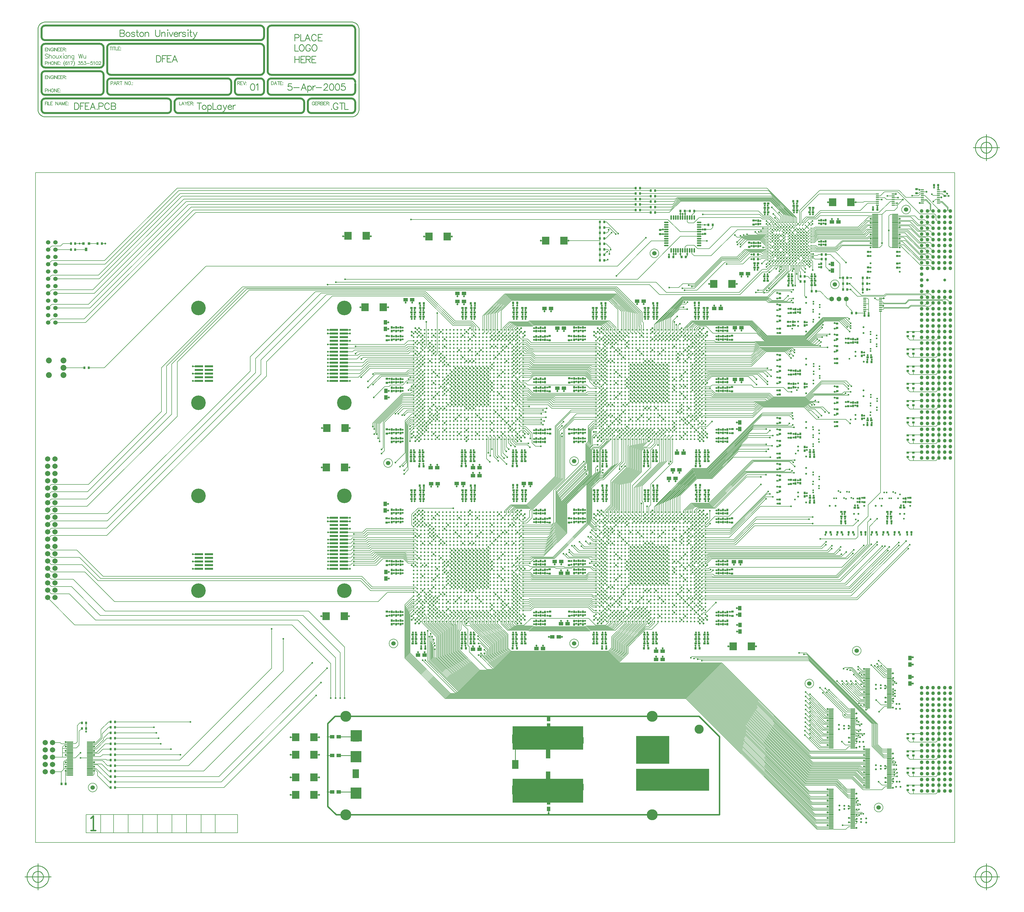
<source format=gtl>
%FSLAX24Y24*%
%MOIN*%
G70*
G01*
G75*
%ADD10C,0.0080*%
%ADD11O,0.0906X0.0118*%
%ADD12R,0.0906X0.0118*%
%ADD13R,0.0315X0.0354*%
%ADD14R,0.0413X0.0177*%
%ADD15R,0.1004X0.1063*%
%ADD16O,0.0630X0.0197*%
%ADD17O,0.0197X0.0630*%
%ADD18R,0.0366X0.0291*%
%ADD19R,0.0291X0.0366*%
%ADD20R,0.0600X0.0500*%
%ADD21R,0.0500X0.0600*%
%ADD22R,0.0354X0.0315*%
%ADD23O,0.0709X0.0118*%
%ADD24R,0.0600X0.2000*%
%ADD25R,0.0360X0.0360*%
%ADD26R,0.0360X0.0500*%
%ADD27R,0.0413X0.0177*%
%ADD28R,0.0709X0.0118*%
%ADD29C,0.0220*%
%ADD30C,0.0220*%
%ADD31R,0.1200X0.0850*%
%ADD32R,0.0850X0.1200*%
%ADD33R,0.0787X0.0787*%
%ADD34R,0.1150X0.0290*%
%ADD35C,0.0157*%
%ADD36C,0.0600*%
%ADD37C,0.0050*%
%ADD38C,0.0100*%
%ADD39C,0.0060*%
%ADD40C,0.0200*%
%ADD41C,0.0090*%
%ADD42R,0.9700X0.3300*%
%ADD43R,0.9700X0.3200*%
%ADD44R,0.1500X0.1550*%
%ADD45R,0.1550X0.1550*%
%ADD46R,0.4550X0.3800*%
%ADD47R,1.0000X0.3000*%
%ADD48C,0.0250*%
%ADD49C,0.0800*%
%ADD50C,0.0500*%
%ADD51C,0.0720*%
%ADD52C,0.1250*%
%ADD53C,0.0650*%
%ADD54C,0.0394*%
%ADD55C,0.1500*%
%ADD56C,0.2000*%
%ADD57C,0.0240*%
%ADD58C,0.0256*%
%ADD59C,0.0250*%
%ADD60C,0.0256*%
D10*
X81750Y82185D02*
X81742Y82284D01*
X81717Y82380D01*
X81678Y82471D01*
X81623Y82554D01*
X81556Y82627D01*
X81478Y82688D01*
X81391Y82735D01*
X81297Y82767D01*
X81200Y82783D01*
X81100D01*
X81003Y82767D01*
X80909Y82735D01*
X80822Y82688D01*
X80744Y82627D01*
X80677Y82554D01*
X80622Y82471D01*
X80583Y82380D01*
X80558Y82284D01*
X80550Y82185D01*
X80558Y82086D01*
X80583Y81990D01*
X80622Y81900D01*
X80677Y81817D01*
X80744Y81744D01*
X80822Y81683D01*
X80909Y81636D01*
X81003Y81604D01*
X81100Y81587D01*
X81200D01*
X81297Y81604D01*
X81391Y81636D01*
X81478Y81683D01*
X81556Y81744D01*
X81623Y81817D01*
X81678Y81900D01*
X81717Y81990D01*
X81742Y82086D01*
X81750Y82185D01*
X82500Y57435D02*
X82492Y57534D01*
X82467Y57630D01*
X82428Y57721D01*
X82373Y57804D01*
X82306Y57877D01*
X82228Y57938D01*
X82141Y57985D01*
X82047Y58017D01*
X81950Y58033D01*
X81850D01*
X81753Y58017D01*
X81659Y57985D01*
X81572Y57938D01*
X81494Y57877D01*
X81427Y57804D01*
X81372Y57721D01*
X81333Y57630D01*
X81308Y57534D01*
X81300Y57435D01*
X81308Y57336D01*
X81333Y57240D01*
X81372Y57150D01*
X81427Y57067D01*
X81494Y56994D01*
X81572Y56933D01*
X81659Y56886D01*
X81753Y56854D01*
X81850Y56837D01*
X81950D01*
X82047Y56854D01*
X82141Y56886D01*
X82228Y56933D01*
X82306Y56994D01*
X82373Y57067D01*
X82428Y57150D01*
X82467Y57240D01*
X82492Y57336D01*
X82500Y57435D01*
X107250D02*
X107242Y57534D01*
X107217Y57630D01*
X107178Y57721D01*
X107123Y57804D01*
X107056Y57877D01*
X106978Y57938D01*
X106891Y57985D01*
X106797Y58017D01*
X106700Y58033D01*
X106600D01*
X106503Y58017D01*
X106409Y57985D01*
X106322Y57938D01*
X106244Y57877D01*
X106177Y57804D01*
X106122Y57721D01*
X106083Y57630D01*
X106058Y57534D01*
X106050Y57435D01*
X106058Y57336D01*
X106083Y57240D01*
X106122Y57150D01*
X106177Y57067D01*
X106244Y56994D01*
X106322Y56933D01*
X106409Y56886D01*
X106503Y56854D01*
X106600Y56837D01*
X106700D01*
X106797Y56854D01*
X106891Y56886D01*
X106978Y56933D01*
X107056Y56994D01*
X107123Y57067D01*
X107178Y57150D01*
X107217Y57240D01*
X107242Y57336D01*
X107250Y57435D01*
Y82435D02*
X107242Y82534D01*
X107217Y82630D01*
X107178Y82721D01*
X107123Y82804D01*
X107056Y82877D01*
X106978Y82938D01*
X106891Y82985D01*
X106797Y83017D01*
X106700Y83033D01*
X106600D01*
X106503Y83017D01*
X106409Y82985D01*
X106322Y82938D01*
X106244Y82877D01*
X106177Y82804D01*
X106122Y82721D01*
X106083Y82630D01*
X106058Y82534D01*
X106050Y82435D01*
X106058Y82336D01*
X106083Y82240D01*
X106122Y82150D01*
X106177Y82067D01*
X106244Y81994D01*
X106322Y81933D01*
X106409Y81886D01*
X106503Y81854D01*
X106600Y81837D01*
X106700D01*
X106797Y81854D01*
X106891Y81886D01*
X106978Y81933D01*
X107056Y81994D01*
X107123Y82067D01*
X107178Y82150D01*
X107217Y82240D01*
X107242Y82336D01*
X107250Y82435D01*
X143000Y106685D02*
X142992Y106784D01*
X142967Y106880D01*
X142928Y106971D01*
X142873Y107054D01*
X142806Y107127D01*
X142728Y107188D01*
X142641Y107235D01*
X142547Y107267D01*
X142450Y107283D01*
X142350D01*
X142253Y107267D01*
X142159Y107235D01*
X142072Y107188D01*
X141994Y107127D01*
X141927Y107054D01*
X141872Y106971D01*
X141833Y106880D01*
X141808Y106784D01*
X141800Y106685D01*
X141808Y106586D01*
X141833Y106490D01*
X141872Y106400D01*
X141927Y106317D01*
X141994Y106244D01*
X142072Y106183D01*
X142159Y106136D01*
X142253Y106104D01*
X142350Y106087D01*
X142450D01*
X142547Y106104D01*
X142641Y106136D01*
X142728Y106183D01*
X142806Y106244D01*
X142873Y106317D01*
X142928Y106400D01*
X142967Y106490D01*
X142992Y106586D01*
X143000Y106685D01*
X152750Y116935D02*
X152742Y117034D01*
X152717Y117130D01*
X152678Y117221D01*
X152623Y117304D01*
X152556Y117377D01*
X152478Y117438D01*
X152391Y117485D01*
X152297Y117517D01*
X152200Y117533D01*
X152100D01*
X152003Y117517D01*
X151909Y117485D01*
X151822Y117438D01*
X151744Y117377D01*
X151677Y117304D01*
X151622Y117221D01*
X151583Y117130D01*
X151558Y117034D01*
X151550Y116935D01*
X151558Y116836D01*
X151583Y116740D01*
X151622Y116650D01*
X151677Y116567D01*
X151744Y116494D01*
X151822Y116433D01*
X151909Y116386D01*
X152003Y116354D01*
X152100Y116337D01*
X152200D01*
X152297Y116354D01*
X152391Y116386D01*
X152478Y116433D01*
X152556Y116494D01*
X152623Y116567D01*
X152678Y116650D01*
X152717Y116740D01*
X152742Y116836D01*
X152750Y116935D01*
X118250Y110935D02*
X118242Y111034D01*
X118217Y111130D01*
X118178Y111221D01*
X118123Y111304D01*
X118056Y111377D01*
X117978Y111438D01*
X117891Y111485D01*
X117797Y111517D01*
X117700Y111533D01*
X117600D01*
X117503Y111517D01*
X117409Y111485D01*
X117322Y111438D01*
X117244Y111377D01*
X117177Y111304D01*
X117122Y111221D01*
X117083Y111130D01*
X117058Y111034D01*
X117050Y110935D01*
X117058Y110836D01*
X117083Y110740D01*
X117122Y110650D01*
X117177Y110567D01*
X117244Y110494D01*
X117322Y110433D01*
X117409Y110386D01*
X117503Y110354D01*
X117600Y110337D01*
X117700D01*
X117797Y110354D01*
X117891Y110386D01*
X117978Y110433D01*
X118056Y110494D01*
X118123Y110567D01*
X118178Y110650D01*
X118217Y110740D01*
X118242Y110836D01*
X118250Y110935D01*
X146000Y56435D02*
X145992Y56534D01*
X145967Y56630D01*
X145928Y56721D01*
X145873Y56804D01*
X145806Y56877D01*
X145728Y56938D01*
X145641Y56985D01*
X145547Y57017D01*
X145450Y57033D01*
X145350D01*
X145253Y57017D01*
X145159Y56985D01*
X145072Y56938D01*
X144994Y56877D01*
X144927Y56804D01*
X144872Y56721D01*
X144833Y56630D01*
X144808Y56534D01*
X144800Y56435D01*
X144808Y56336D01*
X144833Y56240D01*
X144872Y56150D01*
X144927Y56067D01*
X144994Y55994D01*
X145072Y55933D01*
X145159Y55886D01*
X145253Y55854D01*
X145350Y55837D01*
X145450D01*
X145547Y55854D01*
X145641Y55886D01*
X145728Y55933D01*
X145806Y55994D01*
X145873Y56067D01*
X145928Y56150D01*
X145967Y56240D01*
X145992Y56336D01*
X146000Y56435D01*
X139500Y51935D02*
X139492Y52034D01*
X139467Y52130D01*
X139428Y52221D01*
X139373Y52304D01*
X139306Y52377D01*
X139228Y52438D01*
X139141Y52485D01*
X139047Y52517D01*
X138950Y52533D01*
X138850D01*
X138753Y52517D01*
X138659Y52485D01*
X138572Y52438D01*
X138494Y52377D01*
X138427Y52304D01*
X138372Y52221D01*
X138333Y52130D01*
X138308Y52034D01*
X138300Y51935D01*
X138308Y51836D01*
X138333Y51740D01*
X138372Y51650D01*
X138427Y51567D01*
X138494Y51494D01*
X138572Y51433D01*
X138659Y51386D01*
X138753Y51354D01*
X138850Y51337D01*
X138950D01*
X139047Y51354D01*
X139141Y51386D01*
X139228Y51433D01*
X139306Y51494D01*
X139373Y51567D01*
X139428Y51650D01*
X139467Y51740D01*
X139492Y51836D01*
X139500Y51935D01*
X149000Y34935D02*
X148992Y35034D01*
X148967Y35130D01*
X148928Y35221D01*
X148873Y35304D01*
X148806Y35377D01*
X148728Y35438D01*
X148641Y35485D01*
X148547Y35517D01*
X148450Y35533D01*
X148350D01*
X148253Y35517D01*
X148159Y35485D01*
X148072Y35438D01*
X147994Y35377D01*
X147927Y35304D01*
X147872Y35221D01*
X147833Y35130D01*
X147808Y35034D01*
X147800Y34935D01*
X147808Y34836D01*
X147833Y34740D01*
X147872Y34650D01*
X147927Y34567D01*
X147994Y34494D01*
X148072Y34433D01*
X148159Y34386D01*
X148253Y34354D01*
X148350Y34337D01*
X148450D01*
X148547Y34354D01*
X148641Y34386D01*
X148728Y34433D01*
X148806Y34494D01*
X148873Y34567D01*
X148928Y34650D01*
X148967Y34740D01*
X148992Y34836D01*
X149000Y34935D01*
X41250Y37685D02*
X41242Y37784D01*
X41217Y37880D01*
X41178Y37971D01*
X41123Y38054D01*
X41056Y38127D01*
X40978Y38188D01*
X40891Y38235D01*
X40797Y38267D01*
X40700Y38283D01*
X40600D01*
X40503Y38267D01*
X40409Y38235D01*
X40322Y38188D01*
X40244Y38127D01*
X40177Y38054D01*
X40122Y37971D01*
X40083Y37880D01*
X40058Y37784D01*
X40050Y37685D01*
X40058Y37586D01*
X40083Y37490D01*
X40122Y37400D01*
X40177Y37317D01*
X40244Y37244D01*
X40322Y37183D01*
X40409Y37136D01*
X40503Y37104D01*
X40600Y37087D01*
X40700D01*
X40797Y37104D01*
X40891Y37136D01*
X40978Y37183D01*
X41056Y37244D01*
X41123Y37317D01*
X41178Y37400D01*
X41217Y37490D01*
X41242Y37586D01*
X41250Y37685D01*
X93150Y88935D02*
X93400Y88685D01*
X93150Y86435D02*
X93400Y86185D01*
X90900D02*
X91150Y86435D01*
X91900Y85185D02*
X92150Y85435D01*
X91900Y85685D02*
X92150Y85935D01*
X91900Y86685D02*
X92150Y86935D01*
X91900Y88185D02*
X92150Y88435D01*
X90900Y88685D02*
X91150Y88935D01*
X90400Y88185D02*
X90650Y88435D01*
X88900Y86685D02*
X89150Y86935D01*
X87900Y85685D02*
X88150Y85935D01*
X87400Y86185D02*
X87650Y86435D01*
X88900Y87685D02*
X89150Y87935D01*
X86900Y87685D02*
X87150Y87935D01*
X87650Y88435D02*
X87900Y88185D01*
Y88685D02*
X88150Y88935D01*
X88650Y89435D02*
X88900Y89685D01*
X87150Y89935D02*
X87400Y90185D01*
X85900Y89685D02*
X86150Y89935D01*
X84900Y88685D02*
X85150Y88935D01*
X85400Y88185D02*
X85650Y88435D01*
X86400Y87685D02*
X86650Y87935D01*
X86400Y87185D02*
X86650Y87435D01*
X85900Y87195D02*
X86150Y87445D01*
Y86935D02*
X86400Y86685D01*
X85650Y86935D02*
X85900Y86685D01*
X85400Y85185D02*
X85650Y85435D01*
X85400Y85685D02*
X85650Y85935D01*
Y86435D02*
X85900Y86185D01*
X84400D02*
X84650Y86435D01*
X84400Y85685D02*
X84650Y85935D01*
X84900Y85685D02*
X85150Y85935D01*
X84900Y85185D02*
X85150Y85435D01*
X87400Y91185D02*
X87650Y91435D01*
X87900Y91685D02*
X88150Y91935D01*
X88900Y92185D02*
X89150Y92435D01*
X85400Y91685D02*
X85650Y91935D01*
X85400Y93685D02*
X85650Y93935D01*
X84400Y92685D02*
X84650Y92935D01*
X84900Y92685D02*
X85150Y92935D01*
X85900Y92685D02*
X86150Y92935D01*
X87400Y93185D02*
X87650Y92935D01*
X89150D02*
X89400Y93185D01*
X89150Y93435D02*
X89400Y93685D01*
X87900Y94185D02*
X88150Y93935D01*
X87400Y94685D02*
X87650Y94435D01*
X86900Y96185D02*
X87150Y95935D01*
X85900Y95685D02*
X86150Y95935D01*
X84900Y97185D02*
X85150Y96935D01*
X85400Y97185D02*
X85650Y97435D01*
X88650Y96435D02*
X88900Y96685D01*
X88150Y96935D02*
X88400Y97185D01*
X87400D02*
X87650Y97435D01*
X87150Y97935D02*
X87400Y98185D01*
X86650Y98435D02*
X86900Y98685D01*
X85900D02*
X86150Y98935D01*
X84400Y99685D02*
X84650Y99435D01*
X84400Y100185D02*
X84650Y99935D01*
X84900Y100685D02*
X85150Y100435D01*
X85400Y100685D02*
X85650Y100435D01*
X85400Y100185D02*
X85650Y99935D01*
X84900Y100185D02*
X85150Y99935D01*
X85650Y99435D02*
X85900Y99685D01*
X87400D02*
X87650Y99435D01*
X88150Y99935D02*
X88400Y100185D01*
X88900Y99185D02*
X89150Y98935D01*
X88900Y98185D02*
X89150Y97935D01*
X91650Y95935D02*
X91900Y96185D01*
X91150Y96935D02*
X91400Y96685D01*
X90650Y97435D02*
X90900Y97685D01*
X91150Y99435D02*
X91400Y99685D01*
X92150Y100435D02*
X92400Y100685D01*
X91900Y100185D02*
X92150Y99935D01*
X92900Y99685D02*
X93150Y99435D01*
X92150Y98935D02*
X92400Y99185D01*
X92150Y97435D02*
X92400Y97685D01*
X92150Y95935D02*
X92400Y96185D01*
X92650Y95935D02*
X92900Y96185D01*
X93150Y96935D02*
X93400Y97185D01*
X93650Y97435D02*
X93900Y97685D01*
X95150Y97935D02*
X95400Y98185D01*
X95150Y98935D02*
X95400Y99185D01*
X96150Y99935D02*
X96400Y100185D01*
X96650Y99435D02*
X96900Y99685D01*
X98650Y99935D02*
X98900Y100185D01*
X98650Y100435D02*
X98900Y100685D01*
X99150Y100435D02*
X99400Y100685D01*
X99150Y99935D02*
X99400Y100185D01*
X99650Y99935D02*
X99900Y100185D01*
X99150Y96935D02*
X99400Y97185D01*
X98650Y97435D02*
X98900Y97685D01*
X99650Y99435D02*
X99900Y99685D01*
X98650Y99435D02*
X98900Y99685D01*
X98150Y98935D02*
X98400Y99185D01*
X97650Y98435D02*
X97900Y98685D01*
X97150Y97935D02*
X97400Y98185D01*
X96650Y97435D02*
X96900Y97685D01*
X96150Y96935D02*
X96400Y97185D01*
X95650Y96435D02*
X95900Y96685D01*
X97150Y95935D02*
X97400Y96185D01*
X98150Y95935D02*
X98400Y96185D01*
X96650Y94435D02*
X96900Y94685D01*
X96150Y93935D02*
X96400Y94185D01*
X98650Y93935D02*
X98900Y93685D01*
X99650Y92935D02*
X99900Y92685D01*
X99150Y92935D02*
X99400Y92685D01*
X98150Y92935D02*
X98400Y92685D01*
X96650Y92935D02*
X96900Y92685D01*
X95150Y92935D02*
X95400Y92685D01*
X98650Y91935D02*
X98900Y91685D01*
X98150Y89935D02*
X98400Y89685D01*
X99150Y88935D02*
X99400Y88685D01*
X98650Y88435D02*
X98900Y88185D01*
X93650Y88435D02*
X93900Y88185D01*
X96650Y86435D02*
X96900Y86185D01*
X96150Y85935D02*
X96400Y85685D01*
X95150Y86935D02*
X95400Y86685D01*
X95150Y87935D02*
X95400Y87685D01*
X96150Y88935D02*
X96400Y88685D01*
X96650Y88435D02*
X96900Y88185D01*
X97150Y87935D02*
X97400Y87685D01*
X97650Y87435D02*
X97900Y87185D01*
Y86685D02*
X98150Y86935D01*
X98650Y86435D02*
X98900Y86185D01*
X99650Y86435D02*
X99900Y86185D01*
X99650Y85935D02*
X99900Y85685D01*
X99150Y85935D02*
X99400Y85685D01*
X98650Y85935D02*
X98900Y85685D01*
X98650Y85435D02*
X98900Y85185D01*
X99150Y85435D02*
X99400Y85185D01*
X97150Y89935D02*
X97400Y89685D01*
X95650Y89435D02*
X95900Y89185D01*
X96150Y91935D02*
X96400Y91685D01*
X96650Y91435D02*
X96900Y91185D01*
X93150Y63935D02*
X93400Y63685D01*
X93150Y61435D02*
X93400Y61185D01*
X91150Y61435D02*
X91400Y61185D01*
X91900Y60185D02*
X92150Y60435D01*
X91900Y60685D02*
X92150Y60935D01*
Y61935D02*
X92400Y61685D01*
X91900Y63185D02*
X92150Y63435D01*
X90900Y63685D02*
X91150Y63935D01*
X90400Y63185D02*
X90650Y63435D01*
X89150Y61935D02*
X89400Y62185D01*
X87900Y61185D02*
X88150Y60935D01*
X87650Y61435D02*
X87900Y61685D01*
X89150Y62935D02*
X89400Y63185D01*
X87150Y62935D02*
X87400Y62685D01*
Y63185D02*
X87650Y63435D01*
X87900Y63685D02*
X88150Y63935D01*
X88650Y64435D02*
X88900Y64185D01*
X87150Y64935D02*
X87400Y65185D01*
X85900Y64685D02*
X86150Y64935D01*
X85150Y63935D02*
X85400Y64185D01*
Y63185D02*
X85650Y63435D01*
X86650Y62935D02*
X86900Y62685D01*
X86650Y62435D02*
X86900Y62185D01*
X85900Y62195D02*
X86150Y62445D01*
X85900Y61685D02*
X86150Y61935D01*
X85400Y61685D02*
X85650Y61935D01*
X85400Y60185D02*
X85650Y60435D01*
X85400Y60685D02*
X85650Y60935D01*
Y61435D02*
X85900Y61185D01*
X84400D02*
X84650Y61435D01*
X84400Y60685D02*
X84650Y60935D01*
X84900Y60685D02*
X85150Y60935D01*
X84900Y60185D02*
X85150Y60435D01*
X87400Y66185D02*
X87650Y66435D01*
X87900Y66685D02*
X88150Y66935D01*
X88900Y67185D02*
X89150Y67435D01*
X85650Y66935D02*
X85900Y66685D01*
X85400Y69185D02*
X85650Y68935D01*
X84400Y68185D02*
X84650Y67935D01*
X84900Y68185D02*
X85150Y67935D01*
X86150D02*
X86400Y68185D01*
X87650Y67935D02*
X87900Y67685D01*
X89150Y67935D02*
X89400Y68185D01*
X89150Y68435D02*
X89400Y68685D01*
X88150Y68935D02*
X88400Y69185D01*
X87400Y69685D02*
X87650Y69435D01*
X86900Y71185D02*
X87150Y70935D01*
X85900Y71185D02*
X86150Y70935D01*
X84900Y72185D02*
X85150Y71935D01*
X85400Y72185D02*
X85650Y72435D01*
X88650Y71435D02*
X88900Y71185D01*
X87900Y72185D02*
X88150Y71935D01*
X87400Y72185D02*
X87650Y72435D01*
X87150Y72935D02*
X87400Y73185D01*
X86650Y73435D02*
X86900Y73685D01*
X86150Y73935D02*
X86400Y73685D01*
X84650Y74435D02*
X84900Y74685D01*
X84650Y74935D02*
X84900Y75185D01*
X85150Y75435D02*
X85400Y75685D01*
X85650Y75435D02*
X85900Y75685D01*
X85650Y74935D02*
X85900Y75185D01*
X85150Y74935D02*
X85400Y75185D01*
X85650Y74435D02*
X85900Y74685D01*
X87400D02*
X87650Y74435D01*
X87900Y75185D02*
X88150Y74935D01*
X89150Y73935D02*
X89400Y73685D01*
X88900Y73185D02*
X89150Y72935D01*
X91400Y71185D02*
X91650Y70935D01*
X90900Y72185D02*
X91150Y71935D01*
X90400Y72685D02*
X90650Y72435D01*
X90900Y74685D02*
X91150Y74435D01*
X92150Y75435D02*
X92400Y75685D01*
X92150Y74935D02*
X92400Y75185D01*
X93150Y74435D02*
X93400Y74685D01*
X91900Y73685D02*
X92150Y73935D01*
Y72435D02*
X92400Y72685D01*
X92150Y70935D02*
X92400Y71185D01*
X92650Y70935D02*
X92900Y71185D01*
X93150Y71935D02*
X93400Y72185D01*
X93650Y72435D02*
X93900Y72685D01*
X95150Y72935D02*
X95400Y72685D01*
X95150Y73935D02*
X95400Y73685D01*
X96150Y74935D02*
X96400Y75185D01*
X96650Y74435D02*
X96900Y74685D01*
X98650Y74935D02*
X98900Y75185D01*
X98650Y75435D02*
X98900Y75685D01*
X99150Y75435D02*
X99400Y75685D01*
X99150Y74935D02*
X99400Y75185D01*
X99650Y74935D02*
X99900Y75185D01*
X99150Y71935D02*
X99400Y72185D01*
X98650Y72435D02*
X98900Y72685D01*
X99650Y74435D02*
X99900Y74685D01*
X98650Y74435D02*
X98900Y74685D01*
X98150Y73935D02*
X98400Y73685D01*
X97650Y73435D02*
X97900Y73685D01*
X97150Y72935D02*
X97400Y72685D01*
X96650Y72435D02*
X96900Y72685D01*
X96150Y71935D02*
X96400Y72185D01*
X95650Y71435D02*
X95900Y71685D01*
X97150Y70935D02*
X97400Y71185D01*
X98150Y70935D02*
X98400Y71185D01*
X96650Y69435D02*
X96900Y69685D01*
X96150Y68935D02*
X96400Y69185D01*
X98650Y68935D02*
X98900Y69185D01*
X99650Y67935D02*
X99900Y67685D01*
X99150Y67935D02*
X99400Y67685D01*
X98150Y67935D02*
X98400Y68185D01*
X96650Y67935D02*
X96900Y67685D01*
X95150Y67935D02*
X95400Y68185D01*
X98650Y66935D02*
X98900Y66685D01*
X98150Y64935D02*
X98400Y64685D01*
X99150Y63935D02*
X99400Y63685D01*
X98650Y63435D02*
X98900Y63185D01*
X93650Y63435D02*
X93900Y63185D01*
X96650Y61435D02*
X96900Y61185D01*
X96150Y60935D02*
X96400Y60685D01*
X95150Y61935D02*
X95400Y62185D01*
X95150Y62935D02*
X95400Y62685D01*
X96150Y63935D02*
X96400Y63685D01*
X96650Y63435D02*
X96900Y63185D01*
X97150Y62935D02*
X97400Y62685D01*
X97650Y62435D02*
X97900Y62185D01*
X98150Y61935D02*
X98400Y61685D01*
X98650Y61435D02*
X98900Y61185D01*
X99650Y61435D02*
X99900Y61185D01*
X99650Y60935D02*
X99900Y60685D01*
X99150Y60935D02*
X99400Y60685D01*
X98650Y60935D02*
X98900Y60685D01*
X98650Y60435D02*
X98900Y60185D01*
X99150Y60435D02*
X99400Y60185D01*
X97150Y64935D02*
X97400Y64685D01*
X95650Y64435D02*
X95900Y64185D01*
X96150Y66935D02*
X96400Y66685D01*
X96650Y66435D02*
X96900Y66185D01*
X115900Y72185D02*
X116150Y71935D01*
Y74435D02*
X116400Y74685D01*
X118150Y74435D02*
X118400Y74685D01*
X117150Y75435D02*
X117400Y75685D01*
X117150Y74935D02*
X117400Y75185D01*
X117150Y73935D02*
X117400Y74185D01*
X117150Y72435D02*
X117400Y72685D01*
X118150Y71935D02*
X118400Y72185D01*
X118650Y72435D02*
X118900Y72685D01*
X120150Y73935D02*
X120400Y74185D01*
X121150Y74935D02*
X121400Y75185D01*
X121650Y74435D02*
X121900Y74685D01*
X120150Y72935D02*
X120400Y73185D01*
X122150Y72935D02*
X122400Y73185D01*
X121650Y72435D02*
X121900Y72685D01*
X121150Y71935D02*
X121400Y72185D01*
X120400Y71685D02*
X120650Y71435D01*
X122150Y70935D02*
X122400Y71185D01*
X123150Y70935D02*
X123400Y71185D01*
X124150Y71935D02*
X124400Y72185D01*
X123650Y72435D02*
X123900Y72685D01*
X122650Y72935D02*
X122900Y73185D01*
X122650Y73435D02*
X122900Y73685D01*
X123150Y73425D02*
X123400Y73675D01*
X123150Y73935D02*
X123400Y74185D01*
X123650Y73935D02*
X123900Y74185D01*
X123650Y75435D02*
X123900Y75685D01*
X123650Y74935D02*
X123900Y75185D01*
X123650Y74435D02*
X123900Y74685D01*
X124650Y74435D02*
X124900Y74685D01*
X124650Y74935D02*
X124900Y75185D01*
X124150Y74935D02*
X124400Y75185D01*
X124150Y75435D02*
X124400Y75685D01*
X121650Y69435D02*
X121900Y69685D01*
X121150Y68935D02*
X121400Y69185D01*
X120150Y68435D02*
X120400Y68685D01*
X123650Y68935D02*
X123900Y69185D01*
X123650Y66935D02*
X123900Y67185D01*
X124650Y67935D02*
X124900Y68185D01*
X124150Y67935D02*
X124400Y68185D01*
X122900D02*
X123150Y67935D01*
X121650D02*
X121900Y67685D01*
X120150Y67935D02*
X120400Y67685D01*
X120150Y67435D02*
X120400Y67185D01*
X121150Y66935D02*
X121400Y66685D01*
X121650Y66435D02*
X121900Y66185D01*
X122150Y64935D02*
X122400Y64685D01*
X123150Y64935D02*
X123400Y65185D01*
X123900Y63685D02*
X124150Y63935D01*
X123650Y63435D02*
X123900Y63185D01*
X120650Y64435D02*
X120900Y64185D01*
X121150Y63935D02*
X121400Y63685D01*
X121650Y63435D02*
X121900Y63185D01*
X122150Y62935D02*
X122400Y62685D01*
X122650Y62435D02*
X122900Y62185D01*
X123150Y61935D02*
X123400Y61685D01*
X124650Y61435D02*
X124900Y61185D01*
X124650Y60935D02*
X124900Y60685D01*
X124150Y60435D02*
X124400Y60185D01*
X123650Y60435D02*
X123900Y60185D01*
X123650Y60935D02*
X123900Y60685D01*
X124150Y60935D02*
X124400Y60685D01*
X123650Y61435D02*
X123900Y61185D01*
X121650Y61435D02*
X121900Y61185D01*
X121150Y60935D02*
X121400Y60685D01*
X120150Y61935D02*
X120400Y61685D01*
X120150Y62935D02*
X120400Y62685D01*
X117650Y64935D02*
X117900Y64685D01*
X118150Y63935D02*
X118400Y63685D01*
X118650Y63435D02*
X118900Y63185D01*
X118150Y61435D02*
X118400Y61185D01*
X116900Y60185D02*
X117150Y60435D01*
X116900Y60685D02*
X117150Y60935D01*
X115900Y61185D02*
X116150Y61435D01*
X116900Y61685D02*
X117150Y61935D01*
X116900Y63185D02*
X117150Y63435D01*
X116900Y64685D02*
X117150Y64935D01*
X116400Y64685D02*
X116650Y64935D01*
X115900Y63685D02*
X116150Y63935D01*
X115400Y63185D02*
X115650Y63435D01*
X114150Y62935D02*
X114400Y63185D01*
X113900Y62185D02*
X114150Y61935D01*
X112900Y60685D02*
X113150Y60935D01*
X112400Y61185D02*
X112650Y61435D01*
X110400Y60685D02*
X110650Y60935D01*
X110400Y60185D02*
X110650Y60435D01*
X109900Y60185D02*
X110150Y60435D01*
X109900Y60685D02*
X110150Y60935D01*
X109400Y60685D02*
X109650Y60935D01*
X109900Y64185D02*
X110150Y63935D01*
X110400Y63685D02*
X110650Y63435D01*
X109400Y61185D02*
X109650Y61435D01*
X110400Y61185D02*
X110650Y61435D01*
X110900Y62185D02*
X111150Y61935D01*
X111400Y62685D02*
X111650Y62435D01*
X111900Y62685D02*
X112150Y62935D01*
X112400Y63185D02*
X112650Y63435D01*
X112900Y63685D02*
X113150Y63935D01*
X113400Y64185D02*
X113650Y64435D01*
X111900Y65185D02*
X112150Y64935D01*
X111150D02*
X111400Y65185D01*
X112400Y66185D02*
X112650Y66435D01*
X112900Y66685D02*
X113150Y66935D01*
X110400Y67185D02*
X110650Y66935D01*
X109400Y68185D02*
X109650Y67935D01*
X109900Y68185D02*
X110150Y67935D01*
X110900Y68185D02*
X111150Y67935D01*
X112400Y68185D02*
X112650Y67935D01*
X113900Y68185D02*
X114150Y67935D01*
X110400Y69185D02*
X110650Y68935D01*
X110900Y71185D02*
X111150Y70935D01*
X109900Y72185D02*
X110150Y71935D01*
X110650Y72435D02*
X110900Y72685D01*
X115400D02*
X115650Y72435D01*
X112400Y74185D02*
X112650Y74435D01*
X112900Y74685D02*
X113150Y74935D01*
X113900Y73685D02*
X114150Y73935D01*
Y72935D02*
X114400Y72685D01*
X113150Y71935D02*
X113400Y71685D01*
X112650Y72435D02*
X112900Y72185D01*
X111900Y72685D02*
X112150Y72935D01*
X111650Y73435D02*
X111900Y73185D01*
X110900Y74185D02*
X111150Y73935D01*
X110650Y74435D02*
X110900Y74685D01*
X109400D02*
X109650Y74435D01*
X109400Y75185D02*
X109650Y74935D01*
X109900Y75185D02*
X110150Y74935D01*
X110400Y75185D02*
X110650Y74935D01*
X110400Y75685D02*
X110650Y75435D01*
X109900Y75685D02*
X110150Y75435D01*
X111900Y71185D02*
X112150Y70935D01*
X113650Y71435D02*
X113900Y71185D01*
X112900Y69185D02*
X113150Y68935D01*
X112400Y69685D02*
X112650Y69435D01*
X92650Y89935D02*
X92900Y89685D01*
X92150Y89935D02*
X92400Y89685D01*
X91650Y89935D02*
X91900Y89685D01*
X90150Y94435D02*
X90400Y94185D01*
X90150Y93935D02*
X90400Y93685D01*
X90150Y93435D02*
X90400Y93185D01*
X90150Y92935D02*
X90400Y92685D01*
X89400Y95685D02*
X89650Y95435D01*
Y94935D02*
X89900Y94685D01*
X89650Y94435D02*
X89900Y94185D01*
X89650Y93935D02*
X89900Y93685D01*
X89650Y93435D02*
X89900Y93185D01*
X89650Y92935D02*
X89900Y92685D01*
X89650Y92435D02*
X89900Y92185D01*
X89650Y91935D02*
X89900Y91685D01*
X90150Y92435D02*
X90400Y92185D01*
X90150Y91935D02*
X90400Y91685D01*
X90150Y91435D02*
X90400Y91185D01*
X90150Y90935D02*
X90400Y90685D01*
X89650Y91435D02*
X89900Y91185D01*
X89650Y90935D02*
X89900Y90685D01*
X89650Y90435D02*
X89900Y90185D01*
X90150Y95435D02*
X90400Y95185D01*
X90150Y94935D02*
X90400Y94685D01*
X90150Y90435D02*
X90400Y90185D01*
X91150Y94435D02*
X91400Y94185D01*
X91150Y93935D02*
X91400Y93685D01*
X91150Y93435D02*
X91400Y93185D01*
X91150Y92935D02*
X91400Y92685D01*
X90650Y95435D02*
X90900Y95185D01*
X90650Y94935D02*
X90900Y94685D01*
X90650Y94435D02*
X90900Y94185D01*
X90650Y93935D02*
X90900Y93685D01*
X90650Y93435D02*
X90900Y93185D01*
X90650Y92935D02*
X90900Y92685D01*
X90650Y92435D02*
X90900Y92185D01*
X90650Y91935D02*
X90900Y91685D01*
X91150Y92435D02*
X91400Y92185D01*
X91150Y91935D02*
X91400Y91685D01*
X91150Y91435D02*
X91400Y91185D01*
X91150Y90935D02*
X91400Y90685D01*
X90650Y91435D02*
X90900Y91185D01*
X90650Y90935D02*
X90900Y90685D01*
X90650Y90435D02*
X90900Y90185D01*
X91150Y95435D02*
X91400Y95185D01*
X91150Y94935D02*
X91400Y94685D01*
X91150Y90435D02*
X91400Y90185D01*
X92150Y94435D02*
X92400Y94185D01*
X92150Y93935D02*
X92400Y93685D01*
X92150Y93435D02*
X92400Y93185D01*
X92150Y92935D02*
X92400Y92685D01*
X91650Y95435D02*
X91900Y95185D01*
X91650Y94935D02*
X91900Y94685D01*
X91650Y94435D02*
X91900Y94185D01*
X91650Y93935D02*
X91900Y93685D01*
X91650Y93435D02*
X91900Y93185D01*
X91650Y92935D02*
X91900Y92685D01*
X91650Y92435D02*
X91900Y92185D01*
X91650Y91935D02*
X91900Y91685D01*
X92150Y92435D02*
X92400Y92185D01*
X92150Y91935D02*
X92400Y91685D01*
X92150Y91435D02*
X92400Y91185D01*
X92150Y90935D02*
X92400Y90685D01*
X91650Y91435D02*
X91900Y91185D01*
X91650Y90935D02*
X91900Y90685D01*
X91650Y90435D02*
X91900Y90185D01*
X92150Y95435D02*
X92400Y95185D01*
X92150Y94935D02*
X92400Y94685D01*
X92150Y90435D02*
X92400Y90185D01*
X93150Y94435D02*
X93400Y94185D01*
X93150Y93935D02*
X93400Y93685D01*
X93150Y93435D02*
X93400Y93185D01*
X93150Y92935D02*
X93400Y92685D01*
X92650Y95435D02*
X92900Y95185D01*
X92650Y94935D02*
X92900Y94685D01*
X92650Y94435D02*
X92900Y94185D01*
X92650Y93935D02*
X92900Y93685D01*
X92650Y93435D02*
X92900Y93185D01*
X92650Y92935D02*
X92900Y92685D01*
X92650Y92435D02*
X92900Y92185D01*
X92650Y91935D02*
X92900Y91685D01*
X93150Y92435D02*
X93400Y92185D01*
X93150Y91935D02*
X93400Y91685D01*
X93150Y91435D02*
X93400Y91185D01*
X93150Y90935D02*
X93400Y90685D01*
X92650Y91435D02*
X92900Y91185D01*
X92650Y90935D02*
X92900Y90685D01*
X92650Y90435D02*
X92900Y90185D01*
X93150Y95435D02*
X93400Y95185D01*
X93150Y94935D02*
X93400Y94685D01*
X93150Y90435D02*
X93400Y90185D01*
X94150Y94435D02*
X94400Y94185D01*
X94150Y93935D02*
X94400Y93685D01*
X94150Y93435D02*
X94400Y93185D01*
X94150Y92935D02*
X94400Y92685D01*
X93650Y95435D02*
X93900Y95185D01*
X93650Y94935D02*
X93900Y94685D01*
X93650Y94435D02*
X93900Y94185D01*
X93650Y93935D02*
X93900Y93685D01*
X93650Y93435D02*
X93900Y93185D01*
X93650Y92935D02*
X93900Y92685D01*
X93650Y92435D02*
X93900Y92185D01*
X93650Y91935D02*
X93900Y91685D01*
X94150Y92435D02*
X94400Y92185D01*
X94150Y91935D02*
X94400Y91685D01*
X94150Y91435D02*
X94400Y91185D01*
X94150Y90935D02*
X94400Y90685D01*
X93650Y91435D02*
X93900Y91185D01*
X93650Y90935D02*
X93900Y90685D01*
X93650Y90435D02*
X93900Y90185D01*
X94150Y95435D02*
X94400Y95185D01*
X94150Y94935D02*
X94400Y94685D01*
X94150Y90435D02*
X94400Y90185D01*
X94650Y94435D02*
X94900Y94185D01*
X94650Y93935D02*
X94900Y93685D01*
X94650Y93435D02*
X94900Y93185D01*
X94650Y92935D02*
X94900Y92685D01*
X94650Y92435D02*
X94900Y92185D01*
X94650Y91935D02*
X94900Y91685D01*
X94650Y91435D02*
X94900Y91185D01*
X94650Y90935D02*
X94900Y90685D01*
X94650Y95435D02*
X94900Y95185D01*
X94650Y94935D02*
X94900Y94685D01*
X94650Y90435D02*
X94900Y90185D01*
X92650Y64935D02*
X92900Y64685D01*
X92150Y64935D02*
X92400Y64685D01*
X91650Y64935D02*
X91900Y64685D01*
X90150Y69435D02*
X90400Y69185D01*
X90150Y68935D02*
X90400Y68685D01*
X90150Y68435D02*
X90400Y68185D01*
X90150Y67935D02*
X90400Y67685D01*
X89650Y70435D02*
X89900Y70185D01*
X89650Y69935D02*
X89900Y69685D01*
X89650Y69435D02*
X89900Y69185D01*
X89650Y68935D02*
X89900Y68685D01*
X89650Y68435D02*
X89900Y68185D01*
X89650Y67935D02*
X89900Y67685D01*
X89650Y67435D02*
X89900Y67185D01*
X89650Y66935D02*
X89900Y66685D01*
X90150Y67435D02*
X90400Y67185D01*
X90150Y66935D02*
X90400Y66685D01*
X90150Y66435D02*
X90400Y66185D01*
X90150Y65935D02*
X90400Y65685D01*
X89650Y66435D02*
X89900Y66185D01*
X89650Y65935D02*
X89900Y65685D01*
X89650Y65435D02*
X89900Y65185D01*
X90150Y70435D02*
X90400Y70185D01*
X90150Y69935D02*
X90400Y69685D01*
X90150Y65435D02*
X90400Y65185D01*
X91150Y69435D02*
X91400Y69185D01*
X91150Y68935D02*
X91400Y68685D01*
X91150Y68435D02*
X91400Y68185D01*
X91150Y67935D02*
X91400Y67685D01*
X90650Y70435D02*
X90900Y70185D01*
X90650Y69935D02*
X90900Y69685D01*
X90650Y69435D02*
X90900Y69185D01*
X90650Y68935D02*
X90900Y68685D01*
X90650Y68435D02*
X90900Y68185D01*
X90650Y67935D02*
X90900Y67685D01*
X90650Y67435D02*
X90900Y67185D01*
X90650Y66935D02*
X90900Y66685D01*
X91150Y67435D02*
X91400Y67185D01*
X91150Y66935D02*
X91400Y66685D01*
X91150Y66435D02*
X91400Y66185D01*
X91150Y65935D02*
X91400Y65685D01*
X90650Y66435D02*
X90900Y66185D01*
X90650Y65935D02*
X90900Y65685D01*
X90650Y65435D02*
X90900Y65185D01*
X91150Y70435D02*
X91400Y70185D01*
X91150Y69935D02*
X91400Y69685D01*
X91150Y65435D02*
X91400Y65185D01*
X92150Y69435D02*
X92400Y69185D01*
X92150Y68935D02*
X92400Y68685D01*
X92150Y68435D02*
X92400Y68185D01*
X92150Y67935D02*
X92400Y67685D01*
X91650Y70435D02*
X91900Y70185D01*
X91650Y69935D02*
X91900Y69685D01*
X91650Y69435D02*
X91900Y69185D01*
X91650Y68935D02*
X91900Y68685D01*
X91650Y68435D02*
X91900Y68185D01*
X91650Y67935D02*
X91900Y67685D01*
X91650Y67435D02*
X91900Y67185D01*
X91650Y66935D02*
X91900Y66685D01*
X92150Y67435D02*
X92400Y67185D01*
X92150Y66935D02*
X92400Y66685D01*
X92150Y66435D02*
X92400Y66185D01*
X92150Y65935D02*
X92400Y65685D01*
X91650Y66435D02*
X91900Y66185D01*
X91650Y65935D02*
X91900Y65685D01*
X91650Y65435D02*
X91900Y65185D01*
X92150Y70435D02*
X92400Y70185D01*
X92150Y69935D02*
X92400Y69685D01*
X92150Y65435D02*
X92400Y65185D01*
X93150Y69435D02*
X93400Y69185D01*
X93150Y68935D02*
X93400Y68685D01*
X93150Y68435D02*
X93400Y68185D01*
X93150Y67935D02*
X93400Y67685D01*
X92650Y70435D02*
X92900Y70185D01*
X92650Y69935D02*
X92900Y69685D01*
X92650Y69435D02*
X92900Y69185D01*
X92650Y68935D02*
X92900Y68685D01*
X92650Y68435D02*
X92900Y68185D01*
X92650Y67935D02*
X92900Y67685D01*
X92650Y67435D02*
X92900Y67185D01*
X92650Y66935D02*
X92900Y66685D01*
X93150Y67435D02*
X93400Y67185D01*
X93150Y66935D02*
X93400Y66685D01*
X93150Y66435D02*
X93400Y66185D01*
X93150Y65935D02*
X93400Y65685D01*
X92650Y66435D02*
X92900Y66185D01*
X92650Y65935D02*
X92900Y65685D01*
X92650Y65435D02*
X92900Y65185D01*
X93150Y70435D02*
X93400Y70185D01*
X93150Y69935D02*
X93400Y69685D01*
X93150Y65435D02*
X93400Y65185D01*
X94150Y69435D02*
X94400Y69185D01*
X94150Y68935D02*
X94400Y68685D01*
X94150Y68435D02*
X94400Y68185D01*
X94150Y67935D02*
X94400Y67685D01*
X93650Y70435D02*
X93900Y70185D01*
X93650Y69935D02*
X93900Y69685D01*
X93650Y69435D02*
X93900Y69185D01*
X93650Y68935D02*
X93900Y68685D01*
X93650Y68435D02*
X93900Y68185D01*
X93650Y67935D02*
X93900Y67685D01*
X93650Y67435D02*
X93900Y67185D01*
X93650Y66935D02*
X93900Y66685D01*
X94150Y67435D02*
X94400Y67185D01*
X94150Y66935D02*
X94400Y66685D01*
X94150Y66435D02*
X94400Y66185D01*
X94150Y65935D02*
X94400Y65685D01*
X93650Y66435D02*
X93900Y66185D01*
X93650Y65935D02*
X93900Y65685D01*
X93650Y65435D02*
X93900Y65185D01*
X94150Y70435D02*
X94400Y70185D01*
X94150Y69935D02*
X94400Y69685D01*
X94150Y65435D02*
X94400Y65185D01*
X94650Y69435D02*
X94900Y69185D01*
X94650Y68935D02*
X94900Y68685D01*
X94650Y68435D02*
X94900Y68185D01*
X94650Y67935D02*
X94900Y67685D01*
X94650Y67435D02*
X94900Y67185D01*
X94650Y66935D02*
X94900Y66685D01*
X94650Y66435D02*
X94900Y66185D01*
X94650Y65935D02*
X94900Y65685D01*
X94650Y70435D02*
X94900Y70185D01*
X94650Y69935D02*
X94900Y69685D01*
X94650Y65435D02*
X94900Y65185D01*
X116400Y71185D02*
X116650Y70935D01*
X116900Y71185D02*
X117150Y70935D01*
X117400Y71185D02*
X117650Y70935D01*
X118900Y66685D02*
X119150Y66435D01*
X118900Y67185D02*
X119150Y66935D01*
X118900Y67685D02*
X119150Y67435D01*
X118900Y68185D02*
X119150Y67935D01*
X119400Y65685D02*
X119650Y65435D01*
X119400Y66185D02*
X119650Y65935D01*
X119400Y66685D02*
X119650Y66435D01*
X119400Y67185D02*
X119650Y66935D01*
X119400Y67685D02*
X119650Y67435D01*
X119400Y68185D02*
X119650Y67935D01*
X119400Y68685D02*
X119650Y68435D01*
X119400Y69185D02*
X119650Y68935D01*
X118900Y68685D02*
X119150Y68435D01*
X118900Y69185D02*
X119150Y68935D01*
X118900Y69685D02*
X119150Y69435D01*
X118900Y70185D02*
X119150Y69935D01*
X119400Y69685D02*
X119650Y69435D01*
X119400Y70185D02*
X119650Y69935D01*
X119400Y70685D02*
X119650Y70435D01*
X118900Y65685D02*
X119150Y65435D01*
X118900Y66185D02*
X119150Y65935D01*
X118900Y70685D02*
X119150Y70435D01*
X117900Y66685D02*
X118150Y66435D01*
X117900Y67185D02*
X118150Y66935D01*
X117900Y67685D02*
X118150Y67435D01*
X117900Y68185D02*
X118150Y67935D01*
X118400Y65685D02*
X118650Y65435D01*
X118400Y66185D02*
X118650Y65935D01*
X118400Y66685D02*
X118650Y66435D01*
X118400Y67185D02*
X118650Y66935D01*
X118400Y67685D02*
X118650Y67435D01*
X118400Y68185D02*
X118650Y67935D01*
X118400Y68685D02*
X118650Y68435D01*
X118400Y69185D02*
X118650Y68935D01*
X117900Y68685D02*
X118150Y68435D01*
X117900Y69185D02*
X118150Y68935D01*
X117900Y69685D02*
X118150Y69435D01*
X117900Y70185D02*
X118150Y69935D01*
X118400Y69685D02*
X118650Y69435D01*
X118400Y70185D02*
X118650Y69935D01*
X118400Y70685D02*
X118650Y70435D01*
X117900Y65685D02*
X118150Y65435D01*
X117900Y66185D02*
X118150Y65935D01*
X117900Y70685D02*
X118150Y70435D01*
X116900Y66685D02*
X117150Y66435D01*
X116900Y67185D02*
X117150Y66935D01*
X116900Y67685D02*
X117150Y67435D01*
X116900Y68185D02*
X117150Y67935D01*
X117400Y65685D02*
X117650Y65435D01*
X117400Y66185D02*
X117650Y65935D01*
X117400Y66685D02*
X117650Y66435D01*
X117400Y67185D02*
X117650Y66935D01*
X117400Y67685D02*
X117650Y67435D01*
X117400Y68185D02*
X117650Y67935D01*
X117400Y68685D02*
X117650Y68435D01*
X117400Y69185D02*
X117650Y68935D01*
X116900Y68685D02*
X117150Y68435D01*
X116900Y69185D02*
X117150Y68935D01*
X116900Y69685D02*
X117150Y69435D01*
X116900Y70185D02*
X117150Y69935D01*
X117400Y69685D02*
X117650Y69435D01*
X117400Y70185D02*
X117650Y69935D01*
X117400Y70685D02*
X117650Y70435D01*
X116900Y65685D02*
X117150Y65435D01*
X116900Y66185D02*
X117150Y65935D01*
X116900Y70685D02*
X117150Y70435D01*
X115900Y66685D02*
X116150Y66435D01*
X115900Y67185D02*
X116150Y66935D01*
X115900Y67685D02*
X116150Y67435D01*
X115900Y68185D02*
X116150Y67935D01*
X116400Y65685D02*
X116650Y65435D01*
X116400Y66185D02*
X116650Y65935D01*
X116400Y66685D02*
X116650Y66435D01*
X116400Y67185D02*
X116650Y66935D01*
X116400Y67685D02*
X116650Y67435D01*
X116400Y68185D02*
X116650Y67935D01*
X116400Y68685D02*
X116650Y68435D01*
X116400Y69185D02*
X116650Y68935D01*
X115900Y68685D02*
X116150Y68435D01*
X115900Y69185D02*
X116150Y68935D01*
X115900Y69685D02*
X116150Y69435D01*
X115900Y70185D02*
X116150Y69935D01*
X116400Y69685D02*
X116650Y69435D01*
X116400Y70185D02*
X116650Y69935D01*
X116400Y70685D02*
X116650Y70435D01*
X115900Y65685D02*
X116150Y65435D01*
X115900Y66185D02*
X116150Y65935D01*
X115900Y70685D02*
X116150Y70435D01*
X114900Y66685D02*
X115150Y66435D01*
X114900Y67185D02*
X115150Y66935D01*
X114900Y67685D02*
X115150Y67435D01*
X114900Y68185D02*
X115150Y67935D01*
X115400Y65685D02*
X115650Y65435D01*
X115400Y66185D02*
X115650Y65935D01*
X115400Y66685D02*
X115650Y66435D01*
X115400Y67185D02*
X115650Y66935D01*
X115400Y67685D02*
X115650Y67435D01*
X115400Y68185D02*
X115650Y67935D01*
X115400Y68685D02*
X115650Y68435D01*
X115400Y69185D02*
X115650Y68935D01*
X114900Y68685D02*
X115150Y68435D01*
X114900Y69185D02*
X115150Y68935D01*
X114900Y69685D02*
X115150Y69435D01*
X114900Y70185D02*
X115150Y69935D01*
X115400Y69685D02*
X115650Y69435D01*
X115400Y70185D02*
X115650Y69935D01*
X115400Y70685D02*
X115650Y70435D01*
X114900Y65685D02*
X115150Y65435D01*
X114900Y66185D02*
X115150Y65935D01*
X114900Y70685D02*
X115150Y70435D01*
X114400Y66685D02*
X114650Y66435D01*
X114400Y67185D02*
X114650Y66935D01*
X114400Y67685D02*
X114650Y67435D01*
X114400Y68185D02*
X114650Y67935D01*
X114400Y68685D02*
X114650Y68435D01*
X114400Y69185D02*
X114650Y68935D01*
X114400Y69685D02*
X114650Y69435D01*
X114400Y70185D02*
X114650Y69935D01*
X114400Y65685D02*
X114650Y65435D01*
X114400Y66185D02*
X114650Y65935D01*
X114400Y70685D02*
X114650Y70435D01*
X115900Y97185D02*
X116150Y96935D01*
X115900Y99685D02*
X116150Y99435D01*
X118150D02*
X118400Y99685D01*
X117150Y100435D02*
X117400Y100685D01*
X117150Y99935D02*
X117400Y100185D01*
X117150Y98935D02*
X117400Y99185D01*
X117150Y97435D02*
X117400Y97685D01*
X118150Y96935D02*
X118400Y97185D01*
X118650Y97435D02*
X118900Y97685D01*
X120150Y98935D02*
X120400Y99185D01*
X121150Y99935D02*
X121400Y100185D01*
X121650Y99435D02*
X121900Y99685D01*
X120150Y97935D02*
X120400Y98185D01*
X122150Y97935D02*
X122400Y98185D01*
X121650Y97435D02*
X121900Y97685D01*
X120900Y97185D02*
X121150Y96935D01*
X120650Y96435D02*
X120900Y96685D01*
X121900Y96185D02*
X122150Y95935D01*
X123150D02*
X123400Y96185D01*
X124150Y96935D02*
X124400Y97185D01*
X123650Y97435D02*
X123900Y97685D01*
X122650Y97935D02*
X122900Y98185D01*
X122650Y98435D02*
X122900Y98685D01*
X123150Y98935D02*
X123400Y98685D01*
X123650Y100435D02*
X123900Y100685D01*
X123650Y99935D02*
X123900Y99685D01*
X123400D02*
X123650Y99435D01*
X124650D02*
X124900Y99685D01*
X124650Y99935D02*
X124900Y100185D01*
X123900D02*
X124150Y99935D01*
Y100435D02*
X124400Y100685D01*
X121650Y94435D02*
X121900Y94685D01*
X121150Y93935D02*
X121400Y94185D01*
X120150Y93435D02*
X120400Y93685D01*
X123650Y93935D02*
X123900Y94185D01*
X123650Y91935D02*
X123900Y92185D01*
X124650Y92935D02*
X124900Y93185D01*
X124150Y92935D02*
X124400Y93185D01*
X123150Y92935D02*
X123400Y93185D01*
X121650Y92935D02*
X121900Y92685D01*
X120150Y92935D02*
X120400Y92685D01*
X120150Y92435D02*
X120400Y92185D01*
X121150Y91935D02*
X121400Y91685D01*
X121650Y91435D02*
X121900Y91185D01*
X122150Y89935D02*
X122400Y89685D01*
X123150Y89935D02*
X123400Y90185D01*
X123900Y88685D02*
X124150Y88935D01*
X123400Y88185D02*
X123650Y88435D01*
X120650Y89435D02*
X120900Y89185D01*
X121150Y88935D02*
X121400Y89185D01*
X121650Y88435D02*
X121900Y88185D01*
X122150Y87935D02*
X122400Y87685D01*
X122650Y87435D02*
X122900Y87185D01*
X123150Y86935D02*
X123400Y86685D01*
X124650Y86435D02*
X124900Y86185D01*
X124650Y85935D02*
X124900Y85685D01*
X124150Y85435D02*
X124400Y85185D01*
X123650Y85435D02*
X123900Y85185D01*
X123650Y85935D02*
X123900Y85685D01*
X124150Y85935D02*
X124400Y85685D01*
X123650Y86435D02*
X123900Y86185D01*
X121650Y86435D02*
X121900Y86185D01*
X121150Y85935D02*
X121400Y85685D01*
X120150Y86935D02*
X120400Y87185D01*
X120150Y87935D02*
X120400Y87685D01*
X117650Y89935D02*
X117900Y89685D01*
X118150Y88935D02*
X118400Y88685D01*
X118650Y88435D02*
X118900Y88185D01*
X117900Y86185D02*
X118150Y86435D01*
X116900Y85185D02*
X117150Y85435D01*
X116900Y85685D02*
X117150Y85935D01*
X115900Y86185D02*
X116150Y86435D01*
X116900Y86685D02*
X117150Y86935D01*
X116900Y88185D02*
X117150Y88435D01*
X116900Y89685D02*
X117150Y89935D01*
X116400Y89685D02*
X116650Y89935D01*
X115900Y88685D02*
X116150Y88935D01*
X115400Y88185D02*
X115650Y88435D01*
X114150Y87935D02*
X114400Y88185D01*
X113900Y87185D02*
X114150Y86935D01*
X112900Y85685D02*
X113150Y85935D01*
X112650Y86435D02*
X112900Y86685D01*
X110400Y85685D02*
X110650Y85935D01*
X110400Y85185D02*
X110650Y85435D01*
X109900Y85185D02*
X110150Y85435D01*
X109900Y85685D02*
X110150Y85935D01*
X109400Y85685D02*
X109650Y85935D01*
X109900Y88685D02*
X110150Y88935D01*
X110400Y88185D02*
X110650Y88435D01*
X109350Y86435D02*
X109650D01*
X110400Y86185D02*
X110650Y86435D01*
X110900Y86685D02*
X111150Y86935D01*
X111400Y87185D02*
X111650Y87435D01*
X111900Y87685D02*
X112150Y87935D01*
X112400Y88185D02*
X112650Y88435D01*
X112900Y88685D02*
X113150Y88935D01*
X113400Y89185D02*
X113650Y89435D01*
X111900Y90185D02*
X112150Y89935D01*
X111150D02*
X111400Y90185D01*
X112400Y91185D02*
X112650Y91435D01*
X112900Y91685D02*
X113150Y91935D01*
X110400Y91685D02*
X110650Y91935D01*
X109400Y93185D02*
X109650Y92935D01*
X109900Y93185D02*
X110150Y92935D01*
X110900Y93185D02*
X111150Y92935D01*
X112400Y93185D02*
X112650Y92935D01*
X113900Y93185D02*
X114150Y92935D01*
X110400Y94185D02*
X110650Y93935D01*
X111150Y95935D02*
X111400Y96185D01*
X109900Y97185D02*
X110150Y96935D01*
X110650Y97435D02*
X110900Y97685D01*
X115400D02*
X115650Y97435D01*
X112400Y99685D02*
X112650Y99435D01*
X112900Y100185D02*
X113150Y99935D01*
X113900Y98685D02*
X114150Y98935D01*
X113900Y98185D02*
X114150Y97935D01*
X112900Y97185D02*
X113150Y96935D01*
X112400Y97685D02*
X112650Y97435D01*
X111900Y98185D02*
X112150Y97935D01*
X111650Y98435D02*
X111900Y98685D01*
X110900D02*
X111150Y98935D01*
X110400Y99185D02*
X110650Y99435D01*
X109400Y99685D02*
X109650Y99435D01*
X109400Y100185D02*
X109650Y99935D01*
X109900Y100185D02*
X110150Y99935D01*
X110400Y100185D02*
X110650Y99935D01*
X110400Y100685D02*
X110650Y100435D01*
X109900Y100685D02*
X110150Y100435D01*
X111900Y96185D02*
X112150Y95935D01*
X113400Y96685D02*
X113650Y96435D01*
X112900Y94185D02*
X113150Y93935D01*
X112400Y94685D02*
X112650Y94435D01*
X116400Y96185D02*
X116650Y95935D01*
X116900Y96185D02*
X117150Y95935D01*
X117400Y96185D02*
X117650Y95935D01*
X118900Y91685D02*
X119150Y91435D01*
X118900Y92185D02*
X119150Y91935D01*
X118900Y92685D02*
X119150Y92435D01*
X118900Y93185D02*
X119150Y92935D01*
X119400Y90685D02*
X119650Y90435D01*
X119400Y91185D02*
X119650Y90935D01*
X119400Y91685D02*
X119650Y91435D01*
X119400Y92185D02*
X119650Y91935D01*
X119400Y92685D02*
X119650Y92435D01*
X119400Y93185D02*
X119650Y92935D01*
X119400Y93685D02*
X119650Y93435D01*
X119400Y94185D02*
X119650Y93935D01*
X118900Y93685D02*
X119150Y93435D01*
X118900Y94185D02*
X119150Y93935D01*
X118900Y94685D02*
X119150Y94435D01*
X118900Y95185D02*
X119150Y94935D01*
X119400Y94685D02*
X119650Y94435D01*
X119400Y95185D02*
X119650Y94935D01*
X119400Y95685D02*
X119650Y95435D01*
X118900Y90685D02*
X119150Y90435D01*
X118900Y91185D02*
X119150Y90935D01*
X118900Y95685D02*
X119150Y95435D01*
X117900Y91685D02*
X118150Y91435D01*
X117900Y92185D02*
X118150Y91935D01*
X117900Y92685D02*
X118150Y92435D01*
X117900Y93185D02*
X118150Y92935D01*
X118400Y90685D02*
X118650Y90435D01*
X118400Y91185D02*
X118650Y90935D01*
X118400Y91685D02*
X118650Y91435D01*
X118400Y92185D02*
X118650Y91935D01*
X118400Y92685D02*
X118650Y92435D01*
X118400Y93185D02*
X118650Y92935D01*
X118400Y93685D02*
X118650Y93435D01*
X118400Y94185D02*
X118650Y93935D01*
X117900Y93685D02*
X118150Y93435D01*
X117900Y94185D02*
X118150Y93935D01*
X117900Y94685D02*
X118150Y94435D01*
X117900Y95185D02*
X118150Y94935D01*
X118400Y94685D02*
X118650Y94435D01*
X118400Y95185D02*
X118650Y94935D01*
X118400Y95685D02*
X118650Y95435D01*
X117900Y90685D02*
X118150Y90435D01*
X117900Y91185D02*
X118150Y90935D01*
X117900Y95685D02*
X118150Y95435D01*
X116900Y91685D02*
X117150Y91435D01*
X116900Y92185D02*
X117150Y91935D01*
X116900Y92685D02*
X117150Y92435D01*
X116900Y93185D02*
X117150Y92935D01*
X117400Y90685D02*
X117650Y90435D01*
X117400Y91185D02*
X117650Y90935D01*
X117400Y91685D02*
X117650Y91435D01*
X117400Y92185D02*
X117650Y91935D01*
X117400Y92685D02*
X117650Y92435D01*
X117400Y93185D02*
X117650Y92935D01*
X117400Y93685D02*
X117650Y93435D01*
X117400Y94185D02*
X117650Y93935D01*
X116900Y93685D02*
X117150Y93435D01*
X116900Y94185D02*
X117150Y93935D01*
X116900Y94685D02*
X117150Y94435D01*
X116900Y95185D02*
X117150Y94935D01*
X117400Y94685D02*
X117650Y94435D01*
X117400Y95185D02*
X117650Y94935D01*
X117400Y95685D02*
X117650Y95435D01*
X116900Y90685D02*
X117150Y90435D01*
X116900Y91185D02*
X117150Y90935D01*
X116900Y95685D02*
X117150Y95435D01*
X115900Y91685D02*
X116150Y91435D01*
X115900Y92185D02*
X116150Y91935D01*
X115900Y92685D02*
X116150Y92435D01*
X115900Y93185D02*
X116150Y92935D01*
X116400Y90685D02*
X116650Y90435D01*
X116400Y91185D02*
X116650Y90935D01*
X116400Y91685D02*
X116650Y91435D01*
X116400Y92185D02*
X116650Y91935D01*
X116400Y92685D02*
X116650Y92435D01*
X116400Y93185D02*
X116650Y92935D01*
X116400Y93685D02*
X116650Y93435D01*
X116400Y94185D02*
X116650Y93935D01*
X115900Y93685D02*
X116150Y93435D01*
X115900Y94185D02*
X116150Y93935D01*
X115900Y94685D02*
X116150Y94435D01*
X115900Y95185D02*
X116150Y94935D01*
X116400Y94685D02*
X116650Y94435D01*
X116400Y95185D02*
X116650Y94935D01*
X116400Y95685D02*
X116650Y95435D01*
X115900Y90685D02*
X116150Y90435D01*
X115900Y91185D02*
X116150Y90935D01*
X115900Y95685D02*
X116150Y95435D01*
X114900Y91685D02*
X115150Y91435D01*
X114900Y92185D02*
X115150Y91935D01*
X114900Y92685D02*
X115150Y92435D01*
X114900Y93185D02*
X115150Y92935D01*
X115400Y90685D02*
X115650Y90435D01*
X115400Y91185D02*
X115650Y90935D01*
X115400Y91685D02*
X115650Y91435D01*
X115400Y92185D02*
X115650Y91935D01*
X115400Y92685D02*
X115650Y92435D01*
X115400Y93185D02*
X115650Y92935D01*
X115400Y93685D02*
X115650Y93435D01*
X115400Y94185D02*
X115650Y93935D01*
X114900Y93685D02*
X115150Y93435D01*
X114900Y94185D02*
X115150Y93935D01*
X114900Y94685D02*
X115150Y94435D01*
X114900Y95185D02*
X115150Y94935D01*
X115400Y94685D02*
X115650Y94435D01*
X115400Y95185D02*
X115650Y94935D01*
X115400Y95685D02*
X115650Y95435D01*
X114900Y90685D02*
X115150Y90435D01*
X114900Y91185D02*
X115150Y90935D01*
X114900Y95685D02*
X115150Y95435D01*
X114400Y91685D02*
X114650Y91435D01*
X114400Y92185D02*
X114650Y91935D01*
X114400Y92685D02*
X114650Y92435D01*
X114400Y93185D02*
X114650Y92935D01*
X114400Y93685D02*
X114650Y93435D01*
X114400Y94185D02*
X114650Y93935D01*
X114400Y94685D02*
X114650Y94435D01*
X114400Y95185D02*
X114650Y94935D01*
X114400Y90685D02*
X114650Y90435D01*
X114400Y91185D02*
X114650Y90935D01*
X114400Y95685D02*
X114650Y95435D01*
X95150Y93435D02*
X95400Y93185D01*
X95150Y92435D02*
X95400Y92185D01*
X113900Y68685D02*
X114150Y68435D01*
X113900Y67685D02*
X114150Y67435D01*
X113900Y93685D02*
X114150Y93435D01*
X113900Y92685D02*
X114150Y92435D01*
X95150Y68435D02*
X95400Y68685D01*
X95150Y67435D02*
X95400Y67685D01*
X32835Y30150D02*
X158819D01*
Y122020D01*
X32835D02*
X158819D01*
X32835Y30150D02*
Y122020D01*
X34546Y138179D02*
X34489Y138236D01*
X34404Y138265D01*
X34289D01*
X34204Y138236D01*
X34146Y138179D01*
Y138122D01*
X34175Y138065D01*
X34204Y138036D01*
X34261Y138008D01*
X34432Y137950D01*
X34489Y137922D01*
X34518Y137893D01*
X34546Y137836D01*
Y137750D01*
X34489Y137693D01*
X34404Y137665D01*
X34289D01*
X34204Y137693D01*
X34146Y137750D01*
X34681Y138265D02*
Y137665D01*
Y137950D02*
X34766Y138036D01*
X34823Y138065D01*
X34909D01*
X34966Y138036D01*
X34995Y137950D01*
Y137665D01*
X35295Y138065D02*
X35238Y138036D01*
X35181Y137979D01*
X35152Y137893D01*
Y137836D01*
X35181Y137750D01*
X35238Y137693D01*
X35295Y137665D01*
X35380D01*
X35438Y137693D01*
X35495Y137750D01*
X35523Y137836D01*
Y137893D01*
X35495Y137979D01*
X35438Y138036D01*
X35380Y138065D01*
X35295D01*
X35655D02*
Y137779D01*
X35683Y137693D01*
X35740Y137665D01*
X35826D01*
X35883Y137693D01*
X35969Y137779D01*
Y138065D02*
Y137665D01*
X36126Y138065D02*
X36440Y137665D01*
Y138065D02*
X36126Y137665D01*
X36623Y138265D02*
X36652Y138236D01*
X36680Y138265D01*
X36652Y138293D01*
X36623Y138265D01*
X36652Y138065D02*
Y137665D01*
X37129Y138065D02*
Y137665D01*
Y137979D02*
X37072Y138036D01*
X37014Y138065D01*
X36929D01*
X36872Y138036D01*
X36814Y137979D01*
X36786Y137893D01*
Y137836D01*
X36814Y137750D01*
X36872Y137693D01*
X36929Y137665D01*
X37014D01*
X37072Y137693D01*
X37129Y137750D01*
X37289Y138065D02*
Y137665D01*
Y137950D02*
X37374Y138036D01*
X37431Y138065D01*
X37517D01*
X37574Y138036D01*
X37603Y137950D01*
Y137665D01*
X38103Y138065D02*
Y137608D01*
X38074Y137522D01*
X38046Y137493D01*
X37988Y137465D01*
X37903D01*
X37846Y137493D01*
X38103Y137979D02*
X38046Y138036D01*
X37988Y138065D01*
X37903D01*
X37846Y138036D01*
X37789Y137979D01*
X37760Y137893D01*
Y137836D01*
X37789Y137750D01*
X37846Y137693D01*
X37903Y137665D01*
X37988D01*
X38046Y137693D01*
X38103Y137750D01*
X38734Y138265D02*
X38877Y137665D01*
X39020Y138265D02*
X38877Y137665D01*
X39020Y138265D02*
X39163Y137665D01*
X39305Y138265D02*
X39163Y137665D01*
X39425Y138065D02*
Y137779D01*
X39454Y137693D01*
X39511Y137665D01*
X39597D01*
X39654Y137693D01*
X39740Y137779D01*
Y138065D02*
Y137665D01*
D11*
X147933Y115289D02*
D03*
Y116273D02*
D03*
Y116076D02*
D03*
Y115879D02*
D03*
Y115682D02*
D03*
Y115485D02*
D03*
Y115092D02*
D03*
Y114895D02*
D03*
Y114698D02*
D03*
Y114501D02*
D03*
Y114304D02*
D03*
Y114107D02*
D03*
Y113911D02*
D03*
Y113714D02*
D03*
Y113517D02*
D03*
Y113320D02*
D03*
Y113123D02*
D03*
Y112926D02*
D03*
Y112729D02*
D03*
Y112533D02*
D03*
Y112336D02*
D03*
Y112139D02*
D03*
Y111942D02*
D03*
Y111745D02*
D03*
X150650Y116273D02*
D03*
Y116076D02*
D03*
Y115879D02*
D03*
Y115682D02*
D03*
Y115485D02*
D03*
Y115289D02*
D03*
Y115092D02*
D03*
Y114895D02*
D03*
Y114698D02*
D03*
Y114501D02*
D03*
Y114304D02*
D03*
Y114107D02*
D03*
Y113911D02*
D03*
Y113714D02*
D03*
Y113517D02*
D03*
Y113320D02*
D03*
Y113123D02*
D03*
Y112926D02*
D03*
Y112729D02*
D03*
Y112533D02*
D03*
Y112336D02*
D03*
Y112139D02*
D03*
Y111942D02*
D03*
X40276Y39766D02*
D03*
Y39569D02*
D03*
Y41538D02*
D03*
Y41341D02*
D03*
Y40947D02*
D03*
Y40750D02*
D03*
Y40356D02*
D03*
Y40160D02*
D03*
Y43506D02*
D03*
Y43112D02*
D03*
Y42916D02*
D03*
Y42522D02*
D03*
Y42325D02*
D03*
Y41931D02*
D03*
X37559Y42128D02*
D03*
Y41144D02*
D03*
Y39963D02*
D03*
Y39766D02*
D03*
Y39569D02*
D03*
Y39372D02*
D03*
X40276D02*
D03*
Y39963D02*
D03*
Y41144D02*
D03*
Y42128D02*
D03*
X37559Y43309D02*
D03*
X40276D02*
D03*
Y43900D02*
D03*
X37559Y41538D02*
D03*
Y41341D02*
D03*
Y40947D02*
D03*
Y40750D02*
D03*
Y40356D02*
D03*
Y40160D02*
D03*
Y43703D02*
D03*
Y41734D02*
D03*
X40276D02*
D03*
X37559Y41931D02*
D03*
Y43506D02*
D03*
Y43112D02*
D03*
Y42916D02*
D03*
Y42522D02*
D03*
Y42325D02*
D03*
Y40553D02*
D03*
X40276D02*
D03*
Y42719D02*
D03*
X37559D02*
D03*
X40276Y43703D02*
D03*
D12*
X150650Y111745D02*
D03*
X37559Y43900D02*
D03*
D13*
X110200Y109985D02*
D03*
X110791D02*
D03*
X110200Y110735D02*
D03*
X110791D02*
D03*
X110200Y111485D02*
D03*
X110791D02*
D03*
X110200Y112235D02*
D03*
X110791D02*
D03*
X110200Y112985D02*
D03*
X110791D02*
D03*
Y113735D02*
D03*
X110200D02*
D03*
Y114485D02*
D03*
X110791D02*
D03*
Y115235D02*
D03*
X110200D02*
D03*
X39529Y95235D02*
D03*
X40120D02*
D03*
X138271Y107085D02*
D03*
X137680D02*
D03*
X138271Y107785D02*
D03*
X137680D02*
D03*
X141170Y110135D02*
D03*
X140579D02*
D03*
X141170Y110785D02*
D03*
X140579D02*
D03*
X98820Y56785D02*
D03*
X86270Y56735D02*
D03*
X85480Y79085D02*
D03*
X86020Y81735D02*
D03*
X85480Y104085D02*
D03*
X98280Y104135D02*
D03*
X110530Y79085D02*
D03*
X123330Y79135D02*
D03*
X111070Y56735D02*
D03*
X123920Y81785D02*
D03*
X111120Y81735D02*
D03*
X93071Y79085D02*
D03*
X91229Y56785D02*
D03*
Y81785D02*
D03*
X93071Y104085D02*
D03*
X118071Y79085D02*
D03*
X116229Y56785D02*
D03*
Y81785D02*
D03*
X118071Y104085D02*
D03*
X98229Y56785D02*
D03*
X85679Y56735D02*
D03*
X86071Y79085D02*
D03*
X85429Y81735D02*
D03*
X86071Y104085D02*
D03*
X98871Y104135D02*
D03*
X111121Y79085D02*
D03*
X123921Y79135D02*
D03*
X110479Y56735D02*
D03*
X123329Y81785D02*
D03*
X110529Y81735D02*
D03*
X92480Y79085D02*
D03*
X91820Y56785D02*
D03*
Y81785D02*
D03*
X92480Y104085D02*
D03*
X117480Y79085D02*
D03*
X116820Y56785D02*
D03*
Y81785D02*
D03*
X117480Y104085D02*
D03*
X122530Y116735D02*
D03*
X39770Y45785D02*
D03*
Y46535D02*
D03*
X145320Y102735D02*
D03*
X146230Y107565D02*
D03*
Y106765D02*
D03*
Y105965D02*
D03*
X143510Y107565D02*
D03*
X139229Y105735D02*
D03*
X143510Y106765D02*
D03*
Y105965D02*
D03*
X120263Y110446D02*
D03*
X121380Y110435D02*
D03*
X121820Y116735D02*
D03*
X152304Y72667D02*
D03*
X150591Y72686D02*
D03*
X149041D02*
D03*
X147491D02*
D03*
X149550Y74189D02*
D03*
X146004Y72667D02*
D03*
X144292Y72686D02*
D03*
X142742D02*
D03*
X141192D02*
D03*
X143250Y74183D02*
D03*
X138970Y76770D02*
D03*
X138980Y83035D02*
D03*
X146844Y87400D02*
D03*
X146830Y96035D02*
D03*
X41921Y112285D02*
D03*
X39179Y45785D02*
D03*
Y46535D02*
D03*
X36379Y38185D02*
D03*
X146821Y107565D02*
D03*
Y106765D02*
D03*
Y105965D02*
D03*
X144101Y107565D02*
D03*
Y106765D02*
D03*
Y105965D02*
D03*
X41330Y112285D02*
D03*
X117150Y116535D02*
D03*
X115100Y116885D02*
D03*
X117150Y117285D02*
D03*
X115100Y117635D02*
D03*
X117150Y118035D02*
D03*
X115100Y118385D02*
D03*
X117150Y118785D02*
D03*
X115100Y119135D02*
D03*
X117150Y119535D02*
D03*
X115100Y119885D02*
D03*
X37680Y111435D02*
D03*
Y112285D02*
D03*
X117741Y116535D02*
D03*
X115691Y116885D02*
D03*
X117741Y117285D02*
D03*
X115691Y117635D02*
D03*
X117741Y118035D02*
D03*
X115691Y118385D02*
D03*
X117741Y118785D02*
D03*
X115691Y119135D02*
D03*
X117741Y119535D02*
D03*
X115691Y119885D02*
D03*
X38271Y111435D02*
D03*
X144729Y102735D02*
D03*
X123121Y116735D02*
D03*
X38271Y112285D02*
D03*
X36970Y38185D02*
D03*
X119672Y110446D02*
D03*
X121971Y110435D02*
D03*
X121229Y116735D02*
D03*
X152894Y72667D02*
D03*
X151182Y72686D02*
D03*
X149632D02*
D03*
X148082D02*
D03*
X150141Y74189D02*
D03*
X146595Y72667D02*
D03*
X144883Y72686D02*
D03*
X143333D02*
D03*
X141783D02*
D03*
X143840Y74183D02*
D03*
X139561Y76770D02*
D03*
X139571Y83035D02*
D03*
X147435Y87400D02*
D03*
X147421Y96035D02*
D03*
X139820Y105735D02*
D03*
X43130Y41435D02*
D03*
Y40685D02*
D03*
Y39935D02*
D03*
Y39185D02*
D03*
Y38435D02*
D03*
Y37685D02*
D03*
Y45935D02*
D03*
Y45185D02*
D03*
Y44435D02*
D03*
Y43685D02*
D03*
Y42935D02*
D03*
Y42185D02*
D03*
X155979Y120285D02*
D03*
X147629Y116935D02*
D03*
X147036Y102394D02*
D03*
X43721Y41435D02*
D03*
Y40685D02*
D03*
Y39935D02*
D03*
Y39185D02*
D03*
Y38435D02*
D03*
Y37685D02*
D03*
Y45935D02*
D03*
Y45185D02*
D03*
Y44435D02*
D03*
Y43685D02*
D03*
Y42935D02*
D03*
Y42185D02*
D03*
X156570Y120285D02*
D03*
X148220Y116935D02*
D03*
X146445Y102394D02*
D03*
X137271Y118085D02*
D03*
X136621Y106535D02*
D03*
X136680Y118085D02*
D03*
X136030Y106535D02*
D03*
X110971Y104085D02*
D03*
X110380D02*
D03*
X123279Y56785D02*
D03*
X123870D02*
D03*
X98229Y81785D02*
D03*
X98820D02*
D03*
X98871Y79135D02*
D03*
X98280D02*
D03*
X123771Y104135D02*
D03*
X123180D02*
D03*
X131280Y110135D02*
D03*
X131871D02*
D03*
X131280Y110785D02*
D03*
X131871D02*
D03*
X125649Y114846D02*
D03*
X125058D02*
D03*
X43721Y46685D02*
D03*
X43130D02*
D03*
D14*
X148215Y117791D02*
D03*
Y118047D02*
D03*
X156585Y119635D02*
D03*
X154400Y118356D02*
D03*
Y118100D02*
D03*
Y119379D02*
D03*
Y119635D02*
D03*
X156585Y118612D02*
D03*
Y119123D02*
D03*
Y119379D02*
D03*
Y118100D02*
D03*
Y117844D02*
D03*
X154400D02*
D03*
Y118868D02*
D03*
X146480Y103506D02*
D03*
Y103762D02*
D03*
Y104273D02*
D03*
Y104529D02*
D03*
X148215Y118815D02*
D03*
X150400Y118047D02*
D03*
X146480Y104018D02*
D03*
Y103250D02*
D03*
X148665Y103762D02*
D03*
Y104785D02*
D03*
X146480D02*
D03*
X150400Y119071D02*
D03*
X148665Y103506D02*
D03*
Y103250D02*
D03*
Y102994D02*
D03*
Y104018D02*
D03*
Y104273D02*
D03*
Y104529D02*
D03*
X150400Y117535D02*
D03*
Y118303D02*
D03*
X146480Y102994D02*
D03*
X148215Y117535D02*
D03*
X154400Y118612D02*
D03*
X148215Y118559D02*
D03*
X150400Y118559D02*
D03*
X148215Y118303D02*
D03*
Y119071D02*
D03*
X150400Y117791D02*
D03*
Y118815D02*
D03*
D15*
X68500Y42185D02*
D03*
X71000D02*
D03*
Y36685D02*
D03*
X68500D02*
D03*
Y39085D02*
D03*
X71000D02*
D03*
X75200Y81585D02*
D03*
X78000Y103535D02*
D03*
X144600Y117935D02*
D03*
X105250Y112685D02*
D03*
X130950Y57035D02*
D03*
X72750Y86985D02*
D03*
X89250Y113235D02*
D03*
X78150Y113335D02*
D03*
X68500Y44585D02*
D03*
X72650Y61185D02*
D03*
X72700Y81585D02*
D03*
X80500Y103535D02*
D03*
X142100Y117935D02*
D03*
X102750Y112685D02*
D03*
X128450Y57035D02*
D03*
X75250Y86985D02*
D03*
X86750Y113235D02*
D03*
X75650Y113335D02*
D03*
X71000Y44585D02*
D03*
X75150Y61185D02*
D03*
X125800Y106735D02*
D03*
X128300D02*
D03*
D16*
X123780Y114845D02*
D03*
Y112640D02*
D03*
X119292D02*
D03*
X123780Y114215D02*
D03*
X119292D02*
D03*
X123780Y113585D02*
D03*
X119292D02*
D03*
X123780Y112010D02*
D03*
Y112325D02*
D03*
Y112955D02*
D03*
Y114530D02*
D03*
Y115160D02*
D03*
X119292D02*
D03*
Y114845D02*
D03*
Y114530D02*
D03*
Y113900D02*
D03*
Y113270D02*
D03*
Y112955D02*
D03*
Y112325D02*
D03*
Y112010D02*
D03*
X123780Y113270D02*
D03*
Y113900D02*
D03*
D17*
X122796Y111341D02*
D03*
X121851D02*
D03*
X122166Y115829D02*
D03*
X122796D02*
D03*
X121221Y111341D02*
D03*
X120591D02*
D03*
X120276D02*
D03*
X121536Y115829D02*
D03*
X121851D02*
D03*
X122166Y111341D02*
D03*
X121221Y115829D02*
D03*
X123111D02*
D03*
X122481D02*
D03*
X120906D02*
D03*
X120591D02*
D03*
X120276D02*
D03*
X119961D02*
D03*
Y111341D02*
D03*
X120906D02*
D03*
X121536D02*
D03*
X122481D02*
D03*
X123111D02*
D03*
D18*
X123850Y83635D02*
D03*
X111050Y83035D02*
D03*
X109850D02*
D03*
X109250Y102235D02*
D03*
X110450D02*
D03*
X109250Y102835D02*
D03*
X110450D02*
D03*
X123250Y102235D02*
D03*
X124450D02*
D03*
Y102835D02*
D03*
X123250D02*
D03*
X125050Y83635D02*
D03*
X123850Y83035D02*
D03*
X111050Y83635D02*
D03*
X109850D02*
D03*
X86200Y57435D02*
D03*
X85000D02*
D03*
X98350Y78435D02*
D03*
X99550D02*
D03*
X99950Y57435D02*
D03*
X98750D02*
D03*
X84350Y78435D02*
D03*
X85550D02*
D03*
X85950Y82435D02*
D03*
X84750D02*
D03*
X98350Y103435D02*
D03*
X99550D02*
D03*
X99950Y82435D02*
D03*
X98750D02*
D03*
X84350Y103435D02*
D03*
X85550D02*
D03*
X125000Y57435D02*
D03*
X111000D02*
D03*
X109400Y78435D02*
D03*
X124600D02*
D03*
X123800Y57435D02*
D03*
X109800D02*
D03*
X110600Y78435D02*
D03*
X123400D02*
D03*
X109250Y103435D02*
D03*
X124450D02*
D03*
X109850Y82435D02*
D03*
X123250Y103435D02*
D03*
X125050Y82435D02*
D03*
X123850D02*
D03*
X111050D02*
D03*
X84350Y77235D02*
D03*
X85550D02*
D03*
X99550D02*
D03*
X99950Y58635D02*
D03*
X98750D02*
D03*
X86200D02*
D03*
X85000D02*
D03*
X99950Y58035D02*
D03*
X98750D02*
D03*
X86200D02*
D03*
X85000D02*
D03*
X84350Y77835D02*
D03*
X85550D02*
D03*
X98350D02*
D03*
X99550D02*
D03*
X84350Y102235D02*
D03*
X85550D02*
D03*
X98350D02*
D03*
X99550D02*
D03*
X98750Y83635D02*
D03*
X99950D02*
D03*
X85950D02*
D03*
X84750D02*
D03*
X99950Y83035D02*
D03*
X98750D02*
D03*
X85950D02*
D03*
X84750D02*
D03*
X84350Y102835D02*
D03*
X85550D02*
D03*
X98350D02*
D03*
X99550D02*
D03*
X109400Y77235D02*
D03*
X110600D02*
D03*
X123400D02*
D03*
X124600D02*
D03*
X125000Y58635D02*
D03*
X123800D02*
D03*
X111000D02*
D03*
X109800D02*
D03*
X125000Y58035D02*
D03*
X123800D02*
D03*
X111000D02*
D03*
X109800D02*
D03*
X109400Y77835D02*
D03*
X110600D02*
D03*
X123400D02*
D03*
X124600D02*
D03*
X125050Y83035D02*
D03*
X123374Y83635D02*
D03*
X110574Y83035D02*
D03*
X109374D02*
D03*
X109726Y102235D02*
D03*
X110926D02*
D03*
X109726Y102835D02*
D03*
X110926D02*
D03*
X123726Y102235D02*
D03*
X124926D02*
D03*
Y102835D02*
D03*
X123726D02*
D03*
X124574Y83635D02*
D03*
X123374Y83035D02*
D03*
X110574Y83635D02*
D03*
X109374D02*
D03*
X91826Y78435D02*
D03*
X93026D02*
D03*
X92474Y57435D02*
D03*
X91274D02*
D03*
X85724D02*
D03*
X84524D02*
D03*
X98826Y78435D02*
D03*
X100026D02*
D03*
X99474Y57435D02*
D03*
X98274D02*
D03*
X84826Y78435D02*
D03*
X86026D02*
D03*
X91274Y82435D02*
D03*
X92474D02*
D03*
X91826Y103435D02*
D03*
X93026D02*
D03*
X85474Y82435D02*
D03*
X84274D02*
D03*
X98826Y103435D02*
D03*
X100026D02*
D03*
X99474Y82435D02*
D03*
X98274D02*
D03*
X84826Y103435D02*
D03*
X86026D02*
D03*
X116826Y78435D02*
D03*
X118026D02*
D03*
X117474Y57435D02*
D03*
X116274D02*
D03*
X124524D02*
D03*
X110524D02*
D03*
X109876Y78435D02*
D03*
X125076D02*
D03*
X123324Y57435D02*
D03*
X109324D02*
D03*
X111076Y78435D02*
D03*
X123876D02*
D03*
X117474Y82435D02*
D03*
X116274D02*
D03*
X116826Y103435D02*
D03*
X118026D02*
D03*
X109726D02*
D03*
X124926D02*
D03*
X109374Y82435D02*
D03*
X123726Y103435D02*
D03*
X124574Y82435D02*
D03*
X123374D02*
D03*
X110574D02*
D03*
X91826Y77235D02*
D03*
X93026D02*
D03*
X91826Y77835D02*
D03*
X93026D02*
D03*
X92474Y58035D02*
D03*
X91274D02*
D03*
X92474Y58635D02*
D03*
X91274D02*
D03*
X84826Y77235D02*
D03*
X86026D02*
D03*
X100026D02*
D03*
X99474Y58635D02*
D03*
X98274D02*
D03*
X85724D02*
D03*
X84524D02*
D03*
X99474Y58035D02*
D03*
X98274D02*
D03*
X85724D02*
D03*
X84524D02*
D03*
X84826Y77835D02*
D03*
X86026D02*
D03*
X98826D02*
D03*
X100026D02*
D03*
X92474Y83035D02*
D03*
X91274D02*
D03*
X92474Y83635D02*
D03*
X91274D02*
D03*
X91826Y102835D02*
D03*
X93026D02*
D03*
X91826Y102235D02*
D03*
X93026D02*
D03*
X84826D02*
D03*
X86026D02*
D03*
X98826D02*
D03*
X100026D02*
D03*
X98274Y83635D02*
D03*
X99474D02*
D03*
X85474D02*
D03*
X84274D02*
D03*
X99474Y83035D02*
D03*
X98274D02*
D03*
X85474D02*
D03*
X84274D02*
D03*
X84826Y102835D02*
D03*
X86026D02*
D03*
X98826D02*
D03*
X100026D02*
D03*
X116826Y77235D02*
D03*
X118026D02*
D03*
X117474Y58635D02*
D03*
X116274D02*
D03*
X116826Y77835D02*
D03*
X118026D02*
D03*
X117474Y58035D02*
D03*
X116274D02*
D03*
X109876Y77235D02*
D03*
X111076D02*
D03*
X123876D02*
D03*
X125076D02*
D03*
X124524Y58635D02*
D03*
X123324D02*
D03*
X110524D02*
D03*
X109324D02*
D03*
X124524Y58035D02*
D03*
X123324D02*
D03*
X110524D02*
D03*
X109324D02*
D03*
X109876Y77835D02*
D03*
X111076D02*
D03*
X123876D02*
D03*
X125076D02*
D03*
X117474Y83635D02*
D03*
X116274D02*
D03*
X116826Y102235D02*
D03*
X118026D02*
D03*
X117474Y83035D02*
D03*
X116274D02*
D03*
X116826Y102835D02*
D03*
X118026D02*
D03*
X124574Y83035D02*
D03*
X91350Y78435D02*
D03*
X92550D02*
D03*
X92950Y57435D02*
D03*
X91750D02*
D03*
Y82435D02*
D03*
X92950D02*
D03*
X91350Y103435D02*
D03*
X92550D02*
D03*
X116350Y78435D02*
D03*
X117550D02*
D03*
X117950Y57435D02*
D03*
X116750D02*
D03*
X117950Y82435D02*
D03*
X116750D02*
D03*
X116350Y103435D02*
D03*
X117550D02*
D03*
X91350Y77235D02*
D03*
X92550D02*
D03*
X91350Y77835D02*
D03*
X92550D02*
D03*
X92950Y58035D02*
D03*
X91750D02*
D03*
X92950Y58635D02*
D03*
X91750D02*
D03*
X92950Y83035D02*
D03*
X91750D02*
D03*
X92950Y83635D02*
D03*
X91750D02*
D03*
X91350Y102835D02*
D03*
X92550D02*
D03*
X91350Y102235D02*
D03*
X92550D02*
D03*
X116350Y77235D02*
D03*
X117550D02*
D03*
X117950Y58635D02*
D03*
X116750D02*
D03*
X116350Y77835D02*
D03*
X117550D02*
D03*
X117950Y58035D02*
D03*
X116750D02*
D03*
X117950Y83635D02*
D03*
X116750D02*
D03*
X116350Y102235D02*
D03*
X117550D02*
D03*
X117950Y83035D02*
D03*
X116750D02*
D03*
X116350Y102835D02*
D03*
X117550D02*
D03*
X150076Y75485D02*
D03*
X149600D02*
D03*
X146900Y88035D02*
D03*
Y96685D02*
D03*
X151881Y76076D02*
D03*
X145600Y76035D02*
D03*
X143294Y75482D02*
D03*
X139000Y77410D02*
D03*
Y83685D02*
D03*
X147376Y88035D02*
D03*
Y96685D02*
D03*
X151404Y76076D02*
D03*
X145124Y76035D02*
D03*
X143770Y75482D02*
D03*
X139476Y77410D02*
D03*
Y83685D02*
D03*
X132774Y116585D02*
D03*
Y117185D02*
D03*
X131374Y108985D02*
D03*
X136526Y107785D02*
D03*
Y107185D02*
D03*
X139700D02*
D03*
Y107785D02*
D03*
X137226Y116835D02*
D03*
Y117435D02*
D03*
X132724Y107785D02*
D03*
X139400Y116585D02*
D03*
X139700Y106585D02*
D03*
X132774Y117785D02*
D03*
X131386Y109565D02*
D03*
X139424Y117185D02*
D03*
X132724Y107185D02*
D03*
X133200Y107785D02*
D03*
X138924Y116585D02*
D03*
X138947Y117185D02*
D03*
X133200Y107185D02*
D03*
X133250Y116585D02*
D03*
Y117185D02*
D03*
X131850Y108985D02*
D03*
X136050Y107785D02*
D03*
Y107185D02*
D03*
X139224D02*
D03*
Y107785D02*
D03*
X136750Y116835D02*
D03*
Y117435D02*
D03*
X139224Y106585D02*
D03*
X133250Y117785D02*
D03*
X131863Y109565D02*
D03*
X143774Y74841D02*
D03*
X143298D02*
D03*
X150074Y74831D02*
D03*
X149598D02*
D03*
X110926Y103435D02*
D03*
X110450D02*
D03*
X98826Y77235D02*
D03*
X98350D02*
D03*
D19*
X127050Y85585D02*
D03*
X126450Y86785D02*
D03*
X107250Y85085D02*
D03*
Y86285D02*
D03*
X107850Y85085D02*
D03*
Y86285D02*
D03*
Y99085D02*
D03*
Y100285D02*
D03*
X107250Y99085D02*
D03*
Y100285D02*
D03*
X127050Y100785D02*
D03*
Y99585D02*
D03*
X126450Y100785D02*
D03*
X102650Y61735D02*
D03*
Y60535D02*
D03*
X81650Y74085D02*
D03*
Y75285D02*
D03*
X102650Y75735D02*
D03*
Y74535D02*
D03*
X81650Y60085D02*
D03*
Y61285D02*
D03*
Y99085D02*
D03*
Y100285D02*
D03*
X102650Y86735D02*
D03*
Y85535D02*
D03*
X81650Y85085D02*
D03*
Y86285D02*
D03*
X102650Y100735D02*
D03*
Y99535D02*
D03*
X127650Y74535D02*
D03*
Y60535D02*
D03*
X106650Y61285D02*
D03*
Y74085D02*
D03*
X127650Y75735D02*
D03*
Y61735D02*
D03*
X106650Y60035D02*
D03*
Y75285D02*
D03*
Y85085D02*
D03*
X127650Y100785D02*
D03*
X106650Y86285D02*
D03*
Y99085D02*
D03*
X127650Y99585D02*
D03*
Y86785D02*
D03*
X82850Y60085D02*
D03*
Y61285D02*
D03*
Y74085D02*
D03*
Y75285D02*
D03*
X101450Y75735D02*
D03*
Y74535D02*
D03*
Y61735D02*
D03*
Y60535D02*
D03*
X102050Y75735D02*
D03*
Y74535D02*
D03*
Y61735D02*
D03*
Y60535D02*
D03*
X82250Y60085D02*
D03*
Y61285D02*
D03*
Y74085D02*
D03*
Y75285D02*
D03*
X101450Y100735D02*
D03*
Y99535D02*
D03*
Y86735D02*
D03*
Y85535D02*
D03*
X82250Y85085D02*
D03*
X82850Y86285D02*
D03*
X82250Y99085D02*
D03*
X82850D02*
D03*
X82250Y86285D02*
D03*
X82850Y85085D02*
D03*
X82250Y100285D02*
D03*
X82850D02*
D03*
X102050Y100735D02*
D03*
Y99535D02*
D03*
Y86735D02*
D03*
Y85535D02*
D03*
X107850Y60035D02*
D03*
Y61285D02*
D03*
X107250Y74085D02*
D03*
X107850Y75285D02*
D03*
X126450Y75735D02*
D03*
Y74535D02*
D03*
Y60535D02*
D03*
Y61735D02*
D03*
X127050Y75735D02*
D03*
Y74535D02*
D03*
Y61735D02*
D03*
Y60535D02*
D03*
X107250Y60035D02*
D03*
Y61285D02*
D03*
Y75285D02*
D03*
X107850Y74085D02*
D03*
X127050Y85109D02*
D03*
X126450Y86309D02*
D03*
X107250Y85562D02*
D03*
Y86762D02*
D03*
X107850Y85562D02*
D03*
Y86762D02*
D03*
Y99562D02*
D03*
Y100762D02*
D03*
X107250Y99562D02*
D03*
Y100762D02*
D03*
X127050Y100309D02*
D03*
Y99109D02*
D03*
X126450Y100309D02*
D03*
X81650Y67512D02*
D03*
Y68712D02*
D03*
X102650Y68259D02*
D03*
Y67059D02*
D03*
Y61259D02*
D03*
Y60059D02*
D03*
X81650Y74562D02*
D03*
Y75762D02*
D03*
X102650Y75259D02*
D03*
Y74059D02*
D03*
X81650Y60562D02*
D03*
Y61762D02*
D03*
Y92512D02*
D03*
Y93712D02*
D03*
X102650Y93259D02*
D03*
Y92059D02*
D03*
X81650Y99562D02*
D03*
Y100762D02*
D03*
X102650Y86259D02*
D03*
Y85059D02*
D03*
X81650Y85562D02*
D03*
Y86762D02*
D03*
X102650Y100259D02*
D03*
Y99059D02*
D03*
X127650Y68259D02*
D03*
Y67059D02*
D03*
X106650Y67562D02*
D03*
Y68762D02*
D03*
X127650Y74059D02*
D03*
Y60059D02*
D03*
X106650Y61762D02*
D03*
Y74562D02*
D03*
X127650Y75259D02*
D03*
Y61259D02*
D03*
X106650Y60512D02*
D03*
Y75762D02*
D03*
Y92562D02*
D03*
Y93762D02*
D03*
X127650Y93259D02*
D03*
Y92059D02*
D03*
X106650Y85562D02*
D03*
X127650Y100309D02*
D03*
X106650Y86762D02*
D03*
Y99562D02*
D03*
X127650Y99109D02*
D03*
Y86309D02*
D03*
X82250Y67512D02*
D03*
Y68712D02*
D03*
X82850Y67512D02*
D03*
Y68712D02*
D03*
X101450Y68259D02*
D03*
Y67059D02*
D03*
X102050Y68259D02*
D03*
Y67059D02*
D03*
X82850Y60562D02*
D03*
Y61762D02*
D03*
Y74562D02*
D03*
Y75762D02*
D03*
X101450Y75259D02*
D03*
Y74059D02*
D03*
Y61259D02*
D03*
Y60059D02*
D03*
X102050Y75259D02*
D03*
Y74059D02*
D03*
Y61259D02*
D03*
Y60059D02*
D03*
X82250Y60562D02*
D03*
Y61762D02*
D03*
Y74562D02*
D03*
Y75762D02*
D03*
Y92512D02*
D03*
Y93712D02*
D03*
X82850Y92512D02*
D03*
Y93712D02*
D03*
X102050Y93259D02*
D03*
Y92059D02*
D03*
X101450Y93259D02*
D03*
Y92059D02*
D03*
Y100259D02*
D03*
Y99059D02*
D03*
Y86259D02*
D03*
Y85059D02*
D03*
X82250Y85562D02*
D03*
X82850Y86762D02*
D03*
X82250Y99562D02*
D03*
X82850D02*
D03*
X82250Y86762D02*
D03*
X82850Y85562D02*
D03*
X82250Y100762D02*
D03*
X82850D02*
D03*
X102050Y100259D02*
D03*
Y99059D02*
D03*
Y86259D02*
D03*
Y85059D02*
D03*
X126450Y68259D02*
D03*
Y67059D02*
D03*
X107850Y67562D02*
D03*
Y68762D02*
D03*
X127050Y68259D02*
D03*
Y67059D02*
D03*
X107250Y67562D02*
D03*
Y68762D02*
D03*
X107850Y60512D02*
D03*
Y61762D02*
D03*
X107250Y74562D02*
D03*
X107850Y75762D02*
D03*
X126450Y75259D02*
D03*
Y74059D02*
D03*
Y60059D02*
D03*
Y61259D02*
D03*
X127050Y75259D02*
D03*
Y74059D02*
D03*
Y61259D02*
D03*
Y60059D02*
D03*
X107250Y60512D02*
D03*
Y61762D02*
D03*
Y75762D02*
D03*
X107850Y74562D02*
D03*
Y92562D02*
D03*
Y93762D02*
D03*
X126450Y93259D02*
D03*
Y92059D02*
D03*
X107250Y92562D02*
D03*
Y93762D02*
D03*
X127050Y93259D02*
D03*
Y92059D02*
D03*
X81650Y67035D02*
D03*
Y68235D02*
D03*
X102650Y68735D02*
D03*
Y67535D02*
D03*
X81650Y92035D02*
D03*
Y93235D02*
D03*
X102650Y93735D02*
D03*
Y92535D02*
D03*
X127650Y68735D02*
D03*
Y67535D02*
D03*
X106650Y67085D02*
D03*
Y68285D02*
D03*
Y92085D02*
D03*
Y93285D02*
D03*
X127650Y93735D02*
D03*
Y92535D02*
D03*
X82250Y67035D02*
D03*
Y68235D02*
D03*
X82850Y67035D02*
D03*
Y68235D02*
D03*
X101450Y68735D02*
D03*
Y67535D02*
D03*
X102050Y68735D02*
D03*
Y67535D02*
D03*
X82250Y92035D02*
D03*
Y93235D02*
D03*
X82850Y92035D02*
D03*
Y93235D02*
D03*
X102050Y93735D02*
D03*
Y92535D02*
D03*
X101450Y93735D02*
D03*
Y92535D02*
D03*
X126450Y68735D02*
D03*
Y67535D02*
D03*
X107850Y67085D02*
D03*
Y68285D02*
D03*
X127050Y68735D02*
D03*
Y67535D02*
D03*
X107250Y67085D02*
D03*
Y68285D02*
D03*
X107850Y92085D02*
D03*
Y93285D02*
D03*
X126450Y93735D02*
D03*
Y92535D02*
D03*
X107250Y92085D02*
D03*
Y93285D02*
D03*
X127050Y93735D02*
D03*
Y92535D02*
D03*
X137630Y94359D02*
D03*
Y94835D02*
D03*
X137017Y94359D02*
D03*
Y94835D02*
D03*
X137620Y102809D02*
D03*
Y103285D02*
D03*
X144893Y90477D02*
D03*
X136735Y93035D02*
D03*
X144893Y99176D02*
D03*
X136650Y101535D02*
D03*
X138250Y77610D02*
D03*
X137650Y79885D02*
D03*
X138250Y83885D02*
D03*
X137650Y86185D02*
D03*
X146124Y88240D02*
D03*
X145500Y90485D02*
D03*
X138250Y92571D02*
D03*
X146100Y96885D02*
D03*
X145500Y99185D02*
D03*
X138250Y101035D02*
D03*
X152081Y76836D02*
D03*
X145781D02*
D03*
X144893Y90001D02*
D03*
X136735Y92559D02*
D03*
X144893Y98700D02*
D03*
X136650Y101059D02*
D03*
X138250Y78086D02*
D03*
X137650Y79409D02*
D03*
X138250Y84362D02*
D03*
X137650Y85709D02*
D03*
X146124Y88716D02*
D03*
X145500Y90009D02*
D03*
X138250Y93047D02*
D03*
X146100Y97362D02*
D03*
X145500Y98709D02*
D03*
X138250Y101512D02*
D03*
X152081Y77313D02*
D03*
X145781D02*
D03*
X137007Y102808D02*
D03*
Y103284D02*
D03*
X131900Y111909D02*
D03*
X140527Y112102D02*
D03*
Y115462D02*
D03*
X140537Y109025D02*
D03*
X131900Y115412D02*
D03*
X141127Y112102D02*
D03*
Y115462D02*
D03*
X131300Y111909D02*
D03*
X140537Y109501D02*
D03*
X131900Y114935D02*
D03*
Y112385D02*
D03*
X140527Y112578D02*
D03*
Y114985D02*
D03*
X141127Y112578D02*
D03*
Y114985D02*
D03*
X131300Y112385D02*
D03*
X137026Y85690D02*
D03*
Y86166D02*
D03*
X137007Y79379D02*
D03*
Y79855D02*
D03*
X106650Y100762D02*
D03*
Y100285D02*
D03*
X126450Y85109D02*
D03*
Y85585D02*
D03*
X127050Y86309D02*
D03*
Y86785D02*
D03*
X127650Y85109D02*
D03*
Y85585D02*
D03*
X126450Y99109D02*
D03*
Y99585D02*
D03*
D20*
X87050Y79335D02*
D03*
X103650Y58335D02*
D03*
X93700Y80435D02*
D03*
X83550Y104585D02*
D03*
X118800Y55235D02*
D03*
X105750Y67085D02*
D03*
X105250Y100685D02*
D03*
X120200Y81235D02*
D03*
X101500Y56735D02*
D03*
X99750Y79385D02*
D03*
X86150Y55835D02*
D03*
X93700Y81535D02*
D03*
X87900D02*
D03*
X102600Y103385D02*
D03*
X105750Y60135D02*
D03*
X119650Y80085D02*
D03*
X118800Y56385D02*
D03*
X115300Y104385D02*
D03*
X125850Y103385D02*
D03*
X104350Y92435D02*
D03*
X91450Y79385D02*
D03*
X87950Y79335D02*
D03*
X104550Y58335D02*
D03*
X91550Y105435D02*
D03*
X92800Y80435D02*
D03*
X84450Y104585D02*
D03*
X117900Y55235D02*
D03*
X104850Y67085D02*
D03*
X129600Y100735D02*
D03*
X104350Y100685D02*
D03*
X121100Y81235D02*
D03*
X92800Y56635D02*
D03*
X102400Y56735D02*
D03*
X100650Y79385D02*
D03*
X85250Y55835D02*
D03*
X91550Y104335D02*
D03*
X92800Y81535D02*
D03*
X87000D02*
D03*
X103500Y103385D02*
D03*
X129450Y68635D02*
D03*
X104900Y68685D02*
D03*
X104850Y60135D02*
D03*
X120550Y80085D02*
D03*
X117900Y56385D02*
D03*
X129600Y93635D02*
D03*
X120750Y83535D02*
D03*
X116200Y104385D02*
D03*
X126750Y103385D02*
D03*
X105250Y92435D02*
D03*
X90550Y79385D02*
D03*
X90650Y105435D02*
D03*
X128700Y100735D02*
D03*
X93700Y56635D02*
D03*
X90650Y104335D02*
D03*
X128550Y68635D02*
D03*
X104000Y68685D02*
D03*
X128700Y93635D02*
D03*
X121650Y83535D02*
D03*
X74400Y37085D02*
D03*
Y44635D02*
D03*
X73500D02*
D03*
Y42085D02*
D03*
Y37085D02*
D03*
X74400Y42085D02*
D03*
X142885Y115232D02*
D03*
X141985D02*
D03*
X130500Y108135D02*
D03*
X129600D02*
D03*
D21*
X80750Y75685D02*
D03*
X80800Y100585D02*
D03*
X129350Y62285D02*
D03*
Y87735D02*
D03*
X129400Y59985D02*
D03*
X80850Y67235D02*
D03*
X80750Y76585D02*
D03*
X80850Y92085D02*
D03*
X80800Y101485D02*
D03*
X129350Y61385D02*
D03*
Y86835D02*
D03*
X129400Y59085D02*
D03*
X80850Y66335D02*
D03*
Y91185D02*
D03*
X103150Y34735D02*
D03*
Y35635D02*
D03*
Y47085D02*
D03*
X152700Y51935D02*
D03*
Y55435D02*
D03*
X103150Y46185D02*
D03*
X152700Y54535D02*
D03*
Y52835D02*
D03*
X142050Y108585D02*
D03*
Y109485D02*
D03*
D22*
X103300Y74605D02*
D03*
X103350Y61805D02*
D03*
X81000Y61216D02*
D03*
X80950Y74016D02*
D03*
X81000Y86216D02*
D03*
Y99016D02*
D03*
X103300Y99605D02*
D03*
X103350Y86805D02*
D03*
X128350Y61805D02*
D03*
X128300Y74605D02*
D03*
X106000Y61216D02*
D03*
X105950Y74016D02*
D03*
X81000Y68756D02*
D03*
X103300Y67014D02*
D03*
X81000Y93756D02*
D03*
X103300Y92014D02*
D03*
X128300Y67014D02*
D03*
X105950Y68756D02*
D03*
X106000Y93806D02*
D03*
X128300Y92014D02*
D03*
X103300Y74014D02*
D03*
X103350Y61214D02*
D03*
X81000Y61806D02*
D03*
X80950Y74606D02*
D03*
X81000Y86806D02*
D03*
Y99606D02*
D03*
X103300Y99014D02*
D03*
X103350Y86214D02*
D03*
X128350Y61214D02*
D03*
X128300Y74014D02*
D03*
X106000Y61806D02*
D03*
X105950Y74606D02*
D03*
X81000Y68166D02*
D03*
X103300Y67605D02*
D03*
X81000Y93166D02*
D03*
X103300Y92605D02*
D03*
X128300Y67605D02*
D03*
X105950Y68166D02*
D03*
X106000Y93216D02*
D03*
X128300Y92605D02*
D03*
X124600Y114205D02*
D03*
X118450Y114155D02*
D03*
X152721Y76807D02*
D03*
X146422D02*
D03*
X134830Y77187D02*
D03*
X134850Y78899D02*
D03*
Y80449D02*
D03*
Y81999D02*
D03*
X136368Y79885D02*
D03*
X134830Y83486D02*
D03*
X134850Y85199D02*
D03*
Y86749D02*
D03*
Y88299D02*
D03*
X136356Y86229D02*
D03*
X142704Y87817D02*
D03*
X142724Y89529D02*
D03*
Y91079D02*
D03*
Y92629D02*
D03*
X144209Y90564D02*
D03*
X134830Y92148D02*
D03*
X134850Y93860D02*
D03*
Y95410D02*
D03*
Y96960D02*
D03*
X136095Y93065D02*
D03*
X136377Y94886D02*
D03*
X142704Y96479D02*
D03*
X142700Y98205D02*
D03*
Y99755D02*
D03*
Y101305D02*
D03*
X144243Y99246D02*
D03*
X134850Y100612D02*
D03*
Y102305D02*
D03*
Y103855D02*
D03*
Y105405D02*
D03*
X136000Y101555D02*
D03*
X153152Y83005D02*
D03*
X152400Y83010D02*
D03*
X153152Y85367D02*
D03*
X152400Y85373D02*
D03*
X153152Y87730D02*
D03*
X152400Y87735D02*
D03*
X153152Y90092D02*
D03*
X152400Y90097D02*
D03*
X153152Y37336D02*
D03*
X152400Y37341D02*
D03*
X153152Y92454D02*
D03*
X152400Y92459D02*
D03*
Y39703D02*
D03*
X153152Y94816D02*
D03*
Y42060D02*
D03*
X152400Y42066D02*
D03*
X153152Y97178D02*
D03*
X152400Y97184D02*
D03*
X153152Y44423D02*
D03*
X152400Y44428D02*
D03*
X153152Y83596D02*
D03*
Y85958D02*
D03*
Y88320D02*
D03*
Y90682D02*
D03*
Y93045D02*
D03*
Y95407D02*
D03*
Y97769D02*
D03*
Y37927D02*
D03*
Y42651D02*
D03*
Y45013D02*
D03*
X152400Y83601D02*
D03*
Y85963D02*
D03*
Y88325D02*
D03*
Y90688D02*
D03*
Y93050D02*
D03*
Y97774D02*
D03*
Y37932D02*
D03*
Y40294D02*
D03*
Y42656D02*
D03*
Y45018D02*
D03*
X124600Y113614D02*
D03*
X118450Y113564D02*
D03*
X152721Y77397D02*
D03*
X146422D02*
D03*
X134830Y76597D02*
D03*
X134850Y78309D02*
D03*
Y79859D02*
D03*
Y81409D02*
D03*
X136368Y79294D02*
D03*
X134830Y82896D02*
D03*
X134850Y84608D02*
D03*
Y86158D02*
D03*
Y87708D02*
D03*
X136356Y85639D02*
D03*
X142704Y87227D02*
D03*
X142724Y88939D02*
D03*
Y90489D02*
D03*
Y92039D02*
D03*
X144209Y89973D02*
D03*
X134830Y91557D02*
D03*
X134850Y93270D02*
D03*
Y94819D02*
D03*
Y96369D02*
D03*
X136095Y92474D02*
D03*
X136377Y94296D02*
D03*
X142704Y95888D02*
D03*
X142700Y97614D02*
D03*
Y99164D02*
D03*
Y100714D02*
D03*
X144243Y98655D02*
D03*
X134850Y100022D02*
D03*
Y101714D02*
D03*
Y103264D02*
D03*
Y104814D02*
D03*
X136000Y100964D02*
D03*
X152400Y94821D02*
D03*
Y95412D02*
D03*
X153600Y119166D02*
D03*
Y119756D02*
D03*
X157450Y118816D02*
D03*
Y119406D02*
D03*
X153152Y99560D02*
D03*
X152400Y99566D02*
D03*
X153152Y100151D02*
D03*
X152400Y100156D02*
D03*
X136357Y102763D02*
D03*
X146950Y110564D02*
D03*
Y108414D02*
D03*
X150950Y109556D02*
D03*
Y110564D02*
D03*
X136357Y103354D02*
D03*
X146950Y111155D02*
D03*
Y109005D02*
D03*
X150950Y108966D02*
D03*
Y111155D02*
D03*
X131250Y115456D02*
D03*
X130650Y111814D02*
D03*
X131250Y114866D02*
D03*
X130650Y112405D02*
D03*
X153152Y40289D02*
D03*
Y39698D02*
D03*
X105950Y99606D02*
D03*
Y99016D02*
D03*
X106000Y86806D02*
D03*
Y86216D02*
D03*
X128300Y99064D02*
D03*
Y99655D02*
D03*
X128350Y86264D02*
D03*
Y86855D02*
D03*
D23*
X141900Y34876D02*
D03*
Y35270D02*
D03*
X146900Y42738D02*
D03*
Y42542D02*
D03*
Y42345D02*
D03*
Y42148D02*
D03*
Y41951D02*
D03*
Y41754D02*
D03*
Y41557D02*
D03*
Y41360D02*
D03*
Y41164D02*
D03*
Y40967D02*
D03*
Y40770D02*
D03*
Y40573D02*
D03*
Y40376D02*
D03*
Y40179D02*
D03*
Y39982D02*
D03*
Y39786D02*
D03*
Y39589D02*
D03*
Y39392D02*
D03*
Y39195D02*
D03*
Y38998D02*
D03*
Y38801D02*
D03*
Y38605D02*
D03*
Y38408D02*
D03*
Y38211D02*
D03*
Y38014D02*
D03*
Y37817D02*
D03*
Y37620D02*
D03*
X149853Y42935D02*
D03*
Y42738D02*
D03*
Y42542D02*
D03*
Y42345D02*
D03*
Y42148D02*
D03*
Y41951D02*
D03*
Y41754D02*
D03*
Y41557D02*
D03*
Y41360D02*
D03*
Y41164D02*
D03*
Y40967D02*
D03*
Y40770D02*
D03*
Y40573D02*
D03*
Y40376D02*
D03*
Y40179D02*
D03*
Y39982D02*
D03*
Y39786D02*
D03*
Y39589D02*
D03*
Y39392D02*
D03*
Y39195D02*
D03*
Y38998D02*
D03*
Y38801D02*
D03*
Y38605D02*
D03*
Y38408D02*
D03*
Y38211D02*
D03*
Y38014D02*
D03*
Y37817D02*
D03*
Y37620D02*
D03*
X146900Y53148D02*
D03*
Y52360D02*
D03*
Y51573D02*
D03*
Y50786D02*
D03*
Y49998D02*
D03*
Y49014D02*
D03*
X149853Y53345D02*
D03*
Y52557D02*
D03*
Y52360D02*
D03*
Y52164D02*
D03*
Y51967D02*
D03*
Y51770D02*
D03*
Y51573D02*
D03*
Y51376D02*
D03*
Y51179D02*
D03*
Y50982D02*
D03*
Y50786D02*
D03*
Y50589D02*
D03*
Y50392D02*
D03*
Y50195D02*
D03*
Y49998D02*
D03*
Y49801D02*
D03*
Y49605D02*
D03*
Y49408D02*
D03*
Y49211D02*
D03*
Y48620D02*
D03*
X144853Y43120D02*
D03*
Y43317D02*
D03*
Y43514D02*
D03*
Y43711D02*
D03*
Y43908D02*
D03*
Y44105D02*
D03*
Y44301D02*
D03*
Y44498D02*
D03*
Y44695D02*
D03*
Y44892D02*
D03*
Y45089D02*
D03*
Y45286D02*
D03*
Y45482D02*
D03*
Y45679D02*
D03*
Y45876D02*
D03*
Y46073D02*
D03*
Y46270D02*
D03*
Y46467D02*
D03*
Y46664D02*
D03*
Y46860D02*
D03*
Y47057D02*
D03*
Y47254D02*
D03*
Y47451D02*
D03*
Y47648D02*
D03*
Y47845D02*
D03*
Y48042D02*
D03*
Y48238D02*
D03*
Y48435D02*
D03*
X141900Y43120D02*
D03*
Y43317D02*
D03*
Y43514D02*
D03*
Y43711D02*
D03*
Y43908D02*
D03*
Y44105D02*
D03*
Y44301D02*
D03*
Y44498D02*
D03*
Y44695D02*
D03*
Y44892D02*
D03*
Y45089D02*
D03*
Y45286D02*
D03*
Y45482D02*
D03*
Y45679D02*
D03*
Y45876D02*
D03*
Y46073D02*
D03*
Y46270D02*
D03*
Y46467D02*
D03*
Y46664D02*
D03*
Y46860D02*
D03*
Y47057D02*
D03*
Y47254D02*
D03*
Y47451D02*
D03*
Y47648D02*
D03*
Y47845D02*
D03*
Y48042D02*
D03*
Y48238D02*
D03*
Y37238D02*
D03*
Y37042D02*
D03*
Y36845D02*
D03*
Y36648D02*
D03*
Y36451D02*
D03*
Y36254D02*
D03*
Y36057D02*
D03*
Y35860D02*
D03*
Y35664D02*
D03*
Y35467D02*
D03*
Y35073D02*
D03*
Y34679D02*
D03*
Y34482D02*
D03*
Y34286D02*
D03*
Y34089D02*
D03*
Y33892D02*
D03*
Y33695D02*
D03*
Y33498D02*
D03*
Y33301D02*
D03*
Y33105D02*
D03*
Y32908D02*
D03*
Y32711D02*
D03*
Y32514D02*
D03*
Y32317D02*
D03*
Y32120D02*
D03*
X144853Y37435D02*
D03*
Y37238D02*
D03*
Y37042D02*
D03*
Y36845D02*
D03*
Y36648D02*
D03*
Y36451D02*
D03*
Y36254D02*
D03*
Y36057D02*
D03*
Y35860D02*
D03*
Y35664D02*
D03*
Y35467D02*
D03*
Y35270D02*
D03*
Y35073D02*
D03*
Y34876D02*
D03*
Y34679D02*
D03*
Y34482D02*
D03*
Y34286D02*
D03*
Y34089D02*
D03*
Y33892D02*
D03*
Y33695D02*
D03*
Y33498D02*
D03*
Y33301D02*
D03*
Y33105D02*
D03*
Y32908D02*
D03*
Y32711D02*
D03*
Y32514D02*
D03*
Y32317D02*
D03*
Y32120D02*
D03*
X149853Y52754D02*
D03*
Y48817D02*
D03*
X146900Y48620D02*
D03*
Y48817D02*
D03*
Y49211D02*
D03*
Y49408D02*
D03*
Y49605D02*
D03*
Y49801D02*
D03*
Y50195D02*
D03*
Y50392D02*
D03*
Y50589D02*
D03*
Y50982D02*
D03*
Y51179D02*
D03*
Y51376D02*
D03*
Y51770D02*
D03*
Y51967D02*
D03*
Y52164D02*
D03*
Y52557D02*
D03*
Y52754D02*
D03*
Y52951D02*
D03*
Y53345D02*
D03*
Y53542D02*
D03*
Y53738D02*
D03*
X149853Y53935D02*
D03*
Y53738D02*
D03*
Y53542D02*
D03*
Y53148D02*
D03*
Y52951D02*
D03*
Y49014D02*
D03*
D24*
X103100Y38885D02*
D03*
Y42685D02*
D03*
D25*
X40150Y112285D02*
D03*
X39400D02*
D03*
D26*
X39770Y111485D02*
D03*
D27*
X154400Y119123D02*
D03*
X156585Y118868D02*
D03*
Y118356D02*
D03*
D28*
X146900Y42935D02*
D03*
Y53935D02*
D03*
X141900Y48435D02*
D03*
Y37435D02*
D03*
D29*
X109650Y86935D02*
D03*
X110650Y87435D02*
D03*
X110150D02*
D03*
X109650D02*
D03*
X111150Y87935D02*
D03*
X110650D02*
D03*
X110150D02*
D03*
X109650D02*
D03*
X111150Y88435D02*
D03*
X110150D02*
D03*
X109650D02*
D03*
X111150Y88935D02*
D03*
X110650D02*
D03*
X109650D02*
D03*
X110150Y89435D02*
D03*
X109650D02*
D03*
X111650Y85935D02*
D03*
Y86435D02*
D03*
X111150Y85435D02*
D03*
Y86435D02*
D03*
X112650Y85935D02*
D03*
Y86935D02*
D03*
X112150Y85935D02*
D03*
Y85435D02*
D03*
X111650Y86935D02*
D03*
X111150Y85935D02*
D03*
X112650Y85435D02*
D03*
X112150Y86935D02*
D03*
Y86435D02*
D03*
X114650Y85935D02*
D03*
X113150Y86435D02*
D03*
Y86935D02*
D03*
X113650Y86435D02*
D03*
Y86935D02*
D03*
X114650Y86435D02*
D03*
X115150D02*
D03*
X114150Y85935D02*
D03*
X122650Y91935D02*
D03*
Y92435D02*
D03*
Y92935D02*
D03*
Y93435D02*
D03*
Y93935D02*
D03*
Y94435D02*
D03*
Y94935D02*
D03*
Y95435D02*
D03*
Y97435D02*
D03*
Y96435D02*
D03*
Y95935D02*
D03*
X122150Y95435D02*
D03*
Y94935D02*
D03*
X119150Y95435D02*
D03*
Y94435D02*
D03*
Y93935D02*
D03*
Y93435D02*
D03*
Y92435D02*
D03*
Y91935D02*
D03*
Y91435D02*
D03*
Y90435D02*
D03*
X118650Y95435D02*
D03*
Y94935D02*
D03*
Y90935D02*
D03*
Y90435D02*
D03*
X118150Y88935D02*
D03*
Y86435D02*
D03*
Y99435D02*
D03*
Y96935D02*
D03*
Y95435D02*
D03*
Y94935D02*
D03*
Y90935D02*
D03*
Y90435D02*
D03*
X117650Y95435D02*
D03*
Y94935D02*
D03*
Y90935D02*
D03*
Y90435D02*
D03*
X117150Y99935D02*
D03*
Y85935D02*
D03*
X116650Y95435D02*
D03*
Y94935D02*
D03*
Y90935D02*
D03*
Y90435D02*
D03*
X116150Y88935D02*
D03*
Y86435D02*
D03*
Y99435D02*
D03*
Y96935D02*
D03*
Y95435D02*
D03*
Y94935D02*
D03*
Y90935D02*
D03*
Y90435D02*
D03*
X115650Y95435D02*
D03*
Y94935D02*
D03*
Y90935D02*
D03*
Y90435D02*
D03*
X115150Y95435D02*
D03*
Y94435D02*
D03*
Y93935D02*
D03*
Y93435D02*
D03*
Y92435D02*
D03*
Y91935D02*
D03*
Y91435D02*
D03*
Y90435D02*
D03*
X114650Y94935D02*
D03*
Y94435D02*
D03*
Y93935D02*
D03*
Y93435D02*
D03*
Y92435D02*
D03*
Y91935D02*
D03*
Y91435D02*
D03*
Y90935D02*
D03*
X114150Y87935D02*
D03*
Y97935D02*
D03*
X113150Y93935D02*
D03*
Y91935D02*
D03*
X112650Y86435D02*
D03*
Y99435D02*
D03*
X112150Y95935D02*
D03*
Y89935D02*
D03*
X110650Y88435D02*
D03*
Y99935D02*
D03*
Y97435D02*
D03*
Y85935D02*
D03*
Y93935D02*
D03*
Y91935D02*
D03*
X110150Y92935D02*
D03*
X124150D02*
D03*
X123650Y88435D02*
D03*
Y99935D02*
D03*
Y98935D02*
D03*
Y97435D02*
D03*
Y85935D02*
D03*
Y93935D02*
D03*
Y91935D02*
D03*
X123150Y98435D02*
D03*
X122650Y97935D02*
D03*
X122150Y95935D02*
D03*
Y89935D02*
D03*
X121650Y86435D02*
D03*
Y99435D02*
D03*
X121150Y93935D02*
D03*
Y91935D02*
D03*
X120150Y87935D02*
D03*
Y97935D02*
D03*
X119650Y94935D02*
D03*
Y94435D02*
D03*
Y93935D02*
D03*
Y93435D02*
D03*
Y92435D02*
D03*
Y91935D02*
D03*
Y91435D02*
D03*
Y90935D02*
D03*
X119150Y94935D02*
D03*
Y92935D02*
D03*
Y90935D02*
D03*
X118650Y94435D02*
D03*
Y93935D02*
D03*
Y93435D02*
D03*
Y92935D02*
D03*
Y92435D02*
D03*
Y91935D02*
D03*
Y91435D02*
D03*
X118150Y94435D02*
D03*
Y91435D02*
D03*
X117650Y95935D02*
D03*
Y94435D02*
D03*
Y91435D02*
D03*
Y89935D02*
D03*
X117150Y95435D02*
D03*
Y94935D02*
D03*
Y94435D02*
D03*
Y91435D02*
D03*
Y90935D02*
D03*
Y90435D02*
D03*
X116650Y95935D02*
D03*
Y94435D02*
D03*
Y91435D02*
D03*
Y89935D02*
D03*
X116150Y94435D02*
D03*
Y91435D02*
D03*
X115650Y94435D02*
D03*
Y93935D02*
D03*
Y93435D02*
D03*
Y92935D02*
D03*
Y92435D02*
D03*
Y91935D02*
D03*
Y91435D02*
D03*
X115150Y94935D02*
D03*
Y92935D02*
D03*
Y90935D02*
D03*
X114650Y95435D02*
D03*
Y92935D02*
D03*
Y90435D02*
D03*
X114150Y93435D02*
D03*
Y92435D02*
D03*
X120150Y93435D02*
D03*
Y92435D02*
D03*
X119650Y95435D02*
D03*
Y92935D02*
D03*
Y90435D02*
D03*
X111150Y98435D02*
D03*
X118650Y88435D02*
D03*
Y97435D02*
D03*
X118150Y93935D02*
D03*
Y93435D02*
D03*
Y92935D02*
D03*
Y92435D02*
D03*
Y91935D02*
D03*
X117650Y93935D02*
D03*
Y93435D02*
D03*
Y92935D02*
D03*
Y92435D02*
D03*
Y91935D02*
D03*
X117150Y88435D02*
D03*
Y86935D02*
D03*
Y100435D02*
D03*
Y98935D02*
D03*
Y97435D02*
D03*
Y95935D02*
D03*
Y93935D02*
D03*
Y93435D02*
D03*
Y92935D02*
D03*
Y92435D02*
D03*
Y91935D02*
D03*
Y89935D02*
D03*
Y85435D02*
D03*
X116650Y93935D02*
D03*
Y93435D02*
D03*
Y92935D02*
D03*
Y92435D02*
D03*
Y91935D02*
D03*
X116150Y93935D02*
D03*
Y93435D02*
D03*
Y92935D02*
D03*
Y92435D02*
D03*
Y91935D02*
D03*
X115650Y88435D02*
D03*
Y97435D02*
D03*
X114150Y86935D02*
D03*
Y98935D02*
D03*
Y92935D02*
D03*
X113650Y89435D02*
D03*
Y96435D02*
D03*
X113150Y88935D02*
D03*
Y99935D02*
D03*
Y96935D02*
D03*
Y85935D02*
D03*
X112650Y88435D02*
D03*
Y97435D02*
D03*
Y94435D02*
D03*
Y92935D02*
D03*
Y91435D02*
D03*
X112150Y87935D02*
D03*
Y97935D02*
D03*
X111650Y87435D02*
D03*
Y98435D02*
D03*
Y97935D02*
D03*
X111150Y86935D02*
D03*
Y98935D02*
D03*
Y95935D02*
D03*
Y92935D02*
D03*
Y89935D02*
D03*
X110650Y100435D02*
D03*
Y86435D02*
D03*
Y99435D02*
D03*
Y85435D02*
D03*
X110150Y88935D02*
D03*
Y100435D02*
D03*
Y99935D02*
D03*
Y96935D02*
D03*
Y85935D02*
D03*
Y85435D02*
D03*
X124650Y99935D02*
D03*
Y86435D02*
D03*
Y99435D02*
D03*
Y85935D02*
D03*
Y92935D02*
D03*
X124150Y88935D02*
D03*
Y100435D02*
D03*
Y99935D02*
D03*
Y96935D02*
D03*
Y85935D02*
D03*
Y85435D02*
D03*
X123650Y100435D02*
D03*
Y86435D02*
D03*
Y99435D02*
D03*
Y85435D02*
D03*
X123150Y86935D02*
D03*
Y98935D02*
D03*
Y95935D02*
D03*
Y92935D02*
D03*
Y89935D02*
D03*
X122650Y87435D02*
D03*
Y98435D02*
D03*
X122150Y87935D02*
D03*
Y97935D02*
D03*
X121650Y88435D02*
D03*
Y97435D02*
D03*
Y94435D02*
D03*
Y92935D02*
D03*
Y91435D02*
D03*
X121150Y88935D02*
D03*
Y99935D02*
D03*
Y96935D02*
D03*
Y85935D02*
D03*
X120650Y89435D02*
D03*
Y96435D02*
D03*
X120150Y86935D02*
D03*
Y98935D02*
D03*
Y92935D02*
D03*
X109650Y99935D02*
D03*
Y86435D02*
D03*
Y99435D02*
D03*
Y85935D02*
D03*
Y92935D02*
D03*
X122650Y87935D02*
D03*
X123650Y86935D02*
D03*
X123150Y100435D02*
D03*
X122650D02*
D03*
X122150D02*
D03*
X121650D02*
D03*
X121150D02*
D03*
X120650D02*
D03*
X120150D02*
D03*
X119650D02*
D03*
X119150D02*
D03*
X118650D02*
D03*
X118150D02*
D03*
X117650D02*
D03*
X116650D02*
D03*
X115150D02*
D03*
X114650D02*
D03*
X113650D02*
D03*
X113150D02*
D03*
X112650D02*
D03*
X112150D02*
D03*
X111650D02*
D03*
X111150D02*
D03*
X123150Y99935D02*
D03*
X122650D02*
D03*
X122150D02*
D03*
X121650D02*
D03*
X120650D02*
D03*
X120150D02*
D03*
X119650D02*
D03*
X119150D02*
D03*
X118650D02*
D03*
X118150D02*
D03*
X117650D02*
D03*
X116650D02*
D03*
X115150D02*
D03*
X114650D02*
D03*
X114150D02*
D03*
X113650D02*
D03*
X112650D02*
D03*
X112150D02*
D03*
X111650D02*
D03*
X111150D02*
D03*
X124150Y99435D02*
D03*
X123150D02*
D03*
X122650D02*
D03*
X122150D02*
D03*
X121150D02*
D03*
X120650D02*
D03*
X120150D02*
D03*
X119650D02*
D03*
X119150D02*
D03*
X118650D02*
D03*
X117650D02*
D03*
X117150D02*
D03*
X116650D02*
D03*
X115650D02*
D03*
X115150D02*
D03*
X114650D02*
D03*
X114150D02*
D03*
X113650D02*
D03*
X113150D02*
D03*
X112150D02*
D03*
X111650D02*
D03*
X111150D02*
D03*
X110150D02*
D03*
X124650Y98935D02*
D03*
X124150D02*
D03*
X122650D02*
D03*
X122150D02*
D03*
X121650D02*
D03*
X121150D02*
D03*
X120650D02*
D03*
X119650D02*
D03*
X119150D02*
D03*
X118650D02*
D03*
X118150D02*
D03*
X117650D02*
D03*
X116650D02*
D03*
X116150D02*
D03*
X115650D02*
D03*
X115150D02*
D03*
X114650D02*
D03*
X113650D02*
D03*
X113150D02*
D03*
X112650D02*
D03*
X112150D02*
D03*
X111650D02*
D03*
X110150D02*
D03*
X109650D02*
D03*
X124650Y98435D02*
D03*
X124150D02*
D03*
X123650D02*
D03*
X122150D02*
D03*
X121650D02*
D03*
X121150D02*
D03*
X120650D02*
D03*
X120150D02*
D03*
X119650D02*
D03*
X119150D02*
D03*
X118650D02*
D03*
X118150D02*
D03*
X117650D02*
D03*
X116150D02*
D03*
X115650D02*
D03*
X115150D02*
D03*
X114650D02*
D03*
X114150D02*
D03*
X113650D02*
D03*
X113150D02*
D03*
X112650D02*
D03*
X112150D02*
D03*
X110650D02*
D03*
X110150D02*
D03*
X124650Y97935D02*
D03*
X124150D02*
D03*
X123650D02*
D03*
X123150D02*
D03*
X121650D02*
D03*
X121150D02*
D03*
X120650D02*
D03*
X119650D02*
D03*
X119150D02*
D03*
X118650D02*
D03*
X118150D02*
D03*
X117650D02*
D03*
X117150D02*
D03*
X116650D02*
D03*
X116150D02*
D03*
X115650D02*
D03*
X115150D02*
D03*
X114650D02*
D03*
X113650D02*
D03*
X113150D02*
D03*
X112650D02*
D03*
X124650Y97435D02*
D03*
X124150D02*
D03*
X123150D02*
D03*
X122150D02*
D03*
X121150D02*
D03*
X120650D02*
D03*
X120150D02*
D03*
X119650D02*
D03*
X119150D02*
D03*
X118150D02*
D03*
X117650D02*
D03*
X116650D02*
D03*
X116150D02*
D03*
X115150D02*
D03*
X114650D02*
D03*
X114150D02*
D03*
X113650D02*
D03*
X113150D02*
D03*
X112150D02*
D03*
X111650D02*
D03*
X111150D02*
D03*
X110150D02*
D03*
X109650D02*
D03*
X124650Y96935D02*
D03*
X123650D02*
D03*
X123150D02*
D03*
X122650D02*
D03*
X122150D02*
D03*
X121650D02*
D03*
X120650D02*
D03*
X120150D02*
D03*
X119650D02*
D03*
X119150D02*
D03*
X118650D02*
D03*
X117650D02*
D03*
X117150D02*
D03*
X115150D02*
D03*
X114650D02*
D03*
X114150D02*
D03*
X113650D02*
D03*
X112650D02*
D03*
X112150D02*
D03*
X111650D02*
D03*
X124650Y96435D02*
D03*
X124150D02*
D03*
X123650D02*
D03*
X123150D02*
D03*
X122150D02*
D03*
X121650D02*
D03*
X121150D02*
D03*
X120150D02*
D03*
X119650D02*
D03*
X119150D02*
D03*
X118650D02*
D03*
X118150D02*
D03*
X117650D02*
D03*
X117150D02*
D03*
X116650D02*
D03*
X116150D02*
D03*
X115650D02*
D03*
X115150D02*
D03*
X114650D02*
D03*
X114150D02*
D03*
X113150D02*
D03*
X112650D02*
D03*
X112150D02*
D03*
X111650D02*
D03*
X111150D02*
D03*
X110650D02*
D03*
X124650Y95935D02*
D03*
X124150D02*
D03*
X123650D02*
D03*
X121650D02*
D03*
X121150D02*
D03*
X120650D02*
D03*
X120150D02*
D03*
X119650D02*
D03*
X119150D02*
D03*
X118650D02*
D03*
X118150D02*
D03*
X116150D02*
D03*
X115650D02*
D03*
X115150D02*
D03*
X114650D02*
D03*
X114150D02*
D03*
X113650D02*
D03*
X113150D02*
D03*
X112650D02*
D03*
X111650D02*
D03*
X110650D02*
D03*
X110150D02*
D03*
X109650D02*
D03*
X124650Y95435D02*
D03*
X124150D02*
D03*
X123650D02*
D03*
X123150D02*
D03*
X121650D02*
D03*
X121150D02*
D03*
X120650D02*
D03*
X120150D02*
D03*
X114150D02*
D03*
X113650D02*
D03*
X113150D02*
D03*
X112650D02*
D03*
X112150D02*
D03*
X111650D02*
D03*
X124650Y94935D02*
D03*
X124150D02*
D03*
X123650D02*
D03*
X123150D02*
D03*
X121650D02*
D03*
X121150D02*
D03*
X120650D02*
D03*
X120150D02*
D03*
X114150D02*
D03*
X113650D02*
D03*
X113150D02*
D03*
X112650D02*
D03*
X112150D02*
D03*
X111650D02*
D03*
X110150D02*
D03*
X109650D02*
D03*
X124650Y94435D02*
D03*
X124150D02*
D03*
X123650D02*
D03*
X123150D02*
D03*
X122150D02*
D03*
X121150D02*
D03*
X120650D02*
D03*
X120150D02*
D03*
X114150D02*
D03*
X113650D02*
D03*
X113150D02*
D03*
X112150D02*
D03*
X111650D02*
D03*
X110150D02*
D03*
X109650D02*
D03*
X124650Y93935D02*
D03*
X124150D02*
D03*
X123150D02*
D03*
X122150D02*
D03*
X121650D02*
D03*
X120650D02*
D03*
X120150D02*
D03*
X114150D02*
D03*
X113650D02*
D03*
X112650D02*
D03*
X112150D02*
D03*
X111650D02*
D03*
X111150D02*
D03*
X110150D02*
D03*
X109650D02*
D03*
X124650Y93435D02*
D03*
X124150D02*
D03*
X123650D02*
D03*
X123150D02*
D03*
X122150D02*
D03*
X121650D02*
D03*
X120650D02*
D03*
X113650D02*
D03*
X113150D02*
D03*
X112650D02*
D03*
X112150D02*
D03*
X111650D02*
D03*
X123650Y92935D02*
D03*
X122150D02*
D03*
X121150D02*
D03*
X120650D02*
D03*
X113650D02*
D03*
X113150D02*
D03*
X112150D02*
D03*
X111650D02*
D03*
X110650D02*
D03*
X124650Y92435D02*
D03*
X124150D02*
D03*
X123650D02*
D03*
X123150D02*
D03*
X122150D02*
D03*
X121650D02*
D03*
X121150D02*
D03*
X120650D02*
D03*
X113650D02*
D03*
X113150D02*
D03*
X112650D02*
D03*
X112150D02*
D03*
X111650D02*
D03*
X111150D02*
D03*
X110650D02*
D03*
X124650Y91935D02*
D03*
X124150D02*
D03*
X123150D02*
D03*
X122150D02*
D03*
X121650D02*
D03*
X120650D02*
D03*
X120150D02*
D03*
X114150D02*
D03*
X113650D02*
D03*
X112650D02*
D03*
X112150D02*
D03*
X111650D02*
D03*
X111150D02*
D03*
X110150D02*
D03*
X109650D02*
D03*
X124650Y91435D02*
D03*
X124150D02*
D03*
X123650D02*
D03*
X123150D02*
D03*
X122650D02*
D03*
X122150D02*
D03*
X121150D02*
D03*
X120650D02*
D03*
X120150D02*
D03*
X114150D02*
D03*
X113650D02*
D03*
X113150D02*
D03*
X112150D02*
D03*
X111650D02*
D03*
X111150D02*
D03*
X124650Y90935D02*
D03*
X124150D02*
D03*
X123650D02*
D03*
X123150D02*
D03*
X122650D02*
D03*
X122150D02*
D03*
X121650D02*
D03*
X121150D02*
D03*
X120650D02*
D03*
X120150D02*
D03*
X114150D02*
D03*
X113650D02*
D03*
X113150D02*
D03*
X112650D02*
D03*
X112150D02*
D03*
X111650D02*
D03*
X111150D02*
D03*
X110650D02*
D03*
X110150D02*
D03*
X109650D02*
D03*
X124650Y90435D02*
D03*
X124150D02*
D03*
X123650D02*
D03*
X123150D02*
D03*
X122650D02*
D03*
X122150D02*
D03*
X121650D02*
D03*
X121150D02*
D03*
X120650D02*
D03*
X120150D02*
D03*
X113650D02*
D03*
X113150D02*
D03*
X112650D02*
D03*
X112150D02*
D03*
X111650D02*
D03*
X111150D02*
D03*
X110650D02*
D03*
X110150D02*
D03*
X109650D02*
D03*
X124650Y89935D02*
D03*
X124150D02*
D03*
X123650D02*
D03*
X122650D02*
D03*
X121650D02*
D03*
X121150D02*
D03*
X120650D02*
D03*
X120150D02*
D03*
X119650D02*
D03*
X119150D02*
D03*
X118650D02*
D03*
X118150D02*
D03*
X116150D02*
D03*
X115650D02*
D03*
X115150D02*
D03*
X114650D02*
D03*
X114150D02*
D03*
X113150D02*
D03*
X112650D02*
D03*
X111650D02*
D03*
X110650D02*
D03*
X110150D02*
D03*
X109650D02*
D03*
X124650Y89435D02*
D03*
X124150D02*
D03*
X123650D02*
D03*
X123150D02*
D03*
X122650D02*
D03*
X122150D02*
D03*
X121650D02*
D03*
X121150D02*
D03*
X120150D02*
D03*
X119650D02*
D03*
X119150D02*
D03*
X118650D02*
D03*
X118150D02*
D03*
X117650D02*
D03*
X117150D02*
D03*
X116650D02*
D03*
X116150D02*
D03*
X115650D02*
D03*
X115150D02*
D03*
X114650D02*
D03*
X114150D02*
D03*
X113150D02*
D03*
X112650D02*
D03*
X112150D02*
D03*
X111650D02*
D03*
X124650Y88935D02*
D03*
X123650D02*
D03*
X123150D02*
D03*
X122650D02*
D03*
X122150D02*
D03*
X121650D02*
D03*
X120650D02*
D03*
X120150D02*
D03*
X119650D02*
D03*
X119150D02*
D03*
X118650D02*
D03*
X117650D02*
D03*
X117150D02*
D03*
X116650D02*
D03*
X115650D02*
D03*
X115150D02*
D03*
X114650D02*
D03*
X114150D02*
D03*
X113650D02*
D03*
X112650D02*
D03*
X112150D02*
D03*
X111650D02*
D03*
X124650Y88435D02*
D03*
X124150D02*
D03*
X123150D02*
D03*
X122650D02*
D03*
X122150D02*
D03*
X121150D02*
D03*
X120650D02*
D03*
X120150D02*
D03*
X119650D02*
D03*
X119150D02*
D03*
X118150D02*
D03*
X117650D02*
D03*
X116650D02*
D03*
X116150D02*
D03*
X115150D02*
D03*
X114650D02*
D03*
X114150D02*
D03*
X113650D02*
D03*
X113150D02*
D03*
X112150D02*
D03*
X111650D02*
D03*
X124650Y87935D02*
D03*
X124150D02*
D03*
X123650D02*
D03*
X123150D02*
D03*
X121650D02*
D03*
X121150D02*
D03*
X120650D02*
D03*
X119650D02*
D03*
X119150D02*
D03*
X118650D02*
D03*
X118150D02*
D03*
X117650D02*
D03*
X117150D02*
D03*
X116650D02*
D03*
X116150D02*
D03*
X115650D02*
D03*
X115150D02*
D03*
X114650D02*
D03*
X113650D02*
D03*
X113150D02*
D03*
X112650D02*
D03*
X111650D02*
D03*
X124650Y87435D02*
D03*
X124150D02*
D03*
X123650D02*
D03*
X123150D02*
D03*
X122150D02*
D03*
X121650D02*
D03*
X121150D02*
D03*
X120650D02*
D03*
X120150D02*
D03*
X119650D02*
D03*
X119150D02*
D03*
X118650D02*
D03*
X118150D02*
D03*
X117650D02*
D03*
X117150D02*
D03*
X116650D02*
D03*
X116150D02*
D03*
X115650D02*
D03*
X115150D02*
D03*
X114650D02*
D03*
X114150D02*
D03*
X113650D02*
D03*
X113150D02*
D03*
X112650D02*
D03*
X112150D02*
D03*
X111150D02*
D03*
X124650Y86935D02*
D03*
X124150D02*
D03*
X122650D02*
D03*
X122150D02*
D03*
X121650D02*
D03*
X121150D02*
D03*
X120650D02*
D03*
X119650D02*
D03*
X119150D02*
D03*
X118650D02*
D03*
X116150D02*
D03*
X115650D02*
D03*
X115150D02*
D03*
X114650D02*
D03*
X110150D02*
D03*
X124150Y86435D02*
D03*
X123150D02*
D03*
X122650D02*
D03*
X122150D02*
D03*
X121150D02*
D03*
X120650D02*
D03*
X120150D02*
D03*
X119650D02*
D03*
X115650D02*
D03*
X114150D02*
D03*
X110150D02*
D03*
X123150Y85935D02*
D03*
X122650D02*
D03*
X122150D02*
D03*
X121650D02*
D03*
X120650D02*
D03*
X120150D02*
D03*
X119650D02*
D03*
X119150D02*
D03*
X115650D02*
D03*
X113650D02*
D03*
X123150Y85435D02*
D03*
X122650D02*
D03*
X122150D02*
D03*
X121650D02*
D03*
X121150D02*
D03*
X120650D02*
D03*
X120150D02*
D03*
X119650D02*
D03*
X115650D02*
D03*
X114650D02*
D03*
X114150D02*
D03*
X113650D02*
D03*
X113150D02*
D03*
X121150Y93435D02*
D03*
X110650Y86935D02*
D03*
Y98935D02*
D03*
X119150Y86435D02*
D03*
X117650Y85435D02*
D03*
Y86435D02*
D03*
X116650Y85935D02*
D03*
X116150D02*
D03*
X119150Y85435D02*
D03*
X116650Y86935D02*
D03*
X109650Y61935D02*
D03*
Y65935D02*
D03*
X110650D02*
D03*
X109650Y62435D02*
D03*
X112650Y61935D02*
D03*
Y60435D02*
D03*
X113150Y61935D02*
D03*
X112650Y60935D02*
D03*
X114650Y61935D02*
D03*
X114150Y60435D02*
D03*
Y60935D02*
D03*
X116150Y60435D02*
D03*
X115650D02*
D03*
Y60935D02*
D03*
Y61435D02*
D03*
Y61935D02*
D03*
X115150Y60435D02*
D03*
Y60935D02*
D03*
Y61935D02*
D03*
X114650Y60435D02*
D03*
Y60935D02*
D03*
Y61435D02*
D03*
X113150D02*
D03*
X111150Y60435D02*
D03*
X109650Y67435D02*
D03*
X110150D02*
D03*
X110650Y63935D02*
D03*
Y67435D02*
D03*
Y65435D02*
D03*
X111150Y67435D02*
D03*
X116650Y60435D02*
D03*
Y60935D02*
D03*
Y61435D02*
D03*
Y61935D02*
D03*
X123650Y67935D02*
D03*
X123150Y68435D02*
D03*
X124150Y66435D02*
D03*
X123650D02*
D03*
X123150D02*
D03*
X124650Y66935D02*
D03*
X124150D02*
D03*
X123150D02*
D03*
X124650Y66435D02*
D03*
X123150Y65935D02*
D03*
X123650D02*
D03*
X124150D02*
D03*
X124650D02*
D03*
X123150Y68935D02*
D03*
X124150D02*
D03*
X124650D02*
D03*
X123650Y68435D02*
D03*
X124150D02*
D03*
X124650D02*
D03*
X123150Y67435D02*
D03*
X123650D02*
D03*
X124150Y70935D02*
D03*
X123650D02*
D03*
X124650Y71435D02*
D03*
X124150D02*
D03*
X123650D02*
D03*
X123150D02*
D03*
Y70435D02*
D03*
X123650D02*
D03*
X124150Y67435D02*
D03*
Y70435D02*
D03*
X124650D02*
D03*
X123150Y69935D02*
D03*
X123650D02*
D03*
X124150D02*
D03*
X124650D02*
D03*
X123150Y69435D02*
D03*
X123650D02*
D03*
X124150D02*
D03*
X124650D02*
D03*
Y70935D02*
D03*
X113650Y60435D02*
D03*
X117650D02*
D03*
X118150D02*
D03*
X118650D02*
D03*
X119150D02*
D03*
X119650D02*
D03*
X120150D02*
D03*
X120650D02*
D03*
X121150D02*
D03*
X121650D02*
D03*
X122150D02*
D03*
X122650D02*
D03*
X123150D02*
D03*
X116150Y60935D02*
D03*
X118150D02*
D03*
X118650D02*
D03*
X119150D02*
D03*
X119650D02*
D03*
X120150D02*
D03*
X120650D02*
D03*
X121650D02*
D03*
X122150D02*
D03*
X122650D02*
D03*
X110150Y61435D02*
D03*
X112650D02*
D03*
X113650D02*
D03*
X114150D02*
D03*
X115150D02*
D03*
X116150D02*
D03*
X117150D02*
D03*
X118150D02*
D03*
X118650D02*
D03*
X119150D02*
D03*
X119650D02*
D03*
X120150D02*
D03*
X120650D02*
D03*
X121150D02*
D03*
X121650D02*
D03*
X122150D02*
D03*
X122650D02*
D03*
X124150D02*
D03*
X110150Y61935D02*
D03*
X112150D02*
D03*
X116150D02*
D03*
X117650D02*
D03*
X118150D02*
D03*
X118650D02*
D03*
X119150D02*
D03*
X119650D02*
D03*
X120650D02*
D03*
X121150D02*
D03*
X121650D02*
D03*
X122150D02*
D03*
X122650D02*
D03*
X124150D02*
D03*
X124650D02*
D03*
X111150Y62435D02*
D03*
X112150D02*
D03*
X112650D02*
D03*
X113150D02*
D03*
X113650D02*
D03*
X114150D02*
D03*
X114650D02*
D03*
X117150D02*
D03*
X117650D02*
D03*
X118150D02*
D03*
X118650D02*
D03*
X119150D02*
D03*
X119650D02*
D03*
X120150D02*
D03*
X120650D02*
D03*
X121150D02*
D03*
X121650D02*
D03*
X123150D02*
D03*
X123650D02*
D03*
X124150D02*
D03*
X124650D02*
D03*
X109650Y62935D02*
D03*
X111650D02*
D03*
X112650D02*
D03*
X113150D02*
D03*
X113650D02*
D03*
X114150D02*
D03*
X114650D02*
D03*
X115150D02*
D03*
X115650D02*
D03*
X116150D02*
D03*
X116650D02*
D03*
X117150D02*
D03*
X117650D02*
D03*
X118150D02*
D03*
X118650D02*
D03*
X119150D02*
D03*
X119650D02*
D03*
X120150D02*
D03*
X120650D02*
D03*
X121150D02*
D03*
X123150D02*
D03*
X123650D02*
D03*
X124150D02*
D03*
X124650D02*
D03*
X110650Y63435D02*
D03*
X111650D02*
D03*
X112150D02*
D03*
X113150D02*
D03*
X113650D02*
D03*
X114150D02*
D03*
X114650D02*
D03*
X115150D02*
D03*
X116150D02*
D03*
X116650D02*
D03*
X117650D02*
D03*
X118150D02*
D03*
X119150D02*
D03*
X119650D02*
D03*
X120150D02*
D03*
X120650D02*
D03*
X121150D02*
D03*
X122150D02*
D03*
X122650D02*
D03*
X123150D02*
D03*
X123650D02*
D03*
X124150D02*
D03*
X124650D02*
D03*
X111650Y63935D02*
D03*
X112150D02*
D03*
X112650D02*
D03*
X113650D02*
D03*
X114150D02*
D03*
X114650D02*
D03*
X115150D02*
D03*
X115650D02*
D03*
X116150D02*
D03*
X116650D02*
D03*
X117150D02*
D03*
X117650D02*
D03*
X118150D02*
D03*
X118650D02*
D03*
X119150D02*
D03*
X119650D02*
D03*
X120150D02*
D03*
X120650D02*
D03*
X121650D02*
D03*
X122150D02*
D03*
X122650D02*
D03*
X123150D02*
D03*
X123650D02*
D03*
X124650D02*
D03*
X109650Y64435D02*
D03*
X111650D02*
D03*
X112150D02*
D03*
X112650D02*
D03*
X113150D02*
D03*
X114150D02*
D03*
X114650D02*
D03*
X115150D02*
D03*
X115650D02*
D03*
X116150D02*
D03*
X116650D02*
D03*
X117150D02*
D03*
X117650D02*
D03*
X118150D02*
D03*
X118650D02*
D03*
X119150D02*
D03*
X119650D02*
D03*
X120150D02*
D03*
X121150D02*
D03*
X121650D02*
D03*
X122150D02*
D03*
X122650D02*
D03*
X123150D02*
D03*
X123650D02*
D03*
X124150D02*
D03*
X124650D02*
D03*
X111650Y64935D02*
D03*
X112150D02*
D03*
X112650D02*
D03*
X113150D02*
D03*
X114150D02*
D03*
X114650D02*
D03*
X115150D02*
D03*
X115650D02*
D03*
X116150D02*
D03*
X118150D02*
D03*
X118650D02*
D03*
X119150D02*
D03*
X119650D02*
D03*
X120150D02*
D03*
X120650D02*
D03*
X121150D02*
D03*
X121650D02*
D03*
X122150D02*
D03*
X122650D02*
D03*
X123650D02*
D03*
X124150D02*
D03*
X124650D02*
D03*
X109650Y65435D02*
D03*
X111650D02*
D03*
X112150D02*
D03*
X112650D02*
D03*
X113150D02*
D03*
X113650D02*
D03*
X115150D02*
D03*
X115650D02*
D03*
X116150D02*
D03*
X116650D02*
D03*
X117650D02*
D03*
X118150D02*
D03*
X118650D02*
D03*
X119150D02*
D03*
X120150D02*
D03*
X120650D02*
D03*
X121150D02*
D03*
X121650D02*
D03*
X122150D02*
D03*
X122650D02*
D03*
X123150D02*
D03*
X123650D02*
D03*
X124150D02*
D03*
X124650D02*
D03*
X111650Y65935D02*
D03*
X112150D02*
D03*
X112650D02*
D03*
X113150D02*
D03*
X113650D02*
D03*
X114150D02*
D03*
X114650D02*
D03*
X115650D02*
D03*
X116150D02*
D03*
X116650D02*
D03*
X117650D02*
D03*
X118150D02*
D03*
X118650D02*
D03*
X119650D02*
D03*
X120150D02*
D03*
X120650D02*
D03*
X121150D02*
D03*
X121650D02*
D03*
X122150D02*
D03*
X122650D02*
D03*
X109650Y66435D02*
D03*
X111650D02*
D03*
X112150D02*
D03*
X113150D02*
D03*
X113650D02*
D03*
X114150D02*
D03*
X114650D02*
D03*
X115150D02*
D03*
X119150D02*
D03*
X119650D02*
D03*
X120150D02*
D03*
X120650D02*
D03*
X121150D02*
D03*
X122150D02*
D03*
X122650D02*
D03*
X110650Y66935D02*
D03*
X111650D02*
D03*
X112150D02*
D03*
X112650D02*
D03*
X113150D02*
D03*
X113650D02*
D03*
X114150D02*
D03*
X114650D02*
D03*
X115150D02*
D03*
X119150D02*
D03*
X119650D02*
D03*
X120150D02*
D03*
X120650D02*
D03*
X121150D02*
D03*
X121650D02*
D03*
X122150D02*
D03*
X123650D02*
D03*
X111650Y67435D02*
D03*
X112150D02*
D03*
X112650D02*
D03*
X113150D02*
D03*
X113650D02*
D03*
X114650D02*
D03*
X115150D02*
D03*
X119150D02*
D03*
X119650D02*
D03*
X120650D02*
D03*
X121150D02*
D03*
X121650D02*
D03*
X122150D02*
D03*
X124650D02*
D03*
X110650Y67935D02*
D03*
X111650D02*
D03*
X112150D02*
D03*
X113150D02*
D03*
X113650D02*
D03*
X120650D02*
D03*
X121150D02*
D03*
X122150D02*
D03*
X109650Y68435D02*
D03*
X111650D02*
D03*
X112150D02*
D03*
X112650D02*
D03*
X113150D02*
D03*
X113650D02*
D03*
X114650D02*
D03*
X115150D02*
D03*
X119150D02*
D03*
X119650D02*
D03*
X120650D02*
D03*
X121650D02*
D03*
X122150D02*
D03*
X110650Y68935D02*
D03*
X111150D02*
D03*
X111650D02*
D03*
X112150D02*
D03*
X112650D02*
D03*
X113150D02*
D03*
X113650D02*
D03*
X114150D02*
D03*
X114650D02*
D03*
X115150D02*
D03*
X119150D02*
D03*
X119650D02*
D03*
X120150D02*
D03*
X120650D02*
D03*
X121150D02*
D03*
X121650D02*
D03*
X122150D02*
D03*
X123650D02*
D03*
X111650Y69435D02*
D03*
X112150D02*
D03*
X113150D02*
D03*
X113650D02*
D03*
X114150D02*
D03*
X114650D02*
D03*
X115150D02*
D03*
X119150D02*
D03*
X119650D02*
D03*
X120150D02*
D03*
X120650D02*
D03*
X121150D02*
D03*
X122150D02*
D03*
X110150Y69935D02*
D03*
X110650D02*
D03*
X111650D02*
D03*
X112150D02*
D03*
X112650D02*
D03*
X113150D02*
D03*
X113650D02*
D03*
X114150D02*
D03*
X114650D02*
D03*
X115650D02*
D03*
X116150D02*
D03*
X116650D02*
D03*
X117650D02*
D03*
X118150D02*
D03*
X118650D02*
D03*
X119650D02*
D03*
X120150D02*
D03*
X120650D02*
D03*
X121150D02*
D03*
X121650D02*
D03*
X109650Y70435D02*
D03*
X111150D02*
D03*
X111650D02*
D03*
X112150D02*
D03*
X112650D02*
D03*
X113150D02*
D03*
X113650D02*
D03*
X114150D02*
D03*
X115150D02*
D03*
X115650D02*
D03*
X116150D02*
D03*
X116650D02*
D03*
X117650D02*
D03*
X118150D02*
D03*
X118650D02*
D03*
X119150D02*
D03*
X120150D02*
D03*
X120650D02*
D03*
X121150D02*
D03*
X121650D02*
D03*
X110150Y70935D02*
D03*
X111650D02*
D03*
X112150D02*
D03*
X112650D02*
D03*
X113150D02*
D03*
X113650D02*
D03*
X114150D02*
D03*
X114650D02*
D03*
X115150D02*
D03*
X115650D02*
D03*
X116150D02*
D03*
X118150D02*
D03*
X118650D02*
D03*
X119150D02*
D03*
X119650D02*
D03*
X120150D02*
D03*
X120650D02*
D03*
X121150D02*
D03*
X121650D02*
D03*
X122150D02*
D03*
X110650Y71435D02*
D03*
X111650D02*
D03*
X112150D02*
D03*
X112650D02*
D03*
X113150D02*
D03*
X114150D02*
D03*
X114650D02*
D03*
X115150D02*
D03*
X115650D02*
D03*
X116150D02*
D03*
X116650D02*
D03*
X117150D02*
D03*
X117650D02*
D03*
X118150D02*
D03*
X118650D02*
D03*
X119150D02*
D03*
X119650D02*
D03*
X120150D02*
D03*
X121150D02*
D03*
X121650D02*
D03*
X122150D02*
D03*
X111650Y71935D02*
D03*
X112150D02*
D03*
X112650D02*
D03*
X113650D02*
D03*
X114150D02*
D03*
X114650D02*
D03*
X115150D02*
D03*
X115650D02*
D03*
X116150D02*
D03*
X116650D02*
D03*
X117150D02*
D03*
X117650D02*
D03*
X118150D02*
D03*
X118650D02*
D03*
X119150D02*
D03*
X119650D02*
D03*
X120150D02*
D03*
X120650D02*
D03*
X121650D02*
D03*
X122150D02*
D03*
X122650D02*
D03*
X123150D02*
D03*
X123650D02*
D03*
X124650D02*
D03*
X110650Y72435D02*
D03*
X111650D02*
D03*
X112150D02*
D03*
X113150D02*
D03*
X113650D02*
D03*
X114150D02*
D03*
X114650D02*
D03*
X115150D02*
D03*
X116150D02*
D03*
X116650D02*
D03*
X117650D02*
D03*
X118150D02*
D03*
X119150D02*
D03*
X119650D02*
D03*
X120150D02*
D03*
X120650D02*
D03*
X121150D02*
D03*
X122150D02*
D03*
X123150D02*
D03*
X123650D02*
D03*
X124150D02*
D03*
X124650D02*
D03*
X110650Y72935D02*
D03*
X112650D02*
D03*
X113150D02*
D03*
X113650D02*
D03*
X114150D02*
D03*
X114650D02*
D03*
X115150D02*
D03*
X115650D02*
D03*
X116150D02*
D03*
X116650D02*
D03*
X117150D02*
D03*
X117650D02*
D03*
X118150D02*
D03*
X118650D02*
D03*
X119150D02*
D03*
X119650D02*
D03*
X120150D02*
D03*
X120650D02*
D03*
X121150D02*
D03*
X121650D02*
D03*
X123150D02*
D03*
X123650D02*
D03*
X124150D02*
D03*
X124650D02*
D03*
X110650Y73435D02*
D03*
X112150D02*
D03*
X112650D02*
D03*
X113150D02*
D03*
X113650D02*
D03*
X114150D02*
D03*
X114650D02*
D03*
X115150D02*
D03*
X115650D02*
D03*
X116150D02*
D03*
X116650D02*
D03*
X117150D02*
D03*
X117650D02*
D03*
X118150D02*
D03*
X118650D02*
D03*
X119150D02*
D03*
X119650D02*
D03*
X120150D02*
D03*
X120650D02*
D03*
X121150D02*
D03*
X121650D02*
D03*
X122150D02*
D03*
X123650D02*
D03*
X124150D02*
D03*
X124650D02*
D03*
X110150Y73935D02*
D03*
X111650D02*
D03*
X112150D02*
D03*
X113150D02*
D03*
X114650D02*
D03*
X115150D02*
D03*
X116150D02*
D03*
X116650D02*
D03*
X117650D02*
D03*
X118150D02*
D03*
X118650D02*
D03*
X119150D02*
D03*
X119650D02*
D03*
X120650D02*
D03*
X121150D02*
D03*
X121650D02*
D03*
X124150D02*
D03*
X124650D02*
D03*
X110150Y74435D02*
D03*
X111650D02*
D03*
X112150D02*
D03*
X112650D02*
D03*
X114150D02*
D03*
X114650D02*
D03*
X115650D02*
D03*
X116150D02*
D03*
X116650D02*
D03*
X117150D02*
D03*
X117650D02*
D03*
X118150D02*
D03*
X118650D02*
D03*
X119150D02*
D03*
X119650D02*
D03*
X120150D02*
D03*
X120650D02*
D03*
X121150D02*
D03*
X121650D02*
D03*
X123150D02*
D03*
X124150D02*
D03*
X112150Y74935D02*
D03*
X114650D02*
D03*
X115650D02*
D03*
X116150D02*
D03*
X116650D02*
D03*
X117650D02*
D03*
X118150D02*
D03*
X118650D02*
D03*
X119150D02*
D03*
X119650D02*
D03*
X120150D02*
D03*
X120650D02*
D03*
X121650D02*
D03*
X122150D02*
D03*
X122650D02*
D03*
X123150D02*
D03*
X112150Y75435D02*
D03*
X113650D02*
D03*
X114650D02*
D03*
X115650D02*
D03*
X116150D02*
D03*
X116650D02*
D03*
X117650D02*
D03*
X118150D02*
D03*
X118650D02*
D03*
X119150D02*
D03*
X119650D02*
D03*
X120150D02*
D03*
X120650D02*
D03*
X121150D02*
D03*
X121650D02*
D03*
X122150D02*
D03*
X122650D02*
D03*
X123150D02*
D03*
X123650Y61935D02*
D03*
X122650Y62935D02*
D03*
X109650Y67935D02*
D03*
Y60935D02*
D03*
Y74435D02*
D03*
Y61435D02*
D03*
Y74935D02*
D03*
X120150Y67935D02*
D03*
Y73935D02*
D03*
Y61935D02*
D03*
X120650Y71435D02*
D03*
Y64435D02*
D03*
X121150Y60935D02*
D03*
Y71935D02*
D03*
Y74935D02*
D03*
Y63935D02*
D03*
X121650Y66435D02*
D03*
Y67935D02*
D03*
Y69435D02*
D03*
Y72435D02*
D03*
Y63435D02*
D03*
X122150Y72935D02*
D03*
Y62935D02*
D03*
X122650Y73435D02*
D03*
Y62435D02*
D03*
X123150Y64935D02*
D03*
Y67935D02*
D03*
Y70935D02*
D03*
Y73935D02*
D03*
Y61935D02*
D03*
X123650Y60435D02*
D03*
Y74435D02*
D03*
Y61435D02*
D03*
Y75435D02*
D03*
X124150Y60435D02*
D03*
Y60935D02*
D03*
Y71935D02*
D03*
Y74935D02*
D03*
Y75435D02*
D03*
Y63935D02*
D03*
X124650Y67935D02*
D03*
Y60935D02*
D03*
Y74435D02*
D03*
Y61435D02*
D03*
Y74935D02*
D03*
X110150Y60435D02*
D03*
Y60935D02*
D03*
Y71935D02*
D03*
Y74935D02*
D03*
Y75435D02*
D03*
Y63935D02*
D03*
X110650Y60435D02*
D03*
Y74435D02*
D03*
Y61435D02*
D03*
Y75435D02*
D03*
X111150Y64935D02*
D03*
Y67935D02*
D03*
Y70935D02*
D03*
Y73935D02*
D03*
Y61935D02*
D03*
X111650Y72935D02*
D03*
Y73435D02*
D03*
Y62435D02*
D03*
X112150Y72935D02*
D03*
Y62935D02*
D03*
X112650Y66435D02*
D03*
Y67935D02*
D03*
Y69435D02*
D03*
Y72435D02*
D03*
Y63435D02*
D03*
X113150Y60935D02*
D03*
Y71935D02*
D03*
Y74935D02*
D03*
Y63935D02*
D03*
X113650Y71435D02*
D03*
Y64435D02*
D03*
X114150Y67935D02*
D03*
Y73935D02*
D03*
Y61935D02*
D03*
X115650Y72435D02*
D03*
Y63435D02*
D03*
X116150Y66935D02*
D03*
Y67435D02*
D03*
Y67935D02*
D03*
Y68435D02*
D03*
Y68935D02*
D03*
X116650Y66935D02*
D03*
Y67435D02*
D03*
Y67935D02*
D03*
Y68435D02*
D03*
Y68935D02*
D03*
X117150Y60435D02*
D03*
Y64935D02*
D03*
Y66935D02*
D03*
Y67435D02*
D03*
Y67935D02*
D03*
Y68435D02*
D03*
Y68935D02*
D03*
Y70935D02*
D03*
Y72435D02*
D03*
Y73935D02*
D03*
Y75435D02*
D03*
Y61935D02*
D03*
Y63435D02*
D03*
X117650Y66935D02*
D03*
Y67435D02*
D03*
Y67935D02*
D03*
Y68435D02*
D03*
Y68935D02*
D03*
X118150Y66935D02*
D03*
Y67435D02*
D03*
Y67935D02*
D03*
Y68435D02*
D03*
Y68935D02*
D03*
X118650Y72435D02*
D03*
Y63435D02*
D03*
X111150Y73435D02*
D03*
X110650Y73935D02*
D03*
X119650Y65435D02*
D03*
Y67935D02*
D03*
Y70435D02*
D03*
X120150Y67435D02*
D03*
Y68435D02*
D03*
X114150Y67435D02*
D03*
Y68435D02*
D03*
X114650Y65435D02*
D03*
Y67935D02*
D03*
Y70435D02*
D03*
X115150Y65935D02*
D03*
Y67935D02*
D03*
Y69935D02*
D03*
X115650Y66435D02*
D03*
Y66935D02*
D03*
Y67435D02*
D03*
Y67935D02*
D03*
Y68435D02*
D03*
Y68935D02*
D03*
Y69435D02*
D03*
X116150Y66435D02*
D03*
Y69435D02*
D03*
X116650Y64935D02*
D03*
Y66435D02*
D03*
Y69435D02*
D03*
Y70935D02*
D03*
X117150Y65435D02*
D03*
Y65935D02*
D03*
Y66435D02*
D03*
Y69435D02*
D03*
Y69935D02*
D03*
Y70435D02*
D03*
X117650Y64935D02*
D03*
Y66435D02*
D03*
Y69435D02*
D03*
Y70935D02*
D03*
X118150Y66435D02*
D03*
Y69435D02*
D03*
X118650Y66435D02*
D03*
Y66935D02*
D03*
Y67435D02*
D03*
Y67935D02*
D03*
Y68435D02*
D03*
Y68935D02*
D03*
Y69435D02*
D03*
X119150Y65935D02*
D03*
Y67935D02*
D03*
Y69935D02*
D03*
X122650Y72935D02*
D03*
X123150Y73435D02*
D03*
X123650Y60935D02*
D03*
Y73935D02*
D03*
Y74935D02*
D03*
X124150Y67935D02*
D03*
X110150D02*
D03*
X110650Y60935D02*
D03*
Y74935D02*
D03*
X117150Y60935D02*
D03*
Y74935D02*
D03*
X122150Y70435D02*
D03*
Y69935D02*
D03*
X122650Y70935D02*
D03*
Y71435D02*
D03*
Y72435D02*
D03*
Y68935D02*
D03*
Y70435D02*
D03*
Y69935D02*
D03*
Y69435D02*
D03*
Y68435D02*
D03*
Y67935D02*
D03*
Y67435D02*
D03*
Y66935D02*
D03*
X121150Y68435D02*
D03*
X110650Y61935D02*
D03*
X115150Y74935D02*
D03*
Y74435D02*
D03*
X114150Y74935D02*
D03*
X115650Y73935D02*
D03*
X113650Y74935D02*
D03*
X114150Y75435D02*
D03*
X115150D02*
D03*
X113650Y74435D02*
D03*
Y73935D02*
D03*
X113150Y75435D02*
D03*
X110650Y70435D02*
D03*
X109650Y70935D02*
D03*
X110650D02*
D03*
X109650Y71435D02*
D03*
X110150D02*
D03*
Y68435D02*
D03*
X110650D02*
D03*
X111150D02*
D03*
X109650Y68935D02*
D03*
X110150D02*
D03*
X109650Y71935D02*
D03*
Y69435D02*
D03*
X110150D02*
D03*
X110650D02*
D03*
X111150D02*
D03*
X109650Y69935D02*
D03*
X111150D02*
D03*
X110150Y70435D02*
D03*
X86150Y87935D02*
D03*
Y88935D02*
D03*
X85650D02*
D03*
X86150Y89435D02*
D03*
X85650D02*
D03*
X85150D02*
D03*
X84650D02*
D03*
X85650Y89935D02*
D03*
X85150D02*
D03*
X84650D02*
D03*
Y87435D02*
D03*
X86150Y90435D02*
D03*
X85650D02*
D03*
X85150D02*
D03*
X84650D02*
D03*
X86150Y90935D02*
D03*
X85650D02*
D03*
X85150D02*
D03*
X85650Y87935D02*
D03*
Y87435D02*
D03*
X84650Y86935D02*
D03*
X85150Y87935D02*
D03*
X84650D02*
D03*
X86150Y88435D02*
D03*
X85150D02*
D03*
X84650D02*
D03*
X86150Y91935D02*
D03*
Y93435D02*
D03*
X85650D02*
D03*
X85150D02*
D03*
X84650D02*
D03*
X86150Y93935D02*
D03*
X84650D02*
D03*
X86150Y94435D02*
D03*
X85650D02*
D03*
X84650Y91435D02*
D03*
X85150Y94435D02*
D03*
X86150Y94935D02*
D03*
X85650D02*
D03*
X85150D02*
D03*
X84650D02*
D03*
X85150Y91935D02*
D03*
Y91435D02*
D03*
X85650D02*
D03*
X84650Y90935D02*
D03*
Y91935D02*
D03*
X86150Y92435D02*
D03*
X85650D02*
D03*
X85150D02*
D03*
X84650D02*
D03*
X85150Y95435D02*
D03*
X84650D02*
D03*
X94150Y100435D02*
D03*
Y99935D02*
D03*
X94650Y99435D02*
D03*
Y98935D02*
D03*
X95650D02*
D03*
X96150Y100435D02*
D03*
Y98935D02*
D03*
X97150Y99435D02*
D03*
X98150Y99935D02*
D03*
Y99435D02*
D03*
X95650D02*
D03*
X96150D02*
D03*
X96650Y100435D02*
D03*
X97150D02*
D03*
Y99935D02*
D03*
X96650Y98935D02*
D03*
X97650Y100435D02*
D03*
X98150D02*
D03*
X97650Y98935D02*
D03*
X95150Y99935D02*
D03*
Y99435D02*
D03*
X95650Y100435D02*
D03*
X97150Y98935D02*
D03*
X94150Y99435D02*
D03*
X93650D02*
D03*
X94150Y98935D02*
D03*
X98650Y98435D02*
D03*
X99150Y95935D02*
D03*
X98650Y92935D02*
D03*
X99650Y90935D02*
D03*
X99150Y91435D02*
D03*
X99650Y91935D02*
D03*
Y91435D02*
D03*
X98150Y92435D02*
D03*
Y91935D02*
D03*
X98650Y92435D02*
D03*
X99650D02*
D03*
X99150D02*
D03*
Y93935D02*
D03*
X98150Y93435D02*
D03*
Y94435D02*
D03*
X99650D02*
D03*
Y93935D02*
D03*
X99150Y94435D02*
D03*
X98650D02*
D03*
Y94935D02*
D03*
X98150D02*
D03*
X99650D02*
D03*
Y95435D02*
D03*
X98150Y93935D02*
D03*
X99150Y94935D02*
D03*
Y95435D02*
D03*
X98650D02*
D03*
X98150D02*
D03*
Y96435D02*
D03*
X98650D02*
D03*
X98150Y90935D02*
D03*
Y97435D02*
D03*
X98650Y95935D02*
D03*
X99650D02*
D03*
X99150Y96435D02*
D03*
X99650D02*
D03*
X98150Y97935D02*
D03*
Y96935D02*
D03*
X98650D02*
D03*
X99650D02*
D03*
X99150Y97935D02*
D03*
X98650Y90935D02*
D03*
X99650Y97935D02*
D03*
X98650D02*
D03*
X99150Y97435D02*
D03*
X99650D02*
D03*
X99150Y90935D02*
D03*
X98150Y91435D02*
D03*
X98650D02*
D03*
X99150Y91935D02*
D03*
X99650Y98435D02*
D03*
X99150Y99435D02*
D03*
Y90435D02*
D03*
X99650D02*
D03*
X99150Y87435D02*
D03*
X97650Y85935D02*
D03*
Y85435D02*
D03*
X96650Y85935D02*
D03*
Y85435D02*
D03*
X95150D02*
D03*
X94650Y85935D02*
D03*
X99150Y89435D02*
D03*
X99650Y88935D02*
D03*
Y88435D02*
D03*
X99150D02*
D03*
X99650Y87435D02*
D03*
X92150Y85935D02*
D03*
Y99935D02*
D03*
X98650Y85935D02*
D03*
Y99935D02*
D03*
X99150Y92935D02*
D03*
X85150D02*
D03*
X85650Y85935D02*
D03*
Y86935D02*
D03*
Y99935D02*
D03*
X86150Y87435D02*
D03*
X86650Y87935D02*
D03*
X90150Y90935D02*
D03*
Y92935D02*
D03*
Y94935D02*
D03*
X90650Y91435D02*
D03*
Y91935D02*
D03*
Y92435D02*
D03*
Y92935D02*
D03*
Y93435D02*
D03*
Y93935D02*
D03*
Y94435D02*
D03*
X91150Y91435D02*
D03*
Y94435D02*
D03*
X91650Y89935D02*
D03*
Y91435D02*
D03*
Y94435D02*
D03*
Y95935D02*
D03*
X92150Y90435D02*
D03*
Y90935D02*
D03*
Y91435D02*
D03*
Y94435D02*
D03*
Y94935D02*
D03*
Y95435D02*
D03*
X92650Y89935D02*
D03*
Y91435D02*
D03*
Y94435D02*
D03*
Y95935D02*
D03*
X93150Y91435D02*
D03*
Y94435D02*
D03*
X93650Y91435D02*
D03*
Y91935D02*
D03*
Y92435D02*
D03*
Y92935D02*
D03*
Y93435D02*
D03*
Y93935D02*
D03*
Y94435D02*
D03*
X94150Y90935D02*
D03*
Y92935D02*
D03*
Y94935D02*
D03*
X94650Y90435D02*
D03*
Y92935D02*
D03*
Y95435D02*
D03*
X95150Y92435D02*
D03*
Y93435D02*
D03*
X89150Y92435D02*
D03*
Y93435D02*
D03*
X89650Y90435D02*
D03*
Y92935D02*
D03*
Y95435D02*
D03*
X95650Y95935D02*
D03*
X95150Y95435D02*
D03*
X98150Y87435D02*
D03*
X90650Y97435D02*
D03*
Y88435D02*
D03*
X91150Y91935D02*
D03*
Y92435D02*
D03*
Y92935D02*
D03*
Y93435D02*
D03*
Y93935D02*
D03*
X91650Y91935D02*
D03*
Y92435D02*
D03*
Y92935D02*
D03*
Y93435D02*
D03*
Y93935D02*
D03*
X92150Y97435D02*
D03*
Y98935D02*
D03*
Y85435D02*
D03*
Y86935D02*
D03*
Y88435D02*
D03*
Y89935D02*
D03*
Y91935D02*
D03*
Y92435D02*
D03*
Y92935D02*
D03*
Y93435D02*
D03*
Y93935D02*
D03*
Y95935D02*
D03*
Y100435D02*
D03*
X92650Y91935D02*
D03*
Y92435D02*
D03*
Y92935D02*
D03*
Y93435D02*
D03*
Y93935D02*
D03*
X93150Y91935D02*
D03*
Y92435D02*
D03*
Y92935D02*
D03*
Y93435D02*
D03*
Y93935D02*
D03*
X93650Y97435D02*
D03*
Y88435D02*
D03*
X95150Y98935D02*
D03*
Y86935D02*
D03*
Y92935D02*
D03*
X95650Y96435D02*
D03*
Y89435D02*
D03*
X96150Y96935D02*
D03*
Y85935D02*
D03*
Y88935D02*
D03*
Y99935D02*
D03*
X96650Y97435D02*
D03*
Y88435D02*
D03*
Y91435D02*
D03*
Y92935D02*
D03*
Y94435D02*
D03*
X97150Y97935D02*
D03*
Y87935D02*
D03*
X97650Y98435D02*
D03*
Y87435D02*
D03*
Y87935D02*
D03*
X98150Y98935D02*
D03*
Y86935D02*
D03*
Y89935D02*
D03*
Y92935D02*
D03*
Y95935D02*
D03*
X98650Y85435D02*
D03*
Y99435D02*
D03*
Y86435D02*
D03*
Y100435D02*
D03*
X99150Y96935D02*
D03*
Y85435D02*
D03*
Y85935D02*
D03*
Y88935D02*
D03*
Y99935D02*
D03*
Y100435D02*
D03*
X84650Y85935D02*
D03*
Y99435D02*
D03*
Y86435D02*
D03*
Y99935D02*
D03*
Y92935D02*
D03*
X85150Y96935D02*
D03*
Y85435D02*
D03*
Y85935D02*
D03*
Y88935D02*
D03*
Y99935D02*
D03*
Y100435D02*
D03*
X85650Y85435D02*
D03*
Y99435D02*
D03*
Y86435D02*
D03*
Y100435D02*
D03*
X86150Y98935D02*
D03*
Y86935D02*
D03*
Y89935D02*
D03*
Y92935D02*
D03*
Y95935D02*
D03*
X86650Y98435D02*
D03*
Y87435D02*
D03*
X87150Y97935D02*
D03*
Y87935D02*
D03*
X87650Y97435D02*
D03*
Y88435D02*
D03*
Y91435D02*
D03*
Y92935D02*
D03*
Y94435D02*
D03*
X88150Y96935D02*
D03*
Y85935D02*
D03*
Y88935D02*
D03*
Y99935D02*
D03*
X88650Y96435D02*
D03*
Y89435D02*
D03*
X89150Y98935D02*
D03*
Y86935D02*
D03*
Y92935D02*
D03*
X99650Y85935D02*
D03*
Y99435D02*
D03*
Y86435D02*
D03*
Y99935D02*
D03*
Y92935D02*
D03*
X86650Y97935D02*
D03*
X85650Y98935D02*
D03*
X86150Y85435D02*
D03*
X86650D02*
D03*
X87150D02*
D03*
X87650D02*
D03*
X88150D02*
D03*
X88650D02*
D03*
X89150D02*
D03*
X89650D02*
D03*
X90150D02*
D03*
X90650D02*
D03*
X91150D02*
D03*
X91650D02*
D03*
X92650D02*
D03*
X93150D02*
D03*
X93650D02*
D03*
X94150D02*
D03*
X86150Y85935D02*
D03*
X86650D02*
D03*
X87150D02*
D03*
X87650D02*
D03*
X88650D02*
D03*
X89150D02*
D03*
X89650D02*
D03*
X90150D02*
D03*
X90650D02*
D03*
X91150D02*
D03*
X91650D02*
D03*
X92650D02*
D03*
X93150D02*
D03*
X93650D02*
D03*
X94150D02*
D03*
X86150Y86435D02*
D03*
X86650D02*
D03*
X87150D02*
D03*
X87650D02*
D03*
X88150D02*
D03*
X88650D02*
D03*
X89150D02*
D03*
X89650D02*
D03*
X90150D02*
D03*
X90650D02*
D03*
X91150D02*
D03*
X91650D02*
D03*
X92150D02*
D03*
X92650D02*
D03*
X93150D02*
D03*
X93650D02*
D03*
X94150D02*
D03*
X94650D02*
D03*
X95150D02*
D03*
X95650D02*
D03*
X96150D02*
D03*
X96650D02*
D03*
X97150D02*
D03*
X97650D02*
D03*
X98150D02*
D03*
X86650Y86935D02*
D03*
X87150D02*
D03*
X87650D02*
D03*
X88150D02*
D03*
X88650D02*
D03*
X89650D02*
D03*
X90150D02*
D03*
X90650D02*
D03*
X91150D02*
D03*
X91650D02*
D03*
X92650D02*
D03*
X93150D02*
D03*
X93650D02*
D03*
X94150D02*
D03*
X94650D02*
D03*
X95650D02*
D03*
X96150D02*
D03*
X96650D02*
D03*
X97150D02*
D03*
X97650D02*
D03*
X99150D02*
D03*
X87150Y87435D02*
D03*
X87650D02*
D03*
X88150D02*
D03*
X88650D02*
D03*
X89150D02*
D03*
X89650D02*
D03*
X90150D02*
D03*
X90650D02*
D03*
X91150D02*
D03*
X91650D02*
D03*
X92150D02*
D03*
X92650D02*
D03*
X93150D02*
D03*
X93650D02*
D03*
X94150D02*
D03*
X94650D02*
D03*
X95150D02*
D03*
X95650D02*
D03*
X96150D02*
D03*
X96650D02*
D03*
X97150D02*
D03*
X87650Y87935D02*
D03*
X88150D02*
D03*
X88650D02*
D03*
X89150D02*
D03*
X89650D02*
D03*
X90150D02*
D03*
X90650D02*
D03*
X91150D02*
D03*
X91650D02*
D03*
X92150D02*
D03*
X92650D02*
D03*
X93150D02*
D03*
X93650D02*
D03*
X94150D02*
D03*
X94650D02*
D03*
X95150D02*
D03*
X95650D02*
D03*
X96150D02*
D03*
X96650D02*
D03*
X98150D02*
D03*
X85650Y88435D02*
D03*
X88150D02*
D03*
X88650D02*
D03*
X89150D02*
D03*
X89650D02*
D03*
X90150D02*
D03*
X91150D02*
D03*
X91650D02*
D03*
X92650D02*
D03*
X93150D02*
D03*
X94150D02*
D03*
X94650D02*
D03*
X95150D02*
D03*
X95650D02*
D03*
X96150D02*
D03*
X97150D02*
D03*
X97650D02*
D03*
X98650D02*
D03*
X88650Y88935D02*
D03*
X89150D02*
D03*
X89650D02*
D03*
X90150D02*
D03*
X90650D02*
D03*
X91150D02*
D03*
X91650D02*
D03*
X92150D02*
D03*
X92650D02*
D03*
X93150D02*
D03*
X93650D02*
D03*
X94150D02*
D03*
X94650D02*
D03*
X95150D02*
D03*
X95650D02*
D03*
X96650D02*
D03*
X97150D02*
D03*
X97650D02*
D03*
X86650Y89435D02*
D03*
X89150D02*
D03*
X89650D02*
D03*
X90150D02*
D03*
X90650D02*
D03*
X91150D02*
D03*
X91650D02*
D03*
X92150D02*
D03*
X92650D02*
D03*
X93150D02*
D03*
X93650D02*
D03*
X94150D02*
D03*
X94650D02*
D03*
X95150D02*
D03*
X96150D02*
D03*
X96650D02*
D03*
X97150D02*
D03*
X97650D02*
D03*
X86650Y89935D02*
D03*
X87150D02*
D03*
X88150D02*
D03*
X89150D02*
D03*
X89650D02*
D03*
X90150D02*
D03*
X90650D02*
D03*
X91150D02*
D03*
X93150D02*
D03*
X93650D02*
D03*
X94150D02*
D03*
X94650D02*
D03*
X95150D02*
D03*
X95650D02*
D03*
X96150D02*
D03*
X96650D02*
D03*
X97150D02*
D03*
X97650D02*
D03*
X86650Y90435D02*
D03*
X87150D02*
D03*
X87650D02*
D03*
X88150D02*
D03*
X88650D02*
D03*
X90150D02*
D03*
X90650D02*
D03*
X91150D02*
D03*
X91650D02*
D03*
X92650D02*
D03*
X93150D02*
D03*
X93650D02*
D03*
X94150D02*
D03*
X95150D02*
D03*
X95650D02*
D03*
X96150D02*
D03*
X96650D02*
D03*
X97150D02*
D03*
X97650D02*
D03*
X98150D02*
D03*
X86650Y90935D02*
D03*
X87150D02*
D03*
X87650D02*
D03*
X88150D02*
D03*
X88650D02*
D03*
X89150D02*
D03*
X89650D02*
D03*
X90650D02*
D03*
X91150D02*
D03*
X91650D02*
D03*
X92650D02*
D03*
X93150D02*
D03*
X93650D02*
D03*
X94650D02*
D03*
X95150D02*
D03*
X95650D02*
D03*
X96150D02*
D03*
X96650D02*
D03*
X97150D02*
D03*
X97650D02*
D03*
X86650Y91435D02*
D03*
X87150D02*
D03*
X88150D02*
D03*
X89150D02*
D03*
X89650D02*
D03*
X90150D02*
D03*
X94150D02*
D03*
X94650D02*
D03*
X95150D02*
D03*
X95650D02*
D03*
X96150D02*
D03*
X97150D02*
D03*
X97650D02*
D03*
X85650Y91935D02*
D03*
X86650D02*
D03*
X87150D02*
D03*
X87650D02*
D03*
X88150D02*
D03*
X88650D02*
D03*
X89650D02*
D03*
X90150D02*
D03*
X94150D02*
D03*
X94650D02*
D03*
X95150D02*
D03*
X95650D02*
D03*
X96150D02*
D03*
X96650D02*
D03*
X97150D02*
D03*
X97650D02*
D03*
X98650D02*
D03*
X86650Y92435D02*
D03*
X87150D02*
D03*
X87650D02*
D03*
X89650D02*
D03*
X90150D02*
D03*
X94150D02*
D03*
X94650D02*
D03*
X95650D02*
D03*
X96150D02*
D03*
X96650D02*
D03*
X97150D02*
D03*
X97650D02*
D03*
X86650Y92935D02*
D03*
X87150D02*
D03*
X88150D02*
D03*
X95650D02*
D03*
X96150D02*
D03*
X97150D02*
D03*
X97650D02*
D03*
X86650Y93435D02*
D03*
X87150D02*
D03*
X87650D02*
D03*
X88150D02*
D03*
X89650D02*
D03*
X90150D02*
D03*
X94150D02*
D03*
X94650D02*
D03*
X95650D02*
D03*
X96150D02*
D03*
X96650D02*
D03*
X97150D02*
D03*
X97650D02*
D03*
X85650Y93935D02*
D03*
X86650D02*
D03*
X87150D02*
D03*
X87650D02*
D03*
X88150D02*
D03*
X88650D02*
D03*
X89650D02*
D03*
X90150D02*
D03*
X94150D02*
D03*
X94650D02*
D03*
X95150D02*
D03*
X95650D02*
D03*
X96150D02*
D03*
X96650D02*
D03*
X97150D02*
D03*
X97650D02*
D03*
X98650D02*
D03*
X86650Y94435D02*
D03*
X87150D02*
D03*
X88150D02*
D03*
X88650D02*
D03*
X89650D02*
D03*
X90150D02*
D03*
X94150D02*
D03*
X94650D02*
D03*
X95150D02*
D03*
X95650D02*
D03*
X96150D02*
D03*
X97150D02*
D03*
X97650D02*
D03*
X86650Y94935D02*
D03*
X87150D02*
D03*
X87650D02*
D03*
X88150D02*
D03*
X88650D02*
D03*
X89650D02*
D03*
X90650D02*
D03*
X91150D02*
D03*
X91650D02*
D03*
X92650D02*
D03*
X93150D02*
D03*
X93650D02*
D03*
X94650D02*
D03*
X95150D02*
D03*
X95650D02*
D03*
X96150D02*
D03*
X96650D02*
D03*
X97150D02*
D03*
X97650D02*
D03*
X86650Y95435D02*
D03*
X87150D02*
D03*
X87650D02*
D03*
X88150D02*
D03*
X89150D02*
D03*
X90150D02*
D03*
X90650D02*
D03*
X91150D02*
D03*
X91650D02*
D03*
X92650D02*
D03*
X93150D02*
D03*
X93650D02*
D03*
X94150D02*
D03*
X95650D02*
D03*
X96150D02*
D03*
X96650D02*
D03*
X97150D02*
D03*
X97650D02*
D03*
X86650Y95935D02*
D03*
X87150D02*
D03*
X89150D02*
D03*
X89650D02*
D03*
X90150D02*
D03*
X90650D02*
D03*
X91150D02*
D03*
X96150D02*
D03*
X96650D02*
D03*
X97150D02*
D03*
X97650D02*
D03*
X86650Y96435D02*
D03*
X87150D02*
D03*
X89150D02*
D03*
X89650D02*
D03*
X90150D02*
D03*
X90650D02*
D03*
X91150D02*
D03*
X91650D02*
D03*
X96150D02*
D03*
X96650D02*
D03*
X97150D02*
D03*
X97650D02*
D03*
X86650Y96935D02*
D03*
X88650D02*
D03*
X89150D02*
D03*
X89650D02*
D03*
X90150D02*
D03*
X90650D02*
D03*
X91150D02*
D03*
X91650D02*
D03*
X93150D02*
D03*
X96650D02*
D03*
X97150D02*
D03*
X97650D02*
D03*
X85650Y97435D02*
D03*
X88150D02*
D03*
X88650D02*
D03*
X89150D02*
D03*
X89650D02*
D03*
X90150D02*
D03*
X91150D02*
D03*
X91650D02*
D03*
X97150D02*
D03*
X97650D02*
D03*
X98650D02*
D03*
X87650Y97935D02*
D03*
X88150D02*
D03*
X88650D02*
D03*
X89150D02*
D03*
X89650D02*
D03*
X90150D02*
D03*
X90650D02*
D03*
X91150D02*
D03*
X91650D02*
D03*
X92150D02*
D03*
X92650D02*
D03*
X95150D02*
D03*
X97650D02*
D03*
X86150Y98435D02*
D03*
X87150D02*
D03*
X87650D02*
D03*
X88150D02*
D03*
X88650D02*
D03*
X89150D02*
D03*
X89650D02*
D03*
X90150D02*
D03*
X90650D02*
D03*
X91150D02*
D03*
X91650D02*
D03*
X92150D02*
D03*
X92650D02*
D03*
X98150D02*
D03*
X86650Y98935D02*
D03*
X87150D02*
D03*
X87650D02*
D03*
X88150D02*
D03*
X88650D02*
D03*
X89650D02*
D03*
X90150D02*
D03*
X90650D02*
D03*
X91150D02*
D03*
X91650D02*
D03*
X99150D02*
D03*
X86150Y99435D02*
D03*
X86650D02*
D03*
X87150D02*
D03*
X87650D02*
D03*
X88150D02*
D03*
X88650D02*
D03*
X89150D02*
D03*
X89650D02*
D03*
X90150D02*
D03*
X90650D02*
D03*
X91150D02*
D03*
X91650D02*
D03*
X92150D02*
D03*
X93150D02*
D03*
X96650D02*
D03*
X86150Y99935D02*
D03*
X86650D02*
D03*
X87150D02*
D03*
X87650D02*
D03*
X88650D02*
D03*
X89150D02*
D03*
X89650D02*
D03*
X90150D02*
D03*
X90650D02*
D03*
X91150D02*
D03*
X91650D02*
D03*
X92650D02*
D03*
X93150D02*
D03*
X86150Y100435D02*
D03*
X86650D02*
D03*
X87150D02*
D03*
X87650D02*
D03*
X88150D02*
D03*
X88650D02*
D03*
X89150D02*
D03*
X89650D02*
D03*
X90150D02*
D03*
X90650D02*
D03*
X91150D02*
D03*
X91650D02*
D03*
X97150Y98435D02*
D03*
X94650Y95935D02*
D03*
X94150D02*
D03*
X96150Y97435D02*
D03*
X95650Y96935D02*
D03*
X95150Y95935D02*
D03*
Y96435D02*
D03*
X94150Y96935D02*
D03*
Y97435D02*
D03*
X94650D02*
D03*
X93150Y95935D02*
D03*
X93650D02*
D03*
X95150Y98435D02*
D03*
X95650D02*
D03*
X94650Y97935D02*
D03*
X95650D02*
D03*
X94150Y96435D02*
D03*
X94650D02*
D03*
X95150Y97435D02*
D03*
X95650D02*
D03*
X94650Y96935D02*
D03*
X95150D02*
D03*
X93650D02*
D03*
X93150Y97935D02*
D03*
X94650Y98435D02*
D03*
X93650Y96435D02*
D03*
X93150D02*
D03*
X93650Y98435D02*
D03*
X93150D02*
D03*
X92650Y96935D02*
D03*
Y96435D02*
D03*
X93650Y99935D02*
D03*
X94150Y98435D02*
D03*
X93650Y100435D02*
D03*
X93150Y97435D02*
D03*
X92650D02*
D03*
X93650Y98935D02*
D03*
X93150D02*
D03*
X92150Y96935D02*
D03*
Y96435D02*
D03*
X94150Y97935D02*
D03*
X93650D02*
D03*
X96150Y98435D02*
D03*
X96650D02*
D03*
X84650Y88935D02*
D03*
X85150Y87435D02*
D03*
X85650Y92935D02*
D03*
X85150Y93935D02*
D03*
X84650Y94435D02*
D03*
Y98435D02*
D03*
Y98935D02*
D03*
X85650Y97935D02*
D03*
X88150Y89435D02*
D03*
X87150Y97435D02*
D03*
X86650D02*
D03*
X85150Y99435D02*
D03*
X85650Y98435D02*
D03*
X87150Y89435D02*
D03*
Y88935D02*
D03*
X86650D02*
D03*
X87150Y88435D02*
D03*
X85150Y86935D02*
D03*
Y86435D02*
D03*
X88150Y96435D02*
D03*
Y95935D02*
D03*
X85150Y98435D02*
D03*
X87650Y88935D02*
D03*
X85150Y98935D02*
D03*
Y97435D02*
D03*
X85650Y96935D02*
D03*
X85150Y95935D02*
D03*
Y96435D02*
D03*
X84650Y96935D02*
D03*
X85650Y95935D02*
D03*
Y96435D02*
D03*
X84650Y97435D02*
D03*
X94650Y100435D02*
D03*
X95150D02*
D03*
X94650Y99935D02*
D03*
X97650Y99435D02*
D03*
X95650Y99935D02*
D03*
X96650D02*
D03*
X97650D02*
D03*
X96150Y97935D02*
D03*
X96650D02*
D03*
X98650Y87435D02*
D03*
X98150Y88435D02*
D03*
X98650Y87935D02*
D03*
Y88935D02*
D03*
X98150D02*
D03*
Y89435D02*
D03*
X98650D02*
D03*
Y89935D02*
D03*
X94650Y85435D02*
D03*
X95150Y85935D02*
D03*
X97150Y85435D02*
D03*
Y85935D02*
D03*
X99150Y89935D02*
D03*
X99650Y89435D02*
D03*
Y87935D02*
D03*
X99150D02*
D03*
X99650Y86935D02*
D03*
X99150Y86435D02*
D03*
X98150Y85935D02*
D03*
Y85435D02*
D03*
X87650Y96935D02*
D03*
X87150D02*
D03*
X89150Y90435D02*
D03*
X92650Y99435D02*
D03*
Y98935D02*
D03*
Y100435D02*
D03*
X93150D02*
D03*
X88150Y92435D02*
D03*
X98650Y86935D02*
D03*
Y98935D02*
D03*
X86150Y97935D02*
D03*
Y97435D02*
D03*
X88650Y95935D02*
D03*
Y95435D02*
D03*
X87650Y96435D02*
D03*
Y95935D02*
D03*
X89150Y94935D02*
D03*
Y94435D02*
D03*
Y93935D02*
D03*
X88650Y93435D02*
D03*
Y92935D02*
D03*
Y92435D02*
D03*
X89150Y91935D02*
D03*
X88650Y91435D02*
D03*
X113650Y64935D02*
D03*
Y89935D02*
D03*
X114150Y65435D02*
D03*
Y90435D02*
D03*
X123150Y61435D02*
D03*
Y60935D02*
D03*
X122150Y62435D02*
D03*
X121650Y62935D02*
D03*
X116650Y62435D02*
D03*
X116150D02*
D03*
X115650D02*
D03*
X115150D02*
D03*
X115650Y96935D02*
D03*
X116650D02*
D03*
Y98435D02*
D03*
X117150D02*
D03*
X115650Y99935D02*
D03*
Y100435D02*
D03*
X116150Y99935D02*
D03*
Y100435D02*
D03*
X88650Y68435D02*
D03*
Y67935D02*
D03*
Y67435D02*
D03*
X89150Y66935D02*
D03*
Y66435D02*
D03*
Y65935D02*
D03*
Y65435D02*
D03*
X88650Y64935D02*
D03*
X89150Y69435D02*
D03*
Y69935D02*
D03*
X87650Y70935D02*
D03*
Y71435D02*
D03*
X88650Y70435D02*
D03*
Y70935D02*
D03*
X86150Y72435D02*
D03*
Y72935D02*
D03*
X85650Y62935D02*
D03*
Y62435D02*
D03*
Y63935D02*
D03*
X84650Y61935D02*
D03*
X85150Y62435D02*
D03*
X84650D02*
D03*
X85150Y62935D02*
D03*
X84650D02*
D03*
X85150Y63435D02*
D03*
X84650D02*
D03*
X85650Y64435D02*
D03*
Y64935D02*
D03*
Y65435D02*
D03*
X86150Y66935D02*
D03*
X97150Y61935D02*
D03*
X98650Y64935D02*
D03*
X99650Y65935D02*
D03*
X98650Y66435D02*
D03*
X98150D02*
D03*
X99150Y66935D02*
D03*
X99650Y64935D02*
D03*
Y63435D02*
D03*
Y63935D02*
D03*
X98650Y62935D02*
D03*
X97650Y61935D02*
D03*
X98650Y67435D02*
D03*
X99150D02*
D03*
X99650Y66435D02*
D03*
Y66935D02*
D03*
X98150Y63435D02*
D03*
X85650Y67935D02*
D03*
X93150Y75435D02*
D03*
X92650D02*
D03*
Y73935D02*
D03*
Y74435D02*
D03*
X87650Y71935D02*
D03*
X87150D02*
D03*
X89150Y64935D02*
D03*
Y64435D02*
D03*
X84650Y73435D02*
D03*
Y73935D02*
D03*
X93150Y61935D02*
D03*
X92650D02*
D03*
X93150Y60935D02*
D03*
X99650Y68435D02*
D03*
X98650D02*
D03*
Y67935D02*
D03*
X99650Y67435D02*
D03*
X98150Y66935D02*
D03*
Y67435D02*
D03*
X99150Y66435D02*
D03*
Y65935D02*
D03*
X98650D02*
D03*
X99650Y65435D02*
D03*
X98150Y65935D02*
D03*
X99150Y65435D02*
D03*
Y64935D02*
D03*
X99650Y64435D02*
D03*
X98650D02*
D03*
X99150D02*
D03*
Y63435D02*
D03*
X99650Y62935D02*
D03*
X98150Y64435D02*
D03*
X99150Y62935D02*
D03*
Y61435D02*
D03*
X98150D02*
D03*
Y60935D02*
D03*
X97650Y61435D02*
D03*
X97150D02*
D03*
X98150Y60435D02*
D03*
X97650D02*
D03*
Y60935D02*
D03*
X97150D02*
D03*
X96650Y60435D02*
D03*
Y60935D02*
D03*
X96150Y61435D02*
D03*
X93650Y60435D02*
D03*
X96650Y62935D02*
D03*
X97150Y62435D02*
D03*
X99150Y68935D02*
D03*
X99650Y69435D02*
D03*
Y69935D02*
D03*
X99150Y69435D02*
D03*
Y69935D02*
D03*
Y70435D02*
D03*
X99650D02*
D03*
Y72935D02*
D03*
X99150Y74435D02*
D03*
X98150Y74935D02*
D03*
Y75435D02*
D03*
X97650D02*
D03*
Y74935D02*
D03*
X97150D02*
D03*
Y75435D02*
D03*
X92150Y61435D02*
D03*
X87650Y62435D02*
D03*
X85150Y73935D02*
D03*
Y73435D02*
D03*
X86150Y62935D02*
D03*
X88150Y70935D02*
D03*
Y71435D02*
D03*
X87150Y63435D02*
D03*
X86650Y63935D02*
D03*
X87150D02*
D03*
Y64435D02*
D03*
X85650Y73435D02*
D03*
X85150Y74435D02*
D03*
X86650Y72435D02*
D03*
X87150D02*
D03*
X85150Y66435D02*
D03*
X86150Y65935D02*
D03*
Y65435D02*
D03*
X84650D02*
D03*
Y64935D02*
D03*
X85150D02*
D03*
Y64435D02*
D03*
X84650Y66435D02*
D03*
Y65935D02*
D03*
X85650Y66435D02*
D03*
Y65935D02*
D03*
X85150D02*
D03*
Y65435D02*
D03*
X86150Y66435D02*
D03*
X84650Y63935D02*
D03*
X86150Y64435D02*
D03*
Y63935D02*
D03*
Y63435D02*
D03*
X84650Y64435D02*
D03*
X99150Y75435D02*
D03*
X98650D02*
D03*
X96650D02*
D03*
X96150D02*
D03*
X95650D02*
D03*
X95150D02*
D03*
X94650D02*
D03*
X94150D02*
D03*
X93650D02*
D03*
X92150D02*
D03*
X91650D02*
D03*
X91150D02*
D03*
X90650D02*
D03*
X90150D02*
D03*
X89650D02*
D03*
X89150D02*
D03*
X88650D02*
D03*
X88150D02*
D03*
X87650D02*
D03*
X87150D02*
D03*
X86650D02*
D03*
X86150D02*
D03*
X85650D02*
D03*
X85150D02*
D03*
X99650Y74935D02*
D03*
X99150D02*
D03*
X98650D02*
D03*
X96650D02*
D03*
X96150D02*
D03*
X95650D02*
D03*
X95150D02*
D03*
X94650D02*
D03*
X94150D02*
D03*
X93650D02*
D03*
X93150D02*
D03*
X92650D02*
D03*
X92150D02*
D03*
X91650D02*
D03*
X91150D02*
D03*
X90650D02*
D03*
X90150D02*
D03*
X89650D02*
D03*
X89150D02*
D03*
X88650D02*
D03*
X88150D02*
D03*
X87650D02*
D03*
X87150D02*
D03*
X86650D02*
D03*
X86150D02*
D03*
X85650D02*
D03*
X85150D02*
D03*
X84650D02*
D03*
X99650Y74435D02*
D03*
X98650D02*
D03*
X98150D02*
D03*
X97650D02*
D03*
X97150D02*
D03*
X96650D02*
D03*
X96150D02*
D03*
X95650D02*
D03*
X95150D02*
D03*
X94650D02*
D03*
X94150D02*
D03*
X93650D02*
D03*
X93150D02*
D03*
X92150D02*
D03*
X91650D02*
D03*
X91150D02*
D03*
X90650D02*
D03*
X90150D02*
D03*
X89650D02*
D03*
X89150D02*
D03*
X88650D02*
D03*
X88150D02*
D03*
X87650D02*
D03*
X87150D02*
D03*
X86650D02*
D03*
X86150D02*
D03*
X85650D02*
D03*
X84650D02*
D03*
X99150Y73935D02*
D03*
X98650D02*
D03*
X98150D02*
D03*
X97650D02*
D03*
X97150D02*
D03*
X96650D02*
D03*
X96150D02*
D03*
X95650D02*
D03*
X95150D02*
D03*
X94650D02*
D03*
X94150D02*
D03*
X93650D02*
D03*
X93150D02*
D03*
X92150D02*
D03*
X91650D02*
D03*
X91150D02*
D03*
X90650D02*
D03*
X90150D02*
D03*
X89650D02*
D03*
X89150D02*
D03*
X88650D02*
D03*
X88150D02*
D03*
X87650D02*
D03*
X87150D02*
D03*
X86650D02*
D03*
X86150D02*
D03*
X85650D02*
D03*
X98650Y73435D02*
D03*
X98150D02*
D03*
X97650D02*
D03*
X97150D02*
D03*
X96650D02*
D03*
X96150D02*
D03*
X95650D02*
D03*
X95150D02*
D03*
X94650D02*
D03*
X94150D02*
D03*
X93650D02*
D03*
X93150D02*
D03*
X92650D02*
D03*
X92150D02*
D03*
X91650D02*
D03*
X91150D02*
D03*
X90650D02*
D03*
X90150D02*
D03*
X89650D02*
D03*
X89150D02*
D03*
X88650D02*
D03*
X88150D02*
D03*
X87650D02*
D03*
X87150D02*
D03*
X86650D02*
D03*
X86150D02*
D03*
X98650Y72935D02*
D03*
X98150D02*
D03*
X97650D02*
D03*
X97150D02*
D03*
X96650D02*
D03*
X96150D02*
D03*
X95650D02*
D03*
X95150D02*
D03*
X94650D02*
D03*
X94150D02*
D03*
X93650D02*
D03*
X93150D02*
D03*
X92650D02*
D03*
X92150D02*
D03*
X91650D02*
D03*
X91150D02*
D03*
X90650D02*
D03*
X90150D02*
D03*
X89650D02*
D03*
X89150D02*
D03*
X88650D02*
D03*
X88150D02*
D03*
X87650D02*
D03*
X87150D02*
D03*
X86650D02*
D03*
X85650D02*
D03*
X85150D02*
D03*
X84650D02*
D03*
X98650Y72435D02*
D03*
X98150D02*
D03*
X97650D02*
D03*
X97150D02*
D03*
X96650D02*
D03*
X96150D02*
D03*
X95650D02*
D03*
X95150D02*
D03*
X94650D02*
D03*
X94150D02*
D03*
X93650D02*
D03*
X93150D02*
D03*
X92650D02*
D03*
X92150D02*
D03*
X91650D02*
D03*
X91150D02*
D03*
X90650D02*
D03*
X90150D02*
D03*
X89650D02*
D03*
X89150D02*
D03*
X88650D02*
D03*
X88150D02*
D03*
X87650D02*
D03*
X85650D02*
D03*
X85150D02*
D03*
X84650D02*
D03*
X99150Y71935D02*
D03*
X98650D02*
D03*
X98150D02*
D03*
X97650D02*
D03*
X97150D02*
D03*
X96650D02*
D03*
X96150D02*
D03*
X95650D02*
D03*
X95150D02*
D03*
X94650D02*
D03*
X94150D02*
D03*
X93650D02*
D03*
X93150D02*
D03*
X92650D02*
D03*
X92150D02*
D03*
X91650D02*
D03*
X91150D02*
D03*
X90650D02*
D03*
X90150D02*
D03*
X89650D02*
D03*
X89150D02*
D03*
X88650D02*
D03*
X88150D02*
D03*
X86650D02*
D03*
X86150D02*
D03*
X85650D02*
D03*
X85150D02*
D03*
X84650D02*
D03*
X98650Y71435D02*
D03*
X98150D02*
D03*
X97650D02*
D03*
X97150D02*
D03*
X96650D02*
D03*
X96150D02*
D03*
X95650D02*
D03*
X95150D02*
D03*
X94650D02*
D03*
X94150D02*
D03*
X93650D02*
D03*
X93150D02*
D03*
X92650D02*
D03*
X92150D02*
D03*
X91650D02*
D03*
X91150D02*
D03*
X90650D02*
D03*
X90150D02*
D03*
X89650D02*
D03*
X89150D02*
D03*
X88650D02*
D03*
X87150D02*
D03*
X86650D02*
D03*
X86150D02*
D03*
X85650D02*
D03*
X85150D02*
D03*
X84650D02*
D03*
X98650Y70935D02*
D03*
X98150D02*
D03*
X97650D02*
D03*
X97150D02*
D03*
X96650D02*
D03*
X96150D02*
D03*
X95650D02*
D03*
X95150D02*
D03*
X94650D02*
D03*
X94150D02*
D03*
X93650D02*
D03*
X93150D02*
D03*
X92650D02*
D03*
X92150D02*
D03*
X91650D02*
D03*
X91150D02*
D03*
X90650D02*
D03*
X90150D02*
D03*
X89650D02*
D03*
X89150D02*
D03*
X87150D02*
D03*
X86650D02*
D03*
X86150D02*
D03*
X85650D02*
D03*
X85150D02*
D03*
X84650D02*
D03*
X98650Y70435D02*
D03*
X98150D02*
D03*
X97650D02*
D03*
X97150D02*
D03*
X96650D02*
D03*
X96150D02*
D03*
X95650D02*
D03*
X95150D02*
D03*
X94650D02*
D03*
X94150D02*
D03*
X93650D02*
D03*
X93150D02*
D03*
X92650D02*
D03*
X92150D02*
D03*
X91650D02*
D03*
X91150D02*
D03*
X90650D02*
D03*
X90150D02*
D03*
X89650D02*
D03*
X89150D02*
D03*
X88150D02*
D03*
X87650D02*
D03*
X87150D02*
D03*
X86650D02*
D03*
X86150D02*
D03*
X85650D02*
D03*
X85150D02*
D03*
X84650D02*
D03*
X98650Y69935D02*
D03*
X98150D02*
D03*
X97650D02*
D03*
X97150D02*
D03*
X96650D02*
D03*
X96150D02*
D03*
X95650D02*
D03*
X95150D02*
D03*
X94650D02*
D03*
X94150D02*
D03*
X93650D02*
D03*
X93150D02*
D03*
X92650D02*
D03*
X92150D02*
D03*
X91650D02*
D03*
X91150D02*
D03*
X90650D02*
D03*
X90150D02*
D03*
X89650D02*
D03*
X88650D02*
D03*
X88150D02*
D03*
X87650D02*
D03*
X87150D02*
D03*
X86650D02*
D03*
X86150D02*
D03*
X85650D02*
D03*
X85150D02*
D03*
X84650D02*
D03*
X98650Y69435D02*
D03*
X98150D02*
D03*
X97650D02*
D03*
X97150D02*
D03*
X96650D02*
D03*
X96150D02*
D03*
X95650D02*
D03*
X95150D02*
D03*
X94650D02*
D03*
X94150D02*
D03*
X93650D02*
D03*
X93150D02*
D03*
X92650D02*
D03*
X92150D02*
D03*
X91650D02*
D03*
X91150D02*
D03*
X90650D02*
D03*
X90150D02*
D03*
X89650D02*
D03*
X88650D02*
D03*
X88150D02*
D03*
X87650D02*
D03*
X87150D02*
D03*
X86650D02*
D03*
X86150D02*
D03*
X85650D02*
D03*
X85150D02*
D03*
X84650D02*
D03*
X98650Y68935D02*
D03*
X98150D02*
D03*
X97650D02*
D03*
X97150D02*
D03*
X96650D02*
D03*
X96150D02*
D03*
X95650D02*
D03*
X95150D02*
D03*
X94650D02*
D03*
X94150D02*
D03*
X93650D02*
D03*
X93150D02*
D03*
X92650D02*
D03*
X92150D02*
D03*
X91650D02*
D03*
X91150D02*
D03*
X90650D02*
D03*
X90150D02*
D03*
X89650D02*
D03*
X89150D02*
D03*
X88650D02*
D03*
X88150D02*
D03*
X87650D02*
D03*
X87150D02*
D03*
X86650D02*
D03*
X86150D02*
D03*
X85650D02*
D03*
X85150D02*
D03*
X84650D02*
D03*
X98150Y68435D02*
D03*
X97650D02*
D03*
X97150D02*
D03*
X96650D02*
D03*
X96150D02*
D03*
X95650D02*
D03*
X95150D02*
D03*
X94650D02*
D03*
X94150D02*
D03*
X93650D02*
D03*
X93150D02*
D03*
X92650D02*
D03*
X92150D02*
D03*
X91650D02*
D03*
X91150D02*
D03*
X90650D02*
D03*
X90150D02*
D03*
X89650D02*
D03*
X89150D02*
D03*
X88150D02*
D03*
X87650D02*
D03*
X87150D02*
D03*
X86650D02*
D03*
X86150D02*
D03*
X85650D02*
D03*
X85150D02*
D03*
X84650D02*
D03*
X99650Y67935D02*
D03*
X99150D02*
D03*
X98150D02*
D03*
X97650D02*
D03*
X97150D02*
D03*
X96650D02*
D03*
X96150D02*
D03*
X95650D02*
D03*
X95150D02*
D03*
X94650D02*
D03*
X94150D02*
D03*
X93650D02*
D03*
X93150D02*
D03*
X92650D02*
D03*
X92150D02*
D03*
X91650D02*
D03*
X91150D02*
D03*
X90650D02*
D03*
X90150D02*
D03*
X89650D02*
D03*
X89150D02*
D03*
X88150D02*
D03*
X87650D02*
D03*
X87150D02*
D03*
X86650D02*
D03*
X86150D02*
D03*
X85150D02*
D03*
X84650D02*
D03*
X97650Y67435D02*
D03*
X97150D02*
D03*
X96650D02*
D03*
X96150D02*
D03*
X95650D02*
D03*
X95150D02*
D03*
X94650D02*
D03*
X94150D02*
D03*
X93650D02*
D03*
X93150D02*
D03*
X92650D02*
D03*
X92150D02*
D03*
X91650D02*
D03*
X91150D02*
D03*
X90650D02*
D03*
X90150D02*
D03*
X89650D02*
D03*
X89150D02*
D03*
X88150D02*
D03*
X87650D02*
D03*
X87150D02*
D03*
X86650D02*
D03*
X86150D02*
D03*
X85650D02*
D03*
X85150D02*
D03*
X84650D02*
D03*
X98650Y66935D02*
D03*
X97650D02*
D03*
X97150D02*
D03*
X96650D02*
D03*
X96150D02*
D03*
X95650D02*
D03*
X95150D02*
D03*
X94650D02*
D03*
X94150D02*
D03*
X93650D02*
D03*
X93150D02*
D03*
X92650D02*
D03*
X92150D02*
D03*
X91650D02*
D03*
X91150D02*
D03*
X90650D02*
D03*
X90150D02*
D03*
X89650D02*
D03*
X88650D02*
D03*
X88150D02*
D03*
X87650D02*
D03*
X87150D02*
D03*
X86650D02*
D03*
X85650D02*
D03*
X85150D02*
D03*
X84650D02*
D03*
X97650Y66435D02*
D03*
X97150D02*
D03*
X96650D02*
D03*
X96150D02*
D03*
X95650D02*
D03*
X95150D02*
D03*
X94650D02*
D03*
X94150D02*
D03*
X93650D02*
D03*
X93150D02*
D03*
X92650D02*
D03*
X92150D02*
D03*
X91650D02*
D03*
X91150D02*
D03*
X90650D02*
D03*
X90150D02*
D03*
X89650D02*
D03*
X88650D02*
D03*
X88150D02*
D03*
X87650D02*
D03*
X87150D02*
D03*
X86650D02*
D03*
X97650Y65935D02*
D03*
X97150D02*
D03*
X96650D02*
D03*
X96150D02*
D03*
X95650D02*
D03*
X95150D02*
D03*
X94650D02*
D03*
X94150D02*
D03*
X93650D02*
D03*
X93150D02*
D03*
X92650D02*
D03*
X92150D02*
D03*
X91650D02*
D03*
X91150D02*
D03*
X90650D02*
D03*
X90150D02*
D03*
X89650D02*
D03*
X88650D02*
D03*
X88150D02*
D03*
X87650D02*
D03*
X87150D02*
D03*
X86650D02*
D03*
X97650Y65435D02*
D03*
X97150D02*
D03*
X96650D02*
D03*
X96150D02*
D03*
X95650D02*
D03*
X95150D02*
D03*
X94650D02*
D03*
X94150D02*
D03*
X93650D02*
D03*
X93150D02*
D03*
X92650D02*
D03*
X92150D02*
D03*
X91650D02*
D03*
X91150D02*
D03*
X90650D02*
D03*
X90150D02*
D03*
X89650D02*
D03*
X88650D02*
D03*
X88150D02*
D03*
X87650D02*
D03*
X87150D02*
D03*
X86650D02*
D03*
X98150Y64935D02*
D03*
X97650D02*
D03*
X97150D02*
D03*
X96650D02*
D03*
X96150D02*
D03*
X95650D02*
D03*
X95150D02*
D03*
X94650D02*
D03*
X94150D02*
D03*
X93650D02*
D03*
X93150D02*
D03*
X92650D02*
D03*
X92150D02*
D03*
X91650D02*
D03*
X91150D02*
D03*
X90650D02*
D03*
X90150D02*
D03*
X89650D02*
D03*
X88150D02*
D03*
X87650D02*
D03*
X87150D02*
D03*
X86650D02*
D03*
X86150D02*
D03*
X97650Y64435D02*
D03*
X97150D02*
D03*
X96650D02*
D03*
X96150D02*
D03*
X95650D02*
D03*
X95150D02*
D03*
X94650D02*
D03*
X94150D02*
D03*
X93650D02*
D03*
X93150D02*
D03*
X92650D02*
D03*
X92150D02*
D03*
X91650D02*
D03*
X91150D02*
D03*
X90650D02*
D03*
X90150D02*
D03*
X89650D02*
D03*
X88650D02*
D03*
X88150D02*
D03*
X87650D02*
D03*
X86650D02*
D03*
X99150Y63935D02*
D03*
X97650D02*
D03*
X97150D02*
D03*
X96650D02*
D03*
X96150D02*
D03*
X95650D02*
D03*
X95150D02*
D03*
X94650D02*
D03*
X94150D02*
D03*
X93650D02*
D03*
X93150D02*
D03*
X92650D02*
D03*
X92150D02*
D03*
X91650D02*
D03*
X91150D02*
D03*
X90650D02*
D03*
X90150D02*
D03*
X89650D02*
D03*
X89150D02*
D03*
X88650D02*
D03*
X88150D02*
D03*
X87650D02*
D03*
X85150D02*
D03*
X98650Y63435D02*
D03*
X97650D02*
D03*
X97150D02*
D03*
X96650D02*
D03*
X96150D02*
D03*
X95650D02*
D03*
X95150D02*
D03*
X94650D02*
D03*
X94150D02*
D03*
X93650D02*
D03*
X93150D02*
D03*
X92650D02*
D03*
X92150D02*
D03*
X91650D02*
D03*
X91150D02*
D03*
X90650D02*
D03*
X90150D02*
D03*
X89650D02*
D03*
X89150D02*
D03*
X88650D02*
D03*
X88150D02*
D03*
X87650D02*
D03*
X86650D02*
D03*
X85650D02*
D03*
X97650Y62935D02*
D03*
X97150D02*
D03*
X96150D02*
D03*
X95650D02*
D03*
X95150D02*
D03*
X94650D02*
D03*
X94150D02*
D03*
X93650D02*
D03*
X93150D02*
D03*
X92650D02*
D03*
X92150D02*
D03*
X91650D02*
D03*
X91150D02*
D03*
X90650D02*
D03*
X90150D02*
D03*
X89650D02*
D03*
X89150D02*
D03*
X88650D02*
D03*
X88150D02*
D03*
X87650D02*
D03*
X87150D02*
D03*
X86650D02*
D03*
X98150Y62435D02*
D03*
X97650D02*
D03*
X96650D02*
D03*
X96150D02*
D03*
X95650D02*
D03*
X95150D02*
D03*
X94650D02*
D03*
X94150D02*
D03*
X93650D02*
D03*
X93150D02*
D03*
X92650D02*
D03*
X92150D02*
D03*
X91650D02*
D03*
X91150D02*
D03*
X90650D02*
D03*
X90150D02*
D03*
X89650D02*
D03*
X89150D02*
D03*
X88650D02*
D03*
X88150D02*
D03*
X87150D02*
D03*
X86650D02*
D03*
X86150D02*
D03*
X99150Y61935D02*
D03*
X98650D02*
D03*
X98150D02*
D03*
X95150D02*
D03*
X92150D02*
D03*
X91650D02*
D03*
X89150D02*
D03*
X87650D02*
D03*
X86150D02*
D03*
X85650D02*
D03*
X85150D02*
D03*
X99650Y61435D02*
D03*
X98650D02*
D03*
X96650D02*
D03*
X93150D02*
D03*
X91650D02*
D03*
X91150D02*
D03*
X87650D02*
D03*
X85650D02*
D03*
X85150D02*
D03*
X84650D02*
D03*
X99650Y60935D02*
D03*
X99150D02*
D03*
X98650D02*
D03*
X96150D02*
D03*
X92150D02*
D03*
X88150D02*
D03*
X87650D02*
D03*
X85650D02*
D03*
X85150D02*
D03*
X84650D02*
D03*
X99150Y60435D02*
D03*
X98650D02*
D03*
X92150D02*
D03*
X88150D02*
D03*
X87650D02*
D03*
X85650D02*
D03*
X85150D02*
D03*
X99150Y68435D02*
D03*
X99650Y68935D02*
D03*
Y70935D02*
D03*
Y73935D02*
D03*
X99150Y73435D02*
D03*
X99650D02*
D03*
X99150Y72935D02*
D03*
Y72435D02*
D03*
X99650D02*
D03*
Y71935D02*
D03*
X99150Y71435D02*
D03*
X99650D02*
D03*
X99150Y70935D02*
D03*
D30*
X111150Y89435D02*
D03*
X110650D02*
D03*
X111650Y85435D02*
D03*
X114150Y100435D02*
D03*
X109650Y98435D02*
D03*
X111150Y97935D02*
D03*
X110650D02*
D03*
X110150D02*
D03*
X109650D02*
D03*
X111150Y96935D02*
D03*
X110650D02*
D03*
X109650D02*
D03*
X110150Y96435D02*
D03*
X109650D02*
D03*
X111150Y95435D02*
D03*
X110650D02*
D03*
X110150D02*
D03*
X109650D02*
D03*
X111150Y94935D02*
D03*
X110650D02*
D03*
X111150Y94435D02*
D03*
X110650D02*
D03*
X111150Y93435D02*
D03*
X110650D02*
D03*
X110150D02*
D03*
X109650D02*
D03*
X110150Y92435D02*
D03*
X109650D02*
D03*
X110650Y91435D02*
D03*
X110150D02*
D03*
X109650D02*
D03*
X117150Y86435D02*
D03*
X118650Y85935D02*
D03*
X115150D02*
D03*
Y85435D02*
D03*
X118150Y85935D02*
D03*
X118650Y86435D02*
D03*
X118150Y85435D02*
D03*
Y86935D02*
D03*
X117650D02*
D03*
Y85935D02*
D03*
X116650Y85435D02*
D03*
Y86435D02*
D03*
X118650Y85435D02*
D03*
X116150D02*
D03*
X112150Y60435D02*
D03*
X111150Y60935D02*
D03*
X110150Y63435D02*
D03*
Y64435D02*
D03*
X109650Y66935D02*
D03*
X110150Y65435D02*
D03*
X110650Y64935D02*
D03*
X111150Y63935D02*
D03*
X110650Y62935D02*
D03*
X109650Y63935D02*
D03*
Y63435D02*
D03*
X112150Y61435D02*
D03*
X113650Y60935D02*
D03*
Y61935D02*
D03*
X113150Y60435D02*
D03*
X110150Y66435D02*
D03*
X111650Y61935D02*
D03*
X110650Y62435D02*
D03*
Y64435D02*
D03*
X109650Y64935D02*
D03*
X111650Y60435D02*
D03*
Y60935D02*
D03*
X112150D02*
D03*
X117650D02*
D03*
X111150Y61435D02*
D03*
X111650D02*
D03*
X117650D02*
D03*
X110150Y62435D02*
D03*
Y62935D02*
D03*
X111150D02*
D03*
Y63435D02*
D03*
Y64435D02*
D03*
X110150Y64935D02*
D03*
X111150Y65435D02*
D03*
X110150Y65935D02*
D03*
X111150D02*
D03*
X110650Y66435D02*
D03*
X111150D02*
D03*
X110150Y66935D02*
D03*
X111150D02*
D03*
Y71435D02*
D03*
X110650Y71935D02*
D03*
X111150D02*
D03*
X109650Y72435D02*
D03*
X110150D02*
D03*
X111150D02*
D03*
X109650Y72935D02*
D03*
X110150D02*
D03*
X111150D02*
D03*
X109650Y73435D02*
D03*
X110150D02*
D03*
X109650Y73935D02*
D03*
X112650D02*
D03*
X122150D02*
D03*
X122650D02*
D03*
X111150Y74435D02*
D03*
X122150D02*
D03*
X122650D02*
D03*
X111150Y74935D02*
D03*
X111650D02*
D03*
X112650D02*
D03*
X111150Y75435D02*
D03*
X111650D02*
D03*
X112650D02*
D03*
X113150Y74435D02*
D03*
X86150Y91435D02*
D03*
X85650Y95435D02*
D03*
X86150D02*
D03*
X99650Y98935D02*
D03*
X99150Y93435D02*
D03*
X98650D02*
D03*
X99650D02*
D03*
X99150Y98435D02*
D03*
X95650Y85435D02*
D03*
X96150D02*
D03*
X86650Y88435D02*
D03*
X87650Y89435D02*
D03*
Y89935D02*
D03*
X84650Y97935D02*
D03*
X86150Y96435D02*
D03*
Y96935D02*
D03*
X85150Y97935D02*
D03*
X84650Y96435D02*
D03*
X99650Y89935D02*
D03*
X95650Y85935D02*
D03*
X98650Y90435D02*
D03*
X88650Y89935D02*
D03*
X84650Y95935D02*
D03*
X99650Y61935D02*
D03*
Y62435D02*
D03*
X98650Y63935D02*
D03*
X99150Y62435D02*
D03*
X92650Y60935D02*
D03*
X98650Y65435D02*
D03*
X98150D02*
D03*
Y63935D02*
D03*
Y62935D02*
D03*
X98650Y62435D02*
D03*
X96650Y61935D02*
D03*
X96150D02*
D03*
X97150Y60435D02*
D03*
X95650Y60935D02*
D03*
Y61435D02*
D03*
X96150Y60435D02*
D03*
X95650D02*
D03*
X95150Y61435D02*
D03*
X94650D02*
D03*
X95650Y61935D02*
D03*
X94650D02*
D03*
X95150Y60935D02*
D03*
X94650D02*
D03*
X95150Y60435D02*
D03*
X94650D02*
D03*
X94150Y61935D02*
D03*
X93650D02*
D03*
X94150Y61435D02*
D03*
X93650D02*
D03*
X94150Y60935D02*
D03*
X93650D02*
D03*
X94150Y60435D02*
D03*
X93150D02*
D03*
X92650D02*
D03*
Y61435D02*
D03*
X91150Y61935D02*
D03*
X90650D02*
D03*
X90150D02*
D03*
X89650D02*
D03*
X88650D02*
D03*
X88150D02*
D03*
X87150D02*
D03*
X86650D02*
D03*
X90650Y61435D02*
D03*
X90150D02*
D03*
X89650D02*
D03*
X89150D02*
D03*
X88650D02*
D03*
X88150D02*
D03*
X87150D02*
D03*
X86650D02*
D03*
X86150D02*
D03*
X91650Y60935D02*
D03*
X90650D02*
D03*
X90150D02*
D03*
X89650D02*
D03*
X89150D02*
D03*
X88650D02*
D03*
X87150D02*
D03*
X86650D02*
D03*
X86150D02*
D03*
X91650Y60435D02*
D03*
X91150D02*
D03*
X90650D02*
D03*
X90150D02*
D03*
X89650D02*
D03*
X89150D02*
D03*
X88650D02*
D03*
X87150D02*
D03*
X86650D02*
D03*
X86150D02*
D03*
X91150Y60935D02*
D03*
D31*
X107350Y37735D02*
D03*
Y44135D02*
D03*
X115850D02*
D03*
Y37735D02*
D03*
D32*
X76740Y37085D02*
D03*
Y44585D02*
D03*
X98600Y37335D02*
D03*
Y44335D02*
D03*
Y40835D02*
D03*
X76740Y42085D02*
D03*
Y39585D02*
D03*
D33*
X118950Y41373D02*
D03*
Y39798D02*
D03*
D34*
X56575Y95435D02*
D03*
X55225D02*
D03*
X56575Y94935D02*
D03*
X55225D02*
D03*
X56575Y94435D02*
D03*
X55225D02*
D03*
X56575Y93935D02*
D03*
X55225D02*
D03*
X56575Y93435D02*
D03*
X55225D02*
D03*
Y67685D02*
D03*
X56575D02*
D03*
X55225Y68185D02*
D03*
X56575D02*
D03*
X55225Y68685D02*
D03*
X56575D02*
D03*
X55225Y69185D02*
D03*
X56575D02*
D03*
X55225Y69685D02*
D03*
X56575D02*
D03*
X75075Y100435D02*
D03*
X73725D02*
D03*
X75075Y99935D02*
D03*
X73725D02*
D03*
X75075Y99435D02*
D03*
X73725D02*
D03*
X75075Y98935D02*
D03*
X73725D02*
D03*
X75075Y98435D02*
D03*
X73725D02*
D03*
X75075Y97935D02*
D03*
X73725D02*
D03*
X75075Y97435D02*
D03*
X73725D02*
D03*
X75075Y96935D02*
D03*
X73725D02*
D03*
X75075Y96435D02*
D03*
X73725D02*
D03*
X75075Y95935D02*
D03*
X73725D02*
D03*
X75075Y95435D02*
D03*
X73725D02*
D03*
X75075Y94935D02*
D03*
X73725D02*
D03*
X75075Y94435D02*
D03*
X73725D02*
D03*
X75075Y93935D02*
D03*
X73725D02*
D03*
X75075Y93435D02*
D03*
X73725D02*
D03*
Y67685D02*
D03*
X75075D02*
D03*
X73725Y68185D02*
D03*
X75075D02*
D03*
X73725Y68685D02*
D03*
X75075D02*
D03*
X73725Y69185D02*
D03*
X75075D02*
D03*
X73725Y69685D02*
D03*
X75075D02*
D03*
X73725Y70185D02*
D03*
X75075D02*
D03*
X73725Y70685D02*
D03*
X75075D02*
D03*
X73725Y71185D02*
D03*
X75075D02*
D03*
X73725Y71685D02*
D03*
X75075D02*
D03*
X73725Y72185D02*
D03*
X75075D02*
D03*
X73725Y72685D02*
D03*
X75075D02*
D03*
X73725Y73185D02*
D03*
X75075D02*
D03*
X73725Y73685D02*
D03*
X75075D02*
D03*
X73725Y74185D02*
D03*
X75075D02*
D03*
X73725Y74685D02*
D03*
X75075D02*
D03*
D35*
X133229Y115160D02*
D03*
Y114766D02*
D03*
Y114372D02*
D03*
Y113979D02*
D03*
Y113585D02*
D03*
Y113191D02*
D03*
Y112797D02*
D03*
Y112404D02*
D03*
Y112010D02*
D03*
Y111616D02*
D03*
Y111223D02*
D03*
Y110829D02*
D03*
Y110435D02*
D03*
Y110042D02*
D03*
Y109648D02*
D03*
Y109254D02*
D03*
X133622Y115160D02*
D03*
Y114766D02*
D03*
Y114372D02*
D03*
Y113979D02*
D03*
Y113585D02*
D03*
Y113191D02*
D03*
Y112797D02*
D03*
Y112404D02*
D03*
Y112010D02*
D03*
Y111616D02*
D03*
Y111223D02*
D03*
Y110829D02*
D03*
Y110435D02*
D03*
Y110042D02*
D03*
Y109648D02*
D03*
Y109254D02*
D03*
X134016Y115160D02*
D03*
Y114766D02*
D03*
Y114372D02*
D03*
Y113979D02*
D03*
Y113585D02*
D03*
Y113191D02*
D03*
Y112797D02*
D03*
Y112404D02*
D03*
Y112010D02*
D03*
Y111616D02*
D03*
Y111223D02*
D03*
Y110829D02*
D03*
Y110435D02*
D03*
Y110042D02*
D03*
Y109648D02*
D03*
Y109254D02*
D03*
X134410Y115160D02*
D03*
Y114766D02*
D03*
Y114372D02*
D03*
Y113979D02*
D03*
Y113585D02*
D03*
Y113191D02*
D03*
Y112797D02*
D03*
Y112404D02*
D03*
Y112010D02*
D03*
Y111616D02*
D03*
Y111223D02*
D03*
Y110829D02*
D03*
Y110435D02*
D03*
Y110042D02*
D03*
Y109648D02*
D03*
Y109254D02*
D03*
X134804Y115160D02*
D03*
Y114766D02*
D03*
Y114372D02*
D03*
Y113979D02*
D03*
Y113585D02*
D03*
Y113191D02*
D03*
Y112797D02*
D03*
Y112404D02*
D03*
Y112010D02*
D03*
Y111616D02*
D03*
Y111223D02*
D03*
Y110829D02*
D03*
Y110435D02*
D03*
Y110042D02*
D03*
Y109648D02*
D03*
Y109254D02*
D03*
X135197Y115160D02*
D03*
Y114766D02*
D03*
Y114372D02*
D03*
Y113979D02*
D03*
Y113585D02*
D03*
Y113191D02*
D03*
Y112797D02*
D03*
Y112404D02*
D03*
Y112010D02*
D03*
Y111616D02*
D03*
Y111223D02*
D03*
Y110829D02*
D03*
Y110435D02*
D03*
Y110042D02*
D03*
Y109648D02*
D03*
Y109254D02*
D03*
X135591Y115160D02*
D03*
Y114766D02*
D03*
Y114372D02*
D03*
Y113979D02*
D03*
Y113585D02*
D03*
Y113191D02*
D03*
Y112797D02*
D03*
Y112404D02*
D03*
Y112010D02*
D03*
Y111616D02*
D03*
Y111223D02*
D03*
Y110829D02*
D03*
Y110435D02*
D03*
Y110042D02*
D03*
Y109648D02*
D03*
Y109254D02*
D03*
X135985Y115160D02*
D03*
Y114766D02*
D03*
Y114372D02*
D03*
Y113979D02*
D03*
Y113585D02*
D03*
Y113191D02*
D03*
Y112797D02*
D03*
Y112404D02*
D03*
Y112010D02*
D03*
Y111616D02*
D03*
Y111223D02*
D03*
Y110829D02*
D03*
Y110435D02*
D03*
Y110042D02*
D03*
Y109648D02*
D03*
Y109254D02*
D03*
X136378Y115160D02*
D03*
Y114766D02*
D03*
Y114372D02*
D03*
Y113979D02*
D03*
Y113585D02*
D03*
Y113191D02*
D03*
Y112797D02*
D03*
Y112404D02*
D03*
Y112010D02*
D03*
Y111616D02*
D03*
Y111223D02*
D03*
Y110829D02*
D03*
Y110435D02*
D03*
Y110042D02*
D03*
Y109648D02*
D03*
Y109254D02*
D03*
X136772Y115160D02*
D03*
Y114766D02*
D03*
Y114372D02*
D03*
Y113979D02*
D03*
Y113585D02*
D03*
Y113191D02*
D03*
Y112797D02*
D03*
Y112404D02*
D03*
Y112010D02*
D03*
Y111616D02*
D03*
Y111223D02*
D03*
Y110829D02*
D03*
Y110435D02*
D03*
Y110042D02*
D03*
Y109648D02*
D03*
Y109254D02*
D03*
X137166Y115160D02*
D03*
Y114766D02*
D03*
Y114372D02*
D03*
Y113979D02*
D03*
Y113585D02*
D03*
Y113191D02*
D03*
Y112797D02*
D03*
Y112404D02*
D03*
Y112010D02*
D03*
Y111616D02*
D03*
Y111223D02*
D03*
Y110829D02*
D03*
Y110435D02*
D03*
Y110042D02*
D03*
Y109648D02*
D03*
Y109254D02*
D03*
X137559Y115160D02*
D03*
Y114766D02*
D03*
Y114372D02*
D03*
Y113979D02*
D03*
Y113585D02*
D03*
Y113191D02*
D03*
Y112797D02*
D03*
Y112404D02*
D03*
Y112010D02*
D03*
Y111616D02*
D03*
Y111223D02*
D03*
Y110829D02*
D03*
Y110435D02*
D03*
Y110042D02*
D03*
Y109648D02*
D03*
Y109254D02*
D03*
X137953Y115160D02*
D03*
Y114766D02*
D03*
Y114372D02*
D03*
Y113979D02*
D03*
Y113585D02*
D03*
Y113191D02*
D03*
Y112797D02*
D03*
Y112404D02*
D03*
Y112010D02*
D03*
Y111616D02*
D03*
Y111223D02*
D03*
Y110829D02*
D03*
Y110435D02*
D03*
Y110042D02*
D03*
Y109648D02*
D03*
Y109254D02*
D03*
X138347Y115160D02*
D03*
Y114766D02*
D03*
Y114372D02*
D03*
Y113979D02*
D03*
Y113585D02*
D03*
Y113191D02*
D03*
Y112797D02*
D03*
Y112404D02*
D03*
Y112010D02*
D03*
Y111616D02*
D03*
Y111223D02*
D03*
Y110829D02*
D03*
Y110435D02*
D03*
Y110042D02*
D03*
Y109648D02*
D03*
Y109254D02*
D03*
X138741Y115160D02*
D03*
Y114766D02*
D03*
Y114372D02*
D03*
Y113979D02*
D03*
Y113585D02*
D03*
Y113191D02*
D03*
Y112797D02*
D03*
Y112404D02*
D03*
Y112010D02*
D03*
Y111616D02*
D03*
Y111223D02*
D03*
Y110829D02*
D03*
Y110435D02*
D03*
Y110042D02*
D03*
Y109648D02*
D03*
Y109254D02*
D03*
X139134Y115160D02*
D03*
Y114766D02*
D03*
Y114372D02*
D03*
Y113979D02*
D03*
Y113585D02*
D03*
Y113191D02*
D03*
Y112797D02*
D03*
Y112404D02*
D03*
Y112010D02*
D03*
Y111616D02*
D03*
Y111223D02*
D03*
Y110829D02*
D03*
Y110435D02*
D03*
Y110042D02*
D03*
Y109648D02*
D03*
Y109254D02*
D03*
D36*
X81150Y82185D02*
D03*
X81900Y57435D02*
D03*
X106650D02*
D03*
Y82435D02*
D03*
X142400Y106685D02*
D03*
X152150Y116935D02*
D03*
X117650Y110935D02*
D03*
X145400Y56435D02*
D03*
X138900Y51935D02*
D03*
X148400Y34935D02*
D03*
X40650Y37685D02*
D03*
X34550Y111435D02*
D03*
X35550D02*
D03*
X34550Y112435D02*
D03*
X35550D02*
D03*
Y104435D02*
D03*
X34550D02*
D03*
X35550Y106435D02*
D03*
X34550D02*
D03*
X35550Y108435D02*
D03*
X34550D02*
D03*
X35550Y110435D02*
D03*
X34550D02*
D03*
X35550Y103435D02*
D03*
X34550D02*
D03*
X35550Y105435D02*
D03*
X34550D02*
D03*
X35550Y107435D02*
D03*
X34550D02*
D03*
X35550Y109435D02*
D03*
X34550D02*
D03*
Y102435D02*
D03*
X35550D02*
D03*
X34550Y101435D02*
D03*
X35550D02*
D03*
X119350Y44085D02*
D03*
X117450D02*
D03*
D37*
X149804Y111931D02*
Y116065D01*
X112600Y109185D02*
X116500Y113085D01*
X56200Y109185D02*
X112600D01*
X42250Y95235D02*
X56200Y109185D01*
X40120Y95235D02*
X42250D01*
X124300Y116285D02*
X132100D01*
X132550Y115835D01*
X133450D01*
X134016Y115269D01*
Y115160D02*
Y115269D01*
X133400Y115635D02*
X133819Y115216D01*
X123786Y115835D02*
X132250D01*
X123071Y115120D02*
X123786Y115835D01*
X132250D02*
X132450Y115635D01*
X133400D01*
X133819Y114963D02*
Y115216D01*
X133534Y116035D02*
X134410Y115160D01*
X132632Y116035D02*
X133534D01*
X131933Y116734D02*
X132632Y116035D01*
X36650Y95235D02*
X39529D01*
X145250Y117935D02*
X146300D01*
X146412Y118047D01*
X148215D01*
X145906Y116813D02*
X146884Y117791D01*
X148215D01*
X111250Y111485D02*
X111500Y111235D01*
Y110835D02*
Y111235D01*
X110791Y111485D02*
X111250D01*
X111650Y111435D02*
Y111635D01*
X111050Y112235D02*
X111650Y111635D01*
X110791Y112235D02*
X111050D01*
X110791Y110776D02*
X111200Y111185D01*
X110791Y110735D02*
Y110776D01*
X110200Y109985D02*
Y115235D01*
X105900Y112685D02*
X110200D01*
X111150Y109985D02*
X111250Y110085D01*
X110791Y109985D02*
X111150D01*
X111000Y112985D02*
X111800Y113785D01*
X110791Y112985D02*
X111000D01*
X111100Y115235D02*
X112700Y113635D01*
X110791Y115235D02*
X111100D01*
X111450Y114485D02*
X112350Y113585D01*
X110791Y114485D02*
X111450D01*
X111400Y113985D02*
Y114185D01*
X111150Y113735D02*
X111400Y113985D01*
X110791Y113735D02*
X111150D01*
X78150Y73185D02*
X84900D01*
X77650Y72685D02*
X78150Y73185D01*
X75075Y72685D02*
X77650D01*
X76450Y72435D02*
X77750D01*
X78250Y72935D01*
X84650D01*
X75075Y72185D02*
X77850D01*
X78350Y72685D01*
X84900D01*
X78450Y72435D02*
X84650D01*
X77950Y71935D02*
X78450Y72435D01*
X76300Y71935D02*
X77950D01*
X76050Y71685D02*
X76300Y71935D01*
X75075Y71685D02*
X76050D01*
X76450D02*
X78050D01*
X78300Y71935D01*
X84650D01*
X78400Y71685D02*
X84900D01*
X78150Y71435D02*
X78400Y71685D01*
X76300Y71435D02*
X78150D01*
X76050Y71185D02*
X76300Y71435D01*
X75075Y71185D02*
X76050D01*
X76450D02*
X78250D01*
X78500Y71435D01*
X84650D01*
X75075Y70685D02*
X76050D01*
X76300Y70935D01*
X78350D01*
X78600Y71185D01*
X84900D01*
X76450Y70685D02*
X78450D01*
X78700Y70935D01*
X84650D01*
X78800Y70685D02*
X84900D01*
X78550Y70435D02*
X78800Y70685D01*
X76300Y70435D02*
X78550D01*
X76050Y70185D02*
X76300Y70435D01*
X75075Y70185D02*
X76050D01*
X76450D02*
X78650D01*
X78900Y70435D01*
X84650D01*
X75075Y69685D02*
X76050D01*
X76300Y69935D01*
X78750D01*
X79000Y70185D01*
X84900D01*
X76450Y69685D02*
X78850D01*
X79150Y69985D01*
X83650D01*
X83700Y69935D01*
X75075Y69185D02*
X76050D01*
X76300Y69435D01*
X78950D01*
X79350Y69835D01*
X83500D01*
X76450Y69185D02*
X79050D01*
X79550Y69685D01*
X83450D01*
X75075Y68685D02*
X76050D01*
X76300Y68935D01*
X79150D01*
X79750Y69535D01*
X76450Y68685D02*
X79250D01*
X79950Y69385D01*
X75075Y68185D02*
X76000D01*
X76250Y68435D01*
X79400D01*
X80200Y69235D01*
X76450Y68185D02*
X79550D01*
X80450Y69085D01*
X77450Y93935D02*
X78700Y95185D01*
X75075Y93935D02*
X77100D01*
X75075Y94435D02*
X77300D01*
X75075Y94935D02*
X77450D01*
X75075Y95435D02*
X77600D01*
X75075Y95935D02*
X77750D01*
X75075Y96435D02*
X76900D01*
X75075Y96935D02*
X77000D01*
X75075Y97435D02*
X76300D01*
X75075Y98435D02*
X83400D01*
X76700Y98185D02*
X83500D01*
X75075Y97935D02*
X83650D01*
X42350Y61885D02*
X70250D01*
X75200Y56935D01*
Y49935D02*
Y56935D01*
X84300Y115585D02*
X119500D01*
X66800Y53685D02*
Y58085D01*
X53800Y40685D02*
X66800Y53685D01*
X75250Y107385D02*
X115350D01*
X74000Y106985D02*
X117900D01*
X65200Y54035D02*
Y59435D01*
X52600Y41435D02*
X65200Y54035D01*
X72850Y106635D02*
X117000D01*
X39600Y67235D02*
X43650Y63185D01*
X81050Y64435D02*
X84650D01*
X79800Y63185D02*
X81050Y64435D01*
X43650Y63185D02*
X79800D01*
X71200Y105685D02*
X86300D01*
X62250Y96735D02*
X71200Y105685D01*
X71950Y105485D02*
X86200D01*
X62975Y96510D02*
X71950Y105485D01*
X63725Y96310D02*
X72700Y105285D01*
X86100D01*
X73500Y105085D02*
X86000D01*
X64475Y96060D02*
X73500Y105085D01*
X36969Y38186D02*
Y39963D01*
Y39451D02*
X37048Y39372D01*
X39770Y45355D02*
Y46535D01*
X37126Y43112D02*
X38427D01*
X38800Y45406D02*
X39179Y45785D01*
X38800Y43485D02*
Y45406D01*
X38427Y43112D02*
X38800Y43485D01*
X37126Y43703D02*
X38318D01*
X38900Y46535D02*
X39179D01*
X38550Y46185D02*
X38900Y46535D01*
X38550Y43935D02*
Y46185D01*
X38318Y43703D02*
X38550Y43935D01*
X36693Y40160D02*
Y41223D01*
Y40868D02*
X37048D01*
X36693Y40278D02*
X37048D01*
X36369Y38204D02*
Y39835D01*
X132513Y114372D02*
X133229D01*
X132257Y113979D02*
X133229D01*
X131950Y113885D02*
X132054Y113782D01*
X133426D01*
X133622Y113585D01*
X131800D02*
X133229D01*
X131500Y113885D02*
X131800Y113585D01*
X131500Y113835D02*
Y113885D01*
X134213Y113388D02*
X134410Y113585D01*
X133819Y113388D02*
X134016Y113585D01*
X133819Y113388D02*
Y113388D01*
X86900Y89685D02*
X87150Y89435D01*
X134607Y112994D02*
X134804Y113191D01*
X133819Y112994D02*
X134016Y113191D01*
X86650Y88935D02*
X86900Y89185D01*
Y88685D02*
X87150Y88935D01*
X134213Y112994D02*
X134410Y113191D01*
X133426Y113388D02*
X133622Y113191D01*
X132993Y113388D02*
X133426D01*
X132945Y113435D02*
X132993Y113388D01*
X130450Y113435D02*
X132945D01*
X130350Y113535D02*
X130450Y113435D01*
X87150Y88435D02*
X87400Y88185D01*
X133622Y113979D02*
X133819Y113782D01*
X132944Y113191D02*
X133229D01*
X132800Y113335D02*
X132944Y113191D01*
X130000Y113335D02*
X132800D01*
X129900Y113435D02*
X130000Y113335D01*
X85150Y86935D02*
X85400Y86685D01*
X85150Y86435D02*
X85400Y86185D01*
X128700Y113435D02*
X129000Y113135D01*
X129450Y113335D02*
X129550Y113235D01*
X132700D01*
X132941Y112994D01*
X133426D01*
X133622Y112797D01*
X129000Y113135D02*
X132550D01*
X132888Y112797D01*
X133229D01*
X98150Y87435D02*
X98400Y87685D01*
X85150Y74435D02*
X85400Y74185D01*
X85650Y73935D02*
X85900Y74185D01*
X133819Y112601D02*
X134016Y112797D01*
X134213Y112601D02*
X134410Y112797D01*
X134607Y112601D02*
X134804Y112797D01*
X134016Y112404D02*
X134213Y112207D01*
X134410Y112404D02*
X134607Y112207D01*
X85650Y73435D02*
X85900Y73685D01*
X98400Y74185D02*
Y74685D01*
X86650Y72935D02*
X86900Y73185D01*
X86650Y72435D02*
X86900Y72685D01*
X133426Y112601D02*
X133622Y112404D01*
X132885Y112601D02*
X133426D01*
X132450Y113035D02*
X132885Y112601D01*
X129550Y113035D02*
X132450D01*
X129000Y112485D02*
X129550Y113035D01*
X87150Y72435D02*
X87400Y72685D01*
X88150Y71435D02*
X88400Y71685D01*
X129050Y112135D02*
X129850Y112935D01*
X132350D01*
X132881Y112404D01*
X133229D01*
X133426Y112207D02*
X133622Y112010D01*
X132878Y112207D02*
X133426D01*
X132250Y112835D02*
X132878Y112207D01*
X130100Y112835D02*
X132250D01*
X129450Y112185D02*
X130100Y112835D01*
X88150Y70935D02*
X88400Y71185D01*
X98400Y74185D02*
X98650Y73935D01*
X98400Y86685D02*
X98650Y86935D01*
X88650Y68435D02*
X88900Y68685D01*
X129450Y111835D02*
X130350Y112735D01*
X132149D01*
X132874Y112010D01*
X133229D01*
X133426Y111813D02*
X133622Y111616D01*
X132873Y111813D02*
X133426D01*
X132795Y111735D02*
X132873Y111813D01*
X132550Y111735D02*
X132795D01*
X88650Y67935D02*
X88900Y68185D01*
X88650Y67435D02*
X88900Y67685D01*
X133819Y111813D02*
X134016Y112010D01*
X119700Y106235D02*
X121000D01*
X121550Y106785D01*
X123200D01*
X126850Y110435D01*
X129000D01*
X130050Y111485D01*
X132850D01*
X130200Y111385D02*
X132987D01*
X129100Y110285D02*
X130200Y111385D01*
X122350Y106585D02*
X123200D01*
X126900Y110285D01*
X129100D01*
X130400Y111285D02*
X132654D01*
X129250Y110135D02*
X130400Y111285D01*
X122800Y106385D02*
X123200D01*
X126950Y110135D01*
X129250D01*
X129350Y109985D02*
X130550Y111185D01*
X121500Y106135D02*
X123150D01*
X127000Y109985D01*
X129350D01*
X129450Y109735D02*
X130800Y111085D01*
X121800Y105885D02*
X123500D01*
X127350Y109735D01*
X129450D01*
X130750Y110435D02*
X133229D01*
X129800Y109485D02*
X130750Y110435D01*
X127550Y109485D02*
X129800D01*
X134016Y111616D02*
X134213Y111813D01*
X89150Y66935D02*
X89400Y67185D01*
X89150Y66435D02*
X89400Y66685D01*
X134410Y112010D02*
X134607Y111813D01*
X134213Y111419D02*
X134410Y111616D01*
X89150Y65935D02*
X89400Y66185D01*
X134607Y111419D02*
X134804Y111616D01*
X132850Y111485D02*
X132981Y111616D01*
X133229D01*
X88650Y64935D02*
X88900Y65185D01*
X86900Y64685D02*
X87150Y64435D01*
X133819Y111026D02*
X134016Y111223D01*
X133819Y110632D02*
X134016Y110829D01*
X134607Y111026D02*
X134804Y111223D01*
Y111223D01*
X121851Y111341D02*
Y111813D01*
X122087Y112049D01*
X123111D01*
X123583Y111577D01*
X125158D01*
X128150Y114569D01*
X134213D01*
X134410Y114372D01*
X122796Y110908D02*
Y111341D01*
Y110908D02*
X123111Y110593D01*
X125433D01*
X129016Y114175D01*
X133426D01*
X133622Y114372D01*
X122166Y115278D02*
Y115829D01*
Y115278D02*
X122323Y115120D01*
X123071D01*
X133819Y114963D02*
X134016Y114766D01*
X96650Y62935D02*
X96900Y62685D01*
Y62185D02*
X97150Y62435D01*
X112900Y63185D02*
X113150Y62935D01*
X112650D02*
X112900Y62685D01*
X111650Y63435D02*
X111900Y63685D01*
X111400D02*
X111650Y63935D01*
X110400Y68185D02*
X110650Y67935D01*
X94650Y82785D02*
X95100Y82335D01*
X94650Y82785D02*
Y85435D01*
Y85935D02*
X94900Y85685D01*
Y83585D02*
Y85685D01*
X108800Y68435D02*
X109650D01*
X109900Y68685D02*
X110150Y68435D01*
X109050Y68685D02*
X109900D01*
X95150Y83185D02*
Y85435D01*
Y85935D02*
X95400Y85685D01*
Y84085D02*
Y85685D01*
X110400Y68685D02*
X110650Y68435D01*
X110900Y68685D02*
X111150Y68435D01*
X95650Y83085D02*
X96250Y82485D01*
X95650Y83085D02*
Y85435D01*
Y85935D02*
X95900Y85685D01*
Y83185D02*
Y85685D01*
Y83185D02*
X96150Y82935D01*
X105200Y69735D02*
X105800Y69135D01*
X108650D01*
X108850Y68935D01*
X109650D01*
X109900Y69185D02*
X110150Y68935D01*
X109150Y69185D02*
X109900D01*
X109050Y69285D02*
X109150Y69185D01*
X106000Y69285D02*
X109050D01*
X105600Y69685D02*
X106000Y69285D01*
X96150Y83285D02*
X97400Y82035D01*
X96150Y83285D02*
Y85435D01*
X96650Y83235D02*
Y85435D01*
Y83235D02*
X97050Y82835D01*
X110900Y69185D02*
X111150Y68935D01*
X106500Y69435D02*
X109650D01*
X106000Y69935D02*
X106500Y69435D01*
X96900Y83585D02*
X97500Y82985D01*
X96900Y83585D02*
Y85685D01*
X96650Y85935D02*
X96900Y85685D01*
X97150Y83985D02*
Y85435D01*
Y83985D02*
X97350Y83785D01*
X106000Y70285D02*
X106600Y69685D01*
X109900D01*
X110150Y69435D01*
X110400Y69685D02*
X110650Y69435D01*
X97400Y84385D02*
X97700Y84085D01*
X97400Y84385D02*
Y85685D01*
X97150Y85935D02*
X97400Y85685D01*
X97650Y84935D02*
Y85435D01*
Y84935D02*
X98000Y84585D01*
X110900Y69685D02*
X111150Y69435D01*
X107250Y69935D02*
X109650D01*
X106350Y70835D02*
X107250Y69935D01*
X97900Y85085D02*
X98550Y84435D01*
X97900Y85085D02*
Y85685D01*
X97650Y85935D02*
X97900Y85685D01*
X98150Y85235D02*
Y85435D01*
Y85235D02*
X98700Y84685D01*
X100250D01*
X100600Y84335D01*
X106700Y70835D02*
X107350Y70185D01*
X109900D01*
X110150Y69935D01*
X110400Y70185D02*
X110650Y69935D01*
X98800Y84885D02*
X100400D01*
X98400Y85285D02*
X98800Y84885D01*
X98400Y85285D02*
Y85685D01*
X98150Y85935D02*
X98400Y85685D01*
X99150Y86435D02*
X99400Y86685D01*
X99800D01*
X100350Y86135D01*
X110900Y70185D02*
X111150Y69935D01*
X108000Y70435D02*
X109650D01*
X107650Y70785D02*
X108000Y70435D01*
X100650Y85535D02*
Y86185D01*
X99900Y86935D02*
X100650Y86185D01*
X99650Y86935D02*
X99900D01*
X99150Y87435D02*
X99400Y87185D01*
X100000D01*
X100900Y86285D01*
Y84935D02*
Y86285D01*
Y84935D02*
X101350Y84485D01*
X102100D01*
X107400Y71385D02*
X108100Y70685D01*
X109900D01*
X110150Y70435D01*
X110400Y70685D02*
X110650Y70435D01*
X99650Y87435D02*
X102400D01*
X99150Y87935D02*
X99400Y87685D01*
X102150D01*
X110900Y70685D02*
X111150Y70435D01*
X116150Y75435D02*
Y76735D01*
X119400Y82485D02*
Y85685D01*
X115950Y79035D02*
X119400Y82485D01*
X115950Y76935D02*
Y79035D01*
Y76935D02*
X116150Y76735D01*
X115650Y75435D02*
Y78935D01*
X119150Y82435D01*
Y85435D01*
X115400Y75185D02*
Y78885D01*
X118900Y82385D02*
Y85685D01*
X115400Y78885D02*
X118900Y82385D01*
X115150Y75435D02*
Y78835D01*
X118650Y82335D01*
Y85435D01*
X118400Y82285D02*
Y85685D01*
X114900Y78785D02*
X118400Y82285D01*
X114900Y75185D02*
Y78785D01*
X114650Y79085D02*
X117150Y81585D01*
X114650Y75435D02*
Y79085D01*
X113150Y75435D02*
Y79235D01*
X115150Y81235D01*
Y84135D01*
X115900Y84885D01*
Y85685D01*
X116150Y85935D01*
X116400Y86685D02*
X116650Y86935D01*
X113650Y74435D02*
X113900Y74685D01*
X113650Y73935D02*
X113900Y74185D01*
X116400Y86185D02*
X116650Y86435D01*
X116150Y84935D02*
Y85435D01*
X115300Y84085D02*
X116150Y84935D01*
X115300Y81185D02*
Y84085D01*
X113400Y79285D02*
X115300Y81185D01*
X113400Y75185D02*
Y79285D01*
Y75185D02*
X113650Y74935D01*
Y75435D02*
Y79335D01*
X115450Y81135D01*
Y84035D01*
X116400Y84985D01*
Y85685D01*
X116650Y85935D01*
X114150Y74435D02*
X114400Y74685D01*
X116900Y86185D02*
X117150Y86435D01*
X116650Y85035D02*
Y85435D01*
X115600Y83985D02*
X116650Y85035D01*
X115600Y81085D02*
Y83985D01*
X113900Y79385D02*
X115600Y81085D01*
X113900Y75185D02*
Y79385D01*
Y75185D02*
X114150Y74935D01*
X117400Y85685D02*
X117650Y85935D01*
X117400Y85185D02*
Y85685D01*
X116600Y84385D02*
X117400Y85185D01*
X116200Y84385D02*
X116600D01*
X115750Y83935D02*
X116200Y84385D01*
X115750Y81035D02*
Y83935D01*
X114150Y79435D02*
X115750Y81035D01*
X114150Y75435D02*
Y79435D01*
X114650Y73935D02*
X114900Y74185D01*
X117400Y86185D02*
X117650Y86435D01*
X117400Y86685D02*
X117650Y86935D01*
X114650Y74435D02*
X114900Y74685D01*
X114400Y75185D02*
X114650Y74935D01*
X114400Y75185D02*
Y79485D01*
X115900Y80985D01*
Y83885D01*
X116250Y84235D01*
X117050D01*
X117650Y84835D01*
Y85435D01*
X117900Y85685D02*
X118150Y85935D01*
X117900Y84735D02*
Y85685D01*
X117150Y83985D02*
X117900Y84735D01*
X117150Y81585D02*
Y83985D01*
X115150Y73935D02*
X115400Y74185D01*
X118150Y84635D02*
Y85435D01*
Y86935D02*
X118400Y86685D01*
X115150Y74435D02*
X115400Y74685D01*
X118400Y85685D02*
X118650Y85935D01*
X114900Y75185D02*
X115150Y74935D01*
X118400Y86185D02*
X118650Y86435D01*
X115650Y73935D02*
X115900Y74185D01*
X118900Y86185D02*
X119150Y86435D01*
X115900Y74685D02*
Y76635D01*
X115650Y74435D02*
X115900Y74685D01*
X115400Y75185D02*
X115650Y74935D01*
X118900Y85685D02*
X119150Y85935D01*
X118650Y86935D02*
X118900Y86685D01*
X116150Y73935D02*
X116400Y74185D01*
X119400Y85685D02*
X119650Y85935D01*
X116150Y74935D02*
X116400Y75185D01*
X119650Y82085D02*
Y85435D01*
X119150Y86935D02*
X119400Y86685D01*
X116650Y73935D02*
X116900Y74185D01*
X119650Y86935D02*
X119900Y86685D01*
X116650Y74435D02*
X116900Y74685D01*
X116650Y75435D02*
Y76235D01*
X119900Y82385D02*
Y85685D01*
X120150Y85935D01*
X116650Y74935D02*
X116900Y75185D01*
Y76185D01*
X117150Y76435D01*
Y79285D01*
X120150Y82285D01*
Y85435D01*
X120400Y86685D02*
X120650Y86935D01*
X117150Y74435D02*
X117400Y74685D01*
X123650Y61935D02*
X123900Y62185D01*
X139134Y110829D02*
X139410D01*
X139400Y110435D02*
X139400Y110435D01*
X139134Y110435D02*
X139400D01*
X124750Y61685D02*
X126100Y63035D01*
X124400Y61685D02*
X124750D01*
X124150Y61435D02*
X124400Y61685D01*
X138741Y111223D02*
X138937Y111026D01*
X123400Y62685D02*
X123650Y62435D01*
X122650Y62935D02*
X122900Y63185D01*
X138347Y111223D02*
X138544Y111026D01*
Y110632D02*
X138741Y110829D01*
X122650Y63435D02*
X122900Y63685D01*
X122150Y88435D02*
X122400Y88685D01*
X131550Y105585D02*
X132450D01*
X135591Y108726D01*
Y109254D01*
X135788Y109451D02*
X135985Y109648D01*
X135788Y108573D02*
Y109451D01*
X133350Y106135D02*
X135788Y108573D01*
X122650Y88435D02*
X122900Y88685D01*
X122650Y87935D02*
X122900Y88185D01*
X133050Y105835D02*
X133350D01*
X135985Y108470D01*
Y109254D01*
X132700Y105535D02*
X133200D01*
X123650Y87435D02*
X123900Y87685D01*
X136575Y110238D02*
X136772Y110435D01*
X124850Y87185D02*
X125550Y87885D01*
X123900Y87185D02*
X124850D01*
X123650Y86935D02*
X123900Y87185D01*
X124150Y86435D02*
X124400Y86185D01*
X136575Y109845D02*
X136772Y110042D01*
X137363Y107403D02*
X137680Y107085D01*
X137363Y107403D02*
Y109451D01*
X137559Y109648D01*
X137166Y108112D02*
Y109254D01*
X137756Y109845D02*
X137953Y110042D01*
X139000Y107485D02*
X139224D01*
X138700Y107785D02*
X139000Y107485D01*
X138271Y107785D02*
X138700D01*
X137680D02*
Y108374D01*
X137559Y108495D02*
X137680Y108374D01*
X137559Y108495D02*
Y109254D01*
X143090Y107565D02*
Y109496D01*
X141800Y110785D02*
X143090Y109496D01*
X141170Y110785D02*
X141800D01*
X141170Y109066D02*
X141650Y108585D01*
X141170Y109066D02*
Y110135D01*
X140150Y110785D02*
X140579D01*
X139650Y110135D02*
X140579D01*
X139550Y110235D02*
X139650Y110135D01*
X138547Y110235D02*
X139550D01*
X138347Y110435D02*
X138547Y110235D01*
X121150Y67935D02*
X121400Y68185D01*
X132200Y76235D02*
X136400D01*
X123150Y68435D02*
X123400Y68685D01*
X123650Y67935D02*
X123900Y68185D01*
X125200Y67435D02*
X125350Y67585D01*
X124650Y67435D02*
X125200D01*
X121400Y71685D02*
X121650Y71935D01*
X121150Y71435D02*
X121400Y71185D01*
X124150Y61935D02*
X124400Y62185D01*
X123900Y62685D02*
X124150Y62435D01*
X124650Y63435D02*
X145450D01*
X152450Y70435D01*
X145350Y63685D02*
X152650Y70985D01*
X124400Y63685D02*
X145350D01*
X124150Y63435D02*
X124400Y63685D01*
X123150Y63435D02*
X123400Y63685D01*
X144600Y63935D02*
X152150Y71485D01*
X124650Y63935D02*
X144600D01*
X123650D02*
X123900Y64185D01*
X123150Y63935D02*
X123400Y64185D01*
X124650Y64435D02*
X144700D01*
X151150Y70885D01*
X144550Y64685D02*
X151150Y71285D01*
X124400Y64685D02*
X144550D01*
X124150Y64435D02*
X124400Y64685D01*
X123650Y64435D02*
X123900Y64685D01*
X123150Y64435D02*
X123400Y64685D01*
X124650Y64935D02*
X144400D01*
X149650Y70185D01*
X144350Y65185D02*
X149850Y70685D01*
X124400Y65185D02*
X144350D01*
X124150Y64935D02*
X124400Y65185D01*
X123650Y64935D02*
X123900Y65185D01*
X143900Y65435D02*
X149250Y70785D01*
X124650Y65435D02*
X143900D01*
X124150D02*
X124400Y65685D01*
X143800D01*
X148900Y70785D01*
X123650Y65435D02*
X123900Y65685D01*
X123150Y65435D02*
X123400Y65685D01*
X143150Y65935D02*
X148200Y70985D01*
X124650Y65935D02*
X143150D01*
X124150D02*
X124400Y66185D01*
X143050D01*
X148200Y71335D01*
X123650Y65935D02*
X123900Y66185D01*
X123150Y65935D02*
X123400Y66185D01*
X142800Y66435D02*
X147400Y71035D01*
X124650Y66435D02*
X142800D01*
X124150D02*
X124400Y66685D01*
X125550D01*
X125650Y66585D01*
X142700D01*
X147150Y71035D01*
Y73485D01*
X148200Y74535D01*
X123650Y66435D02*
X123900Y66685D01*
X123150Y66435D02*
X123400Y66685D01*
X146900Y74085D02*
X147300Y74485D01*
X146900Y71035D02*
Y74085D01*
X142600Y66735D02*
X146900Y71035D01*
X125900Y66735D02*
X142600D01*
X125700Y66935D02*
X125900Y66735D01*
X124650Y66935D02*
X125700D01*
X124150D02*
X124400Y67185D01*
X125400D01*
X125700Y67485D01*
X123150Y66935D02*
X123400Y67185D01*
X143350Y67885D02*
X146350Y70885D01*
X125250Y67885D02*
X143350D01*
X125050Y67685D02*
X125250Y67885D01*
X124400Y67685D02*
X125050D01*
X124150Y67435D02*
X124400Y67685D01*
X123650Y67435D02*
X123900Y67685D01*
X123150Y67435D02*
X123400Y67685D01*
X124650Y68435D02*
X124900D01*
X125500Y69035D01*
X144100D01*
X144850Y69785D01*
X143900Y69185D02*
X145000Y70285D01*
X125350Y69185D02*
X143900D01*
X124850Y68685D02*
X125350Y69185D01*
X124400Y68685D02*
X124850D01*
X124150Y68435D02*
X124400Y68685D01*
X123650Y68435D02*
X123900Y68685D01*
X143300Y69335D02*
X143950Y69985D01*
X125250Y69335D02*
X143300D01*
X124850Y68935D02*
X125250Y69335D01*
X124650Y68935D02*
X124850D01*
X143100Y69485D02*
X143300Y69685D01*
X125150Y69485D02*
X143100D01*
X124850Y69185D02*
X125150Y69485D01*
X124400Y69185D02*
X124850D01*
X125100Y69635D02*
X142500D01*
X124900Y69435D02*
X125100Y69635D01*
X124650Y69435D02*
X124900D01*
X142500Y69635D02*
X143100Y70235D01*
X142300Y69785D02*
X143200Y70685D01*
X125050Y69785D02*
X142300D01*
X124950Y69685D02*
X125050Y69785D01*
X124400Y69685D02*
X124950D01*
X124150Y68935D02*
X124400Y69185D01*
X123150Y68935D02*
X123400Y69185D01*
X124150Y69435D02*
X124400Y69685D01*
X123650Y69435D02*
X123900Y69685D01*
X123150Y69435D02*
X123400Y69685D01*
X124650Y69935D02*
X141450D01*
X141950Y70435D01*
X141350Y70185D02*
X142000Y70835D01*
X124400Y70185D02*
X141350D01*
X124150Y69935D02*
X124400Y70185D01*
X123650Y69935D02*
X123900Y70185D01*
X123150Y69935D02*
X123400Y70185D01*
X124650Y70435D02*
X140600D01*
X141150Y70985D01*
X140500Y70685D02*
X141200Y71385D01*
X124400Y70685D02*
X140500D01*
X124150Y70435D02*
X124400Y70685D01*
X123650Y70435D02*
X123900Y70685D01*
X123150Y70435D02*
X123400Y70685D01*
X144900Y73585D02*
X145600Y74285D01*
X131400Y73585D02*
X144900D01*
X128750Y70935D02*
X131400Y73585D01*
X124650Y70935D02*
X128750D01*
X124150D02*
X124400Y71185D01*
X128650D01*
X131350Y73885D01*
X139350D01*
X123650Y70935D02*
X123900Y71185D01*
X124650Y71435D02*
X128600D01*
X131650Y74485D01*
X138850D01*
X131650Y74785D02*
X139350D01*
X128550Y71685D02*
X131650Y74785D01*
X124400Y71685D02*
X128550D01*
X124150Y71435D02*
X124400Y71685D01*
X123650Y71435D02*
X123900Y71685D01*
X123150Y71435D02*
X123400Y71685D01*
X145566Y44569D02*
X145867D01*
X145440Y44695D02*
X145566Y44569D01*
X138150Y109845D02*
X138347Y109648D01*
X138347D02*
X138347D01*
X138347Y114766D02*
X138741Y114372D01*
X138741D01*
X138347Y114766D02*
Y114766D01*
X138741Y115160D02*
X138937Y114963D01*
X138741Y115160D02*
Y115160D01*
Y114372D02*
X138741D01*
X139134Y114766D02*
X139331Y114963D01*
X139134Y114766D02*
X139134D01*
Y115160D02*
X139331Y115357D01*
X139134Y115160D02*
X139134D01*
X138741D02*
X138741D01*
X138347Y114766D02*
X138347D01*
X138741D02*
X138937Y114963D01*
X138741Y114766D02*
X138741D01*
X138347Y114372D02*
X138544Y114569D01*
X138347Y114372D02*
X138347D01*
X137953Y113979D02*
X138150Y113782D01*
X137953Y113979D02*
X137953D01*
X137559Y113585D02*
X137756Y113388D01*
X137559Y113585D02*
X137559D01*
X138937Y109845D02*
X139134Y109648D01*
Y109648D01*
X138937Y109057D02*
X139134Y109254D01*
Y109254D01*
X138741Y109648D02*
X138937Y109451D01*
X138150Y109845D02*
X138347Y110042D01*
X137953Y110435D02*
X138150Y110238D01*
X137363Y111026D02*
X137559Y110829D01*
Y110829D01*
X134804Y110829D02*
X135000Y111026D01*
X134804Y110829D02*
Y110829D01*
X134410Y110435D02*
X134607Y110632D01*
X134410Y110435D02*
Y110435D01*
X133819Y109845D02*
X134016Y110042D01*
Y110042D01*
X133426Y109451D02*
X133622Y109648D01*
Y109648D01*
X133032Y109057D02*
X133229Y109254D01*
Y109254D01*
X133032Y109451D02*
X133229Y109648D01*
Y109648D01*
X133032Y114963D02*
X133229Y114766D01*
X133229D02*
X133229D01*
X133032Y115357D02*
X133229Y115160D01*
X133229D02*
X133229D01*
X133426Y114963D02*
X133622Y114766D01*
X133622D02*
X133622D01*
X134016Y114372D02*
X134213Y114175D01*
X134016Y114372D02*
X134016D01*
X134410Y113979D02*
X134607Y114175D01*
X134410Y113979D02*
X134410D01*
X134607Y113388D02*
X134804Y113585D01*
X134804D02*
X134804D01*
Y112404D02*
X135000Y112207D01*
X134804Y112404D02*
X134804D01*
X134804Y112010D02*
X135000Y111813D01*
X134804Y112010D02*
X134804D01*
X135985Y110829D02*
X136181Y111026D01*
X135985Y110829D02*
X135985D01*
X136181Y110632D02*
X136378Y110829D01*
X136378D02*
X136378D01*
X137559Y112010D02*
X137756Y111813D01*
X137559Y112010D02*
X137559D01*
X137559Y112404D02*
X137756Y112207D01*
X137559Y112404D02*
X137559D01*
X136378Y113585D02*
X136575Y113388D01*
X136378Y113585D02*
X136378D01*
X135985D02*
X136181Y113782D01*
X135985Y113585D02*
X135985D01*
X137166Y111223D02*
X137363Y111419D01*
X137166Y111223D02*
X137166D01*
X136772D02*
X136969Y111026D01*
X136772Y111223D02*
X136772D01*
X136378D02*
X136575Y111026D01*
X136378Y111223D02*
X136378D01*
X135985D02*
X136181Y111419D01*
X135985Y111223D02*
X135985D01*
X135591D02*
X135788Y111026D01*
X135591Y111223D02*
X135591D01*
X135197D02*
X135394Y111026D01*
X135197Y111223D02*
X135197D01*
X137166Y111616D02*
X137363Y111813D01*
X137166Y111616D02*
X137166D01*
X136772D02*
X136969Y111419D01*
X136772Y111616D02*
X136772D01*
X136378D02*
X136575Y111419D01*
X136378Y111616D02*
X136378D01*
X135985D02*
X136181Y111813D01*
X135985Y111616D02*
X135985D01*
X135591D02*
X135788Y111419D01*
X135591Y111616D02*
X135591D01*
X135197D02*
X135394Y111419D01*
X135197Y111616D02*
X135197D01*
X137166Y112010D02*
X137363Y112207D01*
X137166Y112010D02*
X137166D01*
X136772D02*
X136969Y111813D01*
X136772Y112010D02*
X136772D01*
X136378D02*
X136575Y111813D01*
X136378Y112010D02*
X136378D01*
X135985D02*
X136181Y112207D01*
X135985Y112010D02*
X135985D01*
X135591D02*
X135788Y111813D01*
X135591Y112010D02*
X135591D01*
X135197D02*
X135394Y111813D01*
X135197Y112010D02*
X135197D01*
X137166Y112404D02*
X137363Y112601D01*
X137166Y112404D02*
X137166D01*
X136772D02*
X136969Y112207D01*
X136772Y112404D02*
X136772D01*
X136378D02*
X136575Y112207D01*
X136378Y112404D02*
X136378D01*
X135985D02*
X136181Y112601D01*
X135985Y112404D02*
X135985D01*
X135591D02*
X135788Y112207D01*
X135591Y112404D02*
X135591D01*
X135197D02*
X135394Y112207D01*
X135197Y112404D02*
X135197D01*
X136969Y113388D02*
X137166Y113191D01*
X137166D02*
X137166D01*
X136772D02*
X136969Y112994D01*
X136772Y113191D02*
X136772D01*
X136378D02*
X136575Y112994D01*
X136378Y113191D02*
X136378D01*
X135985D02*
X136181Y113388D01*
X135985Y113191D02*
X135985D01*
X135394Y112994D02*
X135591Y113191D01*
X135591D02*
X135591D01*
X135000Y113388D02*
X135197Y113191D01*
X135197D02*
X135197D01*
X137166Y112797D02*
X137363Y112994D01*
X137166Y112797D02*
X137166D01*
X136772D02*
X136969Y112601D01*
X136772Y112797D02*
X136772D01*
X136378D02*
X136575Y112601D01*
X136378Y112797D02*
X136378D01*
X135985D02*
X136181Y112994D01*
X135985Y112797D02*
X135985D01*
X135394Y112601D02*
X135591Y112797D01*
X135591D02*
X135591D01*
X135000Y112601D02*
X135197Y112797D01*
X135197D02*
X135197D01*
X154950Y118295D02*
X155560Y117685D01*
X155671Y116734D02*
X155867D01*
X155560Y116845D02*
Y117685D01*
Y116845D02*
X155671Y116734D01*
X154700Y118295D02*
X154950D01*
X154400Y118356D02*
X154640D01*
X154700Y118295D01*
X154900Y118195D02*
X155460Y117635D01*
Y116845D02*
Y117635D01*
X155349Y116734D02*
X155460Y116845D01*
X155079Y116734D02*
X155349D01*
X154720Y118195D02*
X154900D01*
X154625Y118100D02*
X154720Y118195D01*
X154400Y118100D02*
X154625D01*
X157110Y118045D02*
X157930Y117225D01*
X158071Y116734D02*
X158229D01*
X157930Y116875D02*
Y117225D01*
Y116875D02*
X158071Y116734D01*
X156890Y118045D02*
X157110D01*
X156585Y118100D02*
X156835D01*
X156890Y118045D01*
X157060Y117945D02*
X157830Y117175D01*
Y116855D02*
Y117175D01*
X157709Y116734D02*
X157830Y116855D01*
X157441Y116734D02*
X157709D01*
X156920Y117945D02*
X157060D01*
X156819Y117844D02*
X156920Y117945D01*
X156585Y117844D02*
X156819D01*
X153910Y119166D02*
X154124Y119379D01*
X153600Y119166D02*
X153910D01*
X154000Y119645D02*
X154390D01*
X153600Y119756D02*
X153889D01*
X154000Y119645D01*
X157122Y119123D02*
X157430Y118816D01*
X156585Y119123D02*
X157122D01*
X157430Y118816D02*
X158000D01*
X157506Y119379D02*
X157780Y119105D01*
X156585Y119379D02*
X157506D01*
X154100Y110105D02*
X155409D01*
X151640Y112565D02*
X154100Y110105D01*
X151180Y112565D02*
X151640D01*
X155409Y110105D02*
X155867Y109648D01*
X151147Y112533D02*
X151180Y112565D01*
X150650Y112533D02*
X151147D01*
X154160Y109265D02*
X155462D01*
X155867Y108860D01*
X151440Y111985D02*
X154160Y109265D01*
X151190Y111985D02*
X151440D01*
X151147Y111942D02*
X151190Y111985D01*
X150650Y111942D02*
X151147D01*
X153890Y115555D02*
X154684D01*
X153369Y116076D02*
X153890Y115555D01*
X154684D02*
X155079Y115160D01*
X150650Y116076D02*
X153369D01*
X153750Y114715D02*
X154736D01*
X153030Y115435D02*
X153750Y114715D01*
X151210Y115435D02*
X153030D01*
X154736Y114715D02*
X155079Y114372D01*
X151160Y115485D02*
X151210Y115435D01*
X150650Y115485D02*
X151160D01*
X153800Y113925D02*
X154739D01*
X152870Y114855D02*
X153800Y113925D01*
X151210Y114855D02*
X152870D01*
X154739Y113925D02*
X155079Y113585D01*
X151170Y114895D02*
X151210Y114855D01*
X150650Y114895D02*
X151170D01*
X153950Y113135D02*
X154741D01*
X151190Y114275D02*
X152810D01*
X154741Y113135D02*
X155079Y112797D01*
X152810Y114275D02*
X153950Y113135D01*
X151161Y114304D02*
X151190Y114275D01*
X150650Y114304D02*
X151161D01*
X153900Y112345D02*
X154744D01*
X155079Y112010D01*
X152335Y113911D02*
X153900Y112345D01*
X150650Y113911D02*
X152335D01*
X153950Y111565D02*
X154737D01*
X155079Y111223D01*
X152230Y113285D02*
X153950Y111565D01*
X151155Y113320D02*
X151190Y113285D01*
X152230D01*
X150650Y113320D02*
X151155D01*
X154000Y110775D02*
X154739D01*
X152090Y112685D02*
X154000Y110775D01*
X151190Y112685D02*
X152090D01*
X154739Y110775D02*
X155079Y110435D01*
X151146Y112729D02*
X151190Y112685D01*
X150650Y112729D02*
X151146D01*
X153900Y114825D02*
X155414D01*
X151180Y115925D02*
X152800D01*
X155414Y114825D02*
X155867Y114372D01*
X152800Y115925D02*
X153900Y114825D01*
X151134Y115879D02*
X151180Y115925D01*
X150650Y115879D02*
X151134D01*
X153950Y114035D02*
X155416D01*
X151160Y115295D02*
X152690D01*
X155416Y114035D02*
X155867Y113585D01*
X152690Y115295D02*
X153950Y114035D01*
X151153Y115289D02*
X151160Y115295D01*
X150650Y115289D02*
X151153D01*
X154050Y113245D02*
X155419D01*
X151190Y114715D02*
X152580D01*
X155419Y113245D02*
X155867Y112797D01*
X152580Y114715D02*
X154050Y113245D01*
X151173Y114698D02*
X151190Y114715D01*
X150650Y114698D02*
X151173D01*
X154050Y112455D02*
X155421D01*
X155867Y112010D01*
X152398Y114107D02*
X154050Y112455D01*
X150650Y114107D02*
X152398D01*
X154050Y111675D02*
X155414D01*
X155867Y111223D01*
X151980Y113745D02*
X154050Y111675D01*
X151160Y113745D02*
X151980D01*
X151129Y113714D02*
X151160Y113745D01*
X150650Y113714D02*
X151129D01*
X154100Y110885D02*
X155417D01*
X151830Y113155D02*
X154100Y110885D01*
X155417D02*
X155867Y110435D01*
X151170Y113155D02*
X151830D01*
X151138Y113123D02*
X151170Y113155D01*
X150650Y113123D02*
X151138D01*
X153950Y109995D02*
X154732D01*
X155079Y109648D01*
X151840Y112105D02*
X153950Y109995D01*
X150650Y112139D02*
X151166D01*
X151200Y112105D02*
X151840D01*
X151166Y112139D02*
X151200Y112105D01*
X139134Y112010D02*
X139804D01*
X140040Y111774D01*
X142481D01*
X138741Y112010D02*
X138937Y111813D01*
X139725D01*
X139922Y111616D01*
X142559D01*
X143504Y112561D01*
X147402D01*
X147431Y112533D01*
X147933D01*
X147452Y112729D02*
X147933D01*
X142481Y111774D02*
X143386Y112679D01*
X147402D01*
X147452Y112729D01*
X139134Y111616D02*
X139685D01*
X139843Y111459D01*
X142638D01*
X143268Y112089D01*
X147402D01*
X147452Y112139D01*
X147933D01*
X138741Y111616D02*
X138937Y111419D01*
X139646D01*
X139764Y111301D01*
X142717D01*
X143386Y111971D01*
X147402D01*
X147431Y111942D01*
X147933D01*
X139134Y112404D02*
X139607D01*
X140119Y112916D01*
X146930D01*
X147166Y113152D01*
X147402D01*
X147431Y113123D01*
X147933D01*
X138741Y112404D02*
X138937Y112601D01*
X139607D01*
X140079Y113073D01*
X146851D01*
X147048Y113270D01*
X147402D01*
X147452Y113320D01*
X147933D01*
X139134Y112797D02*
X139607D01*
X140040Y113231D01*
X146575D01*
X147126Y113782D01*
X147402D01*
X147470Y113714D01*
X147933D01*
X138741Y112797D02*
X138937Y112994D01*
X139607D01*
X140040Y113427D01*
X146496D01*
X146980Y113911D01*
X147933D01*
X139134Y113191D02*
X139607D01*
X140000Y113585D01*
X146378D01*
X146901Y114107D01*
X147933D01*
X147452Y114304D02*
X147933D01*
X147402Y114254D02*
X147452Y114304D01*
X146733Y114254D02*
X147402D01*
X146221Y113742D02*
X146733Y114254D01*
X139961Y113742D02*
X146221D01*
X139607Y113388D02*
X139961Y113742D01*
X138937Y113388D02*
X139607D01*
X138741Y113191D02*
X138937Y113388D01*
X139134Y113585D02*
X139607D01*
X139922Y113900D01*
X146103D01*
X146930Y114727D01*
X147441D01*
X147470Y114698D01*
X147933D01*
X147413Y114895D02*
X147933D01*
X147363Y114845D02*
X147413Y114895D01*
X146772Y114845D02*
X147363D01*
X145985Y114057D02*
X146772Y114845D01*
X139882Y114057D02*
X145985D01*
X139607Y113782D02*
X139882Y114057D01*
X138937Y113782D02*
X139607D01*
X138741Y113585D02*
X138937Y113782D01*
X139134Y113979D02*
X139607D01*
X139843Y114215D01*
X145827D01*
X146930Y115317D01*
X147402D01*
X147431Y115289D01*
X147933D01*
X147452Y115485D02*
X147933D01*
X147402Y115435D02*
X147452Y115485D01*
X146772Y115435D02*
X147402D01*
X145709Y114372D02*
X146772Y115435D01*
X139764Y114372D02*
X145709D01*
X139567Y114175D02*
X139764Y114372D01*
X138937Y114175D02*
X139567D01*
X138741Y113979D02*
X138937Y114175D01*
X139134Y114372D02*
X139528D01*
X139685Y114530D01*
X145591D01*
X147008Y115947D01*
X147363D01*
X147431Y115879D01*
X147933D01*
X147470Y116076D02*
X147933D01*
X147441Y116105D02*
X147470Y116076D01*
X140355Y116105D02*
X147441D01*
X139882Y115632D02*
X140355Y116105D01*
X138819Y115632D02*
X139882D01*
X138347Y115160D02*
X138819Y115632D01*
X137953Y1116
... [275074 chars truncated]
</source>
